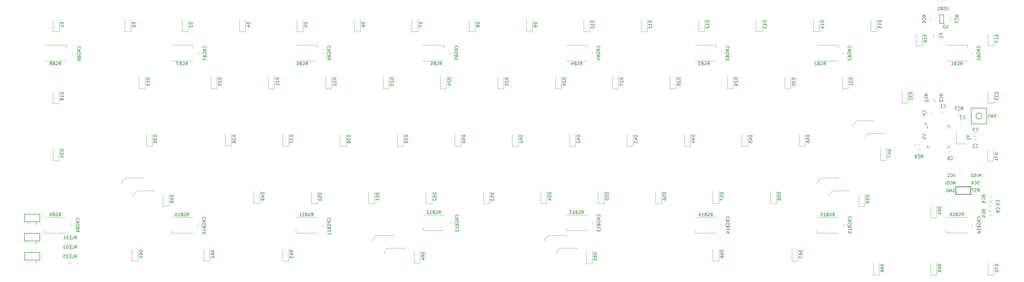
<source format=gbr>
%TF.GenerationSoftware,KiCad,Pcbnew,9.0.2*%
%TF.CreationDate,2025-08-01T12:08:27+09:00*%
%TF.ProjectId,CL70_PCB,434c3730-5f50-4434-922e-6b696361645f,rev?*%
%TF.SameCoordinates,Original*%
%TF.FileFunction,Legend,Bot*%
%TF.FilePolarity,Positive*%
%FSLAX46Y46*%
G04 Gerber Fmt 4.6, Leading zero omitted, Abs format (unit mm)*
G04 Created by KiCad (PCBNEW 9.0.2) date 2025-08-01 12:08:27*
%MOMM*%
%LPD*%
G01*
G04 APERTURE LIST*
%ADD10C,0.100000*%
%ADD11C,0.150000*%
%ADD12C,0.120000*%
%ADD13C,0.250000*%
G04 APERTURE END LIST*
D10*
X46696115Y-189191466D02*
X45934211Y-189191466D01*
X46696115Y-182841466D02*
X45934211Y-182841466D01*
X49296115Y-182841466D02*
X48534211Y-182841466D01*
X48915163Y-183222419D02*
X48915163Y-182460514D01*
X49296115Y-176491466D02*
X48534211Y-176491466D01*
X48915163Y-176872419D02*
X48915163Y-176110514D01*
X49296115Y-189191466D02*
X48534211Y-189191466D01*
X48915163Y-189572419D02*
X48915163Y-188810514D01*
X46696115Y-176491466D02*
X45934211Y-176491466D01*
D11*
X352516666Y-155197080D02*
X352564285Y-155244700D01*
X352564285Y-155244700D02*
X352707142Y-155292319D01*
X352707142Y-155292319D02*
X352802380Y-155292319D01*
X352802380Y-155292319D02*
X352945237Y-155244700D01*
X352945237Y-155244700D02*
X353040475Y-155149461D01*
X353040475Y-155149461D02*
X353088094Y-155054223D01*
X353088094Y-155054223D02*
X353135713Y-154863747D01*
X353135713Y-154863747D02*
X353135713Y-154720890D01*
X353135713Y-154720890D02*
X353088094Y-154530414D01*
X353088094Y-154530414D02*
X353040475Y-154435176D01*
X353040475Y-154435176D02*
X352945237Y-154339938D01*
X352945237Y-154339938D02*
X352802380Y-154292319D01*
X352802380Y-154292319D02*
X352707142Y-154292319D01*
X352707142Y-154292319D02*
X352564285Y-154339938D01*
X352564285Y-154339938D02*
X352516666Y-154387557D01*
X351659523Y-154292319D02*
X351849999Y-154292319D01*
X351849999Y-154292319D02*
X351945237Y-154339938D01*
X351945237Y-154339938D02*
X351992856Y-154387557D01*
X351992856Y-154387557D02*
X352088094Y-154530414D01*
X352088094Y-154530414D02*
X352135713Y-154720890D01*
X352135713Y-154720890D02*
X352135713Y-155101842D01*
X352135713Y-155101842D02*
X352088094Y-155197080D01*
X352088094Y-155197080D02*
X352040475Y-155244700D01*
X352040475Y-155244700D02*
X351945237Y-155292319D01*
X351945237Y-155292319D02*
X351754761Y-155292319D01*
X351754761Y-155292319D02*
X351659523Y-155244700D01*
X351659523Y-155244700D02*
X351611904Y-155197080D01*
X351611904Y-155197080D02*
X351564285Y-155101842D01*
X351564285Y-155101842D02*
X351564285Y-154863747D01*
X351564285Y-154863747D02*
X351611904Y-154768509D01*
X351611904Y-154768509D02*
X351659523Y-154720890D01*
X351659523Y-154720890D02*
X351754761Y-154673271D01*
X351754761Y-154673271D02*
X351945237Y-154673271D01*
X351945237Y-154673271D02*
X352040475Y-154720890D01*
X352040475Y-154720890D02*
X352088094Y-154768509D01*
X352088094Y-154768509D02*
X352135713Y-154863747D01*
X98579166Y-123798569D02*
X98912499Y-123322378D01*
X99150594Y-123798569D02*
X99150594Y-122798569D01*
X99150594Y-122798569D02*
X98769642Y-122798569D01*
X98769642Y-122798569D02*
X98674404Y-122846188D01*
X98674404Y-122846188D02*
X98626785Y-122893807D01*
X98626785Y-122893807D02*
X98579166Y-122989045D01*
X98579166Y-122989045D02*
X98579166Y-123131902D01*
X98579166Y-123131902D02*
X98626785Y-123227140D01*
X98626785Y-123227140D02*
X98674404Y-123274759D01*
X98674404Y-123274759D02*
X98769642Y-123322378D01*
X98769642Y-123322378D02*
X99150594Y-123322378D01*
X97626785Y-122846188D02*
X97722023Y-122798569D01*
X97722023Y-122798569D02*
X97864880Y-122798569D01*
X97864880Y-122798569D02*
X98007737Y-122846188D01*
X98007737Y-122846188D02*
X98102975Y-122941426D01*
X98102975Y-122941426D02*
X98150594Y-123036664D01*
X98150594Y-123036664D02*
X98198213Y-123227140D01*
X98198213Y-123227140D02*
X98198213Y-123369997D01*
X98198213Y-123369997D02*
X98150594Y-123560473D01*
X98150594Y-123560473D02*
X98102975Y-123655711D01*
X98102975Y-123655711D02*
X98007737Y-123750950D01*
X98007737Y-123750950D02*
X97864880Y-123798569D01*
X97864880Y-123798569D02*
X97769642Y-123798569D01*
X97769642Y-123798569D02*
X97626785Y-123750950D01*
X97626785Y-123750950D02*
X97579166Y-123703330D01*
X97579166Y-123703330D02*
X97579166Y-123369997D01*
X97579166Y-123369997D02*
X97769642Y-123369997D01*
X96817261Y-123274759D02*
X96674404Y-123322378D01*
X96674404Y-123322378D02*
X96626785Y-123369997D01*
X96626785Y-123369997D02*
X96579166Y-123465235D01*
X96579166Y-123465235D02*
X96579166Y-123608092D01*
X96579166Y-123608092D02*
X96626785Y-123703330D01*
X96626785Y-123703330D02*
X96674404Y-123750950D01*
X96674404Y-123750950D02*
X96769642Y-123798569D01*
X96769642Y-123798569D02*
X97150594Y-123798569D01*
X97150594Y-123798569D02*
X97150594Y-122798569D01*
X97150594Y-122798569D02*
X96817261Y-122798569D01*
X96817261Y-122798569D02*
X96722023Y-122846188D01*
X96722023Y-122846188D02*
X96674404Y-122893807D01*
X96674404Y-122893807D02*
X96626785Y-122989045D01*
X96626785Y-122989045D02*
X96626785Y-123084283D01*
X96626785Y-123084283D02*
X96674404Y-123179521D01*
X96674404Y-123179521D02*
X96722023Y-123227140D01*
X96722023Y-123227140D02*
X96817261Y-123274759D01*
X96817261Y-123274759D02*
X97150594Y-123274759D01*
X96245832Y-122798569D02*
X95579166Y-122798569D01*
X95579166Y-122798569D02*
X96007737Y-123798569D01*
X196129819Y-109655655D02*
X195129819Y-109655655D01*
X195129819Y-109655655D02*
X195129819Y-109893750D01*
X195129819Y-109893750D02*
X195177438Y-110036607D01*
X195177438Y-110036607D02*
X195272676Y-110131845D01*
X195272676Y-110131845D02*
X195367914Y-110179464D01*
X195367914Y-110179464D02*
X195558390Y-110227083D01*
X195558390Y-110227083D02*
X195701247Y-110227083D01*
X195701247Y-110227083D02*
X195891723Y-110179464D01*
X195891723Y-110179464D02*
X195986961Y-110131845D01*
X195986961Y-110131845D02*
X196082200Y-110036607D01*
X196082200Y-110036607D02*
X196129819Y-109893750D01*
X196129819Y-109893750D02*
X196129819Y-109655655D01*
X195558390Y-110798512D02*
X195510771Y-110703274D01*
X195510771Y-110703274D02*
X195463152Y-110655655D01*
X195463152Y-110655655D02*
X195367914Y-110608036D01*
X195367914Y-110608036D02*
X195320295Y-110608036D01*
X195320295Y-110608036D02*
X195225057Y-110655655D01*
X195225057Y-110655655D02*
X195177438Y-110703274D01*
X195177438Y-110703274D02*
X195129819Y-110798512D01*
X195129819Y-110798512D02*
X195129819Y-110988988D01*
X195129819Y-110988988D02*
X195177438Y-111084226D01*
X195177438Y-111084226D02*
X195225057Y-111131845D01*
X195225057Y-111131845D02*
X195320295Y-111179464D01*
X195320295Y-111179464D02*
X195367914Y-111179464D01*
X195367914Y-111179464D02*
X195463152Y-111131845D01*
X195463152Y-111131845D02*
X195510771Y-111084226D01*
X195510771Y-111084226D02*
X195558390Y-110988988D01*
X195558390Y-110988988D02*
X195558390Y-110798512D01*
X195558390Y-110798512D02*
X195606009Y-110703274D01*
X195606009Y-110703274D02*
X195653628Y-110655655D01*
X195653628Y-110655655D02*
X195748866Y-110608036D01*
X195748866Y-110608036D02*
X195939342Y-110608036D01*
X195939342Y-110608036D02*
X196034580Y-110655655D01*
X196034580Y-110655655D02*
X196082200Y-110703274D01*
X196082200Y-110703274D02*
X196129819Y-110798512D01*
X196129819Y-110798512D02*
X196129819Y-110988988D01*
X196129819Y-110988988D02*
X196082200Y-111084226D01*
X196082200Y-111084226D02*
X196034580Y-111131845D01*
X196034580Y-111131845D02*
X195939342Y-111179464D01*
X195939342Y-111179464D02*
X195748866Y-111179464D01*
X195748866Y-111179464D02*
X195653628Y-111131845D01*
X195653628Y-111131845D02*
X195606009Y-111084226D01*
X195606009Y-111084226D02*
X195558390Y-110988988D01*
X356230357Y-173892319D02*
X356563690Y-173416128D01*
X356801785Y-173892319D02*
X356801785Y-172892319D01*
X356801785Y-172892319D02*
X356420833Y-172892319D01*
X356420833Y-172892319D02*
X356325595Y-172939938D01*
X356325595Y-172939938D02*
X356277976Y-172987557D01*
X356277976Y-172987557D02*
X356230357Y-173082795D01*
X356230357Y-173082795D02*
X356230357Y-173225652D01*
X356230357Y-173225652D02*
X356277976Y-173320890D01*
X356277976Y-173320890D02*
X356325595Y-173368509D01*
X356325595Y-173368509D02*
X356420833Y-173416128D01*
X356420833Y-173416128D02*
X356801785Y-173416128D01*
X355277976Y-172939938D02*
X355373214Y-172892319D01*
X355373214Y-172892319D02*
X355516071Y-172892319D01*
X355516071Y-172892319D02*
X355658928Y-172939938D01*
X355658928Y-172939938D02*
X355754166Y-173035176D01*
X355754166Y-173035176D02*
X355801785Y-173130414D01*
X355801785Y-173130414D02*
X355849404Y-173320890D01*
X355849404Y-173320890D02*
X355849404Y-173463747D01*
X355849404Y-173463747D02*
X355801785Y-173654223D01*
X355801785Y-173654223D02*
X355754166Y-173749461D01*
X355754166Y-173749461D02*
X355658928Y-173844700D01*
X355658928Y-173844700D02*
X355516071Y-173892319D01*
X355516071Y-173892319D02*
X355420833Y-173892319D01*
X355420833Y-173892319D02*
X355277976Y-173844700D01*
X355277976Y-173844700D02*
X355230357Y-173797080D01*
X355230357Y-173797080D02*
X355230357Y-173463747D01*
X355230357Y-173463747D02*
X355420833Y-173463747D01*
X354468452Y-173368509D02*
X354325595Y-173416128D01*
X354325595Y-173416128D02*
X354277976Y-173463747D01*
X354277976Y-173463747D02*
X354230357Y-173558985D01*
X354230357Y-173558985D02*
X354230357Y-173701842D01*
X354230357Y-173701842D02*
X354277976Y-173797080D01*
X354277976Y-173797080D02*
X354325595Y-173844700D01*
X354325595Y-173844700D02*
X354420833Y-173892319D01*
X354420833Y-173892319D02*
X354801785Y-173892319D01*
X354801785Y-173892319D02*
X354801785Y-172892319D01*
X354801785Y-172892319D02*
X354468452Y-172892319D01*
X354468452Y-172892319D02*
X354373214Y-172939938D01*
X354373214Y-172939938D02*
X354325595Y-172987557D01*
X354325595Y-172987557D02*
X354277976Y-173082795D01*
X354277976Y-173082795D02*
X354277976Y-173178033D01*
X354277976Y-173178033D02*
X354325595Y-173273271D01*
X354325595Y-173273271D02*
X354373214Y-173320890D01*
X354373214Y-173320890D02*
X354468452Y-173368509D01*
X354468452Y-173368509D02*
X354801785Y-173368509D01*
X353277976Y-173892319D02*
X353849404Y-173892319D01*
X353563690Y-173892319D02*
X353563690Y-172892319D01*
X353563690Y-172892319D02*
X353658928Y-173035176D01*
X353658928Y-173035176D02*
X353754166Y-173130414D01*
X353754166Y-173130414D02*
X353849404Y-173178033D01*
X352420833Y-172892319D02*
X352611309Y-172892319D01*
X352611309Y-172892319D02*
X352706547Y-172939938D01*
X352706547Y-172939938D02*
X352754166Y-172987557D01*
X352754166Y-172987557D02*
X352849404Y-173130414D01*
X352849404Y-173130414D02*
X352897023Y-173320890D01*
X352897023Y-173320890D02*
X352897023Y-173701842D01*
X352897023Y-173701842D02*
X352849404Y-173797080D01*
X352849404Y-173797080D02*
X352801785Y-173844700D01*
X352801785Y-173844700D02*
X352706547Y-173892319D01*
X352706547Y-173892319D02*
X352516071Y-173892319D01*
X352516071Y-173892319D02*
X352420833Y-173844700D01*
X352420833Y-173844700D02*
X352373214Y-173797080D01*
X352373214Y-173797080D02*
X352325595Y-173701842D01*
X352325595Y-173701842D02*
X352325595Y-173463747D01*
X352325595Y-173463747D02*
X352373214Y-173368509D01*
X352373214Y-173368509D02*
X352420833Y-173320890D01*
X352420833Y-173320890D02*
X352516071Y-173273271D01*
X352516071Y-173273271D02*
X352706547Y-173273271D01*
X352706547Y-173273271D02*
X352801785Y-173320890D01*
X352801785Y-173320890D02*
X352849404Y-173368509D01*
X352849404Y-173368509D02*
X352897023Y-173463747D01*
X272886607Y-173973569D02*
X273219940Y-173497378D01*
X273458035Y-173973569D02*
X273458035Y-172973569D01*
X273458035Y-172973569D02*
X273077083Y-172973569D01*
X273077083Y-172973569D02*
X272981845Y-173021188D01*
X272981845Y-173021188D02*
X272934226Y-173068807D01*
X272934226Y-173068807D02*
X272886607Y-173164045D01*
X272886607Y-173164045D02*
X272886607Y-173306902D01*
X272886607Y-173306902D02*
X272934226Y-173402140D01*
X272934226Y-173402140D02*
X272981845Y-173449759D01*
X272981845Y-173449759D02*
X273077083Y-173497378D01*
X273077083Y-173497378D02*
X273458035Y-173497378D01*
X271934226Y-173021188D02*
X272029464Y-172973569D01*
X272029464Y-172973569D02*
X272172321Y-172973569D01*
X272172321Y-172973569D02*
X272315178Y-173021188D01*
X272315178Y-173021188D02*
X272410416Y-173116426D01*
X272410416Y-173116426D02*
X272458035Y-173211664D01*
X272458035Y-173211664D02*
X272505654Y-173402140D01*
X272505654Y-173402140D02*
X272505654Y-173544997D01*
X272505654Y-173544997D02*
X272458035Y-173735473D01*
X272458035Y-173735473D02*
X272410416Y-173830711D01*
X272410416Y-173830711D02*
X272315178Y-173925950D01*
X272315178Y-173925950D02*
X272172321Y-173973569D01*
X272172321Y-173973569D02*
X272077083Y-173973569D01*
X272077083Y-173973569D02*
X271934226Y-173925950D01*
X271934226Y-173925950D02*
X271886607Y-173878330D01*
X271886607Y-173878330D02*
X271886607Y-173544997D01*
X271886607Y-173544997D02*
X272077083Y-173544997D01*
X271124702Y-173449759D02*
X270981845Y-173497378D01*
X270981845Y-173497378D02*
X270934226Y-173544997D01*
X270934226Y-173544997D02*
X270886607Y-173640235D01*
X270886607Y-173640235D02*
X270886607Y-173783092D01*
X270886607Y-173783092D02*
X270934226Y-173878330D01*
X270934226Y-173878330D02*
X270981845Y-173925950D01*
X270981845Y-173925950D02*
X271077083Y-173973569D01*
X271077083Y-173973569D02*
X271458035Y-173973569D01*
X271458035Y-173973569D02*
X271458035Y-172973569D01*
X271458035Y-172973569D02*
X271124702Y-172973569D01*
X271124702Y-172973569D02*
X271029464Y-173021188D01*
X271029464Y-173021188D02*
X270981845Y-173068807D01*
X270981845Y-173068807D02*
X270934226Y-173164045D01*
X270934226Y-173164045D02*
X270934226Y-173259283D01*
X270934226Y-173259283D02*
X270981845Y-173354521D01*
X270981845Y-173354521D02*
X271029464Y-173402140D01*
X271029464Y-173402140D02*
X271124702Y-173449759D01*
X271124702Y-173449759D02*
X271458035Y-173449759D01*
X269934226Y-173973569D02*
X270505654Y-173973569D01*
X270219940Y-173973569D02*
X270219940Y-172973569D01*
X270219940Y-172973569D02*
X270315178Y-173116426D01*
X270315178Y-173116426D02*
X270410416Y-173211664D01*
X270410416Y-173211664D02*
X270505654Y-173259283D01*
X269077083Y-173306902D02*
X269077083Y-173973569D01*
X269315178Y-172925950D02*
X269553273Y-173640235D01*
X269553273Y-173640235D02*
X268934226Y-173640235D01*
X278965830Y-174807142D02*
X279013450Y-174759523D01*
X279013450Y-174759523D02*
X279061069Y-174616666D01*
X279061069Y-174616666D02*
X279061069Y-174521428D01*
X279061069Y-174521428D02*
X279013450Y-174378571D01*
X279013450Y-174378571D02*
X278918211Y-174283333D01*
X278918211Y-174283333D02*
X278822973Y-174235714D01*
X278822973Y-174235714D02*
X278632497Y-174188095D01*
X278632497Y-174188095D02*
X278489640Y-174188095D01*
X278489640Y-174188095D02*
X278299164Y-174235714D01*
X278299164Y-174235714D02*
X278203926Y-174283333D01*
X278203926Y-174283333D02*
X278108688Y-174378571D01*
X278108688Y-174378571D02*
X278061069Y-174521428D01*
X278061069Y-174521428D02*
X278061069Y-174616666D01*
X278061069Y-174616666D02*
X278108688Y-174759523D01*
X278108688Y-174759523D02*
X278156307Y-174807142D01*
X279061069Y-175807142D02*
X278584878Y-175473809D01*
X279061069Y-175235714D02*
X278061069Y-175235714D01*
X278061069Y-175235714D02*
X278061069Y-175616666D01*
X278061069Y-175616666D02*
X278108688Y-175711904D01*
X278108688Y-175711904D02*
X278156307Y-175759523D01*
X278156307Y-175759523D02*
X278251545Y-175807142D01*
X278251545Y-175807142D02*
X278394402Y-175807142D01*
X278394402Y-175807142D02*
X278489640Y-175759523D01*
X278489640Y-175759523D02*
X278537259Y-175711904D01*
X278537259Y-175711904D02*
X278584878Y-175616666D01*
X278584878Y-175616666D02*
X278584878Y-175235714D01*
X278108688Y-176759523D02*
X278061069Y-176664285D01*
X278061069Y-176664285D02*
X278061069Y-176521428D01*
X278061069Y-176521428D02*
X278108688Y-176378571D01*
X278108688Y-176378571D02*
X278203926Y-176283333D01*
X278203926Y-176283333D02*
X278299164Y-176235714D01*
X278299164Y-176235714D02*
X278489640Y-176188095D01*
X278489640Y-176188095D02*
X278632497Y-176188095D01*
X278632497Y-176188095D02*
X278822973Y-176235714D01*
X278822973Y-176235714D02*
X278918211Y-176283333D01*
X278918211Y-176283333D02*
X279013450Y-176378571D01*
X279013450Y-176378571D02*
X279061069Y-176521428D01*
X279061069Y-176521428D02*
X279061069Y-176616666D01*
X279061069Y-176616666D02*
X279013450Y-176759523D01*
X279013450Y-176759523D02*
X278965830Y-176807142D01*
X278965830Y-176807142D02*
X278632497Y-176807142D01*
X278632497Y-176807142D02*
X278632497Y-176616666D01*
X278537259Y-177569047D02*
X278584878Y-177711904D01*
X278584878Y-177711904D02*
X278632497Y-177759523D01*
X278632497Y-177759523D02*
X278727735Y-177807142D01*
X278727735Y-177807142D02*
X278870592Y-177807142D01*
X278870592Y-177807142D02*
X278965830Y-177759523D01*
X278965830Y-177759523D02*
X279013450Y-177711904D01*
X279013450Y-177711904D02*
X279061069Y-177616666D01*
X279061069Y-177616666D02*
X279061069Y-177235714D01*
X279061069Y-177235714D02*
X278061069Y-177235714D01*
X278061069Y-177235714D02*
X278061069Y-177569047D01*
X278061069Y-177569047D02*
X278108688Y-177664285D01*
X278108688Y-177664285D02*
X278156307Y-177711904D01*
X278156307Y-177711904D02*
X278251545Y-177759523D01*
X278251545Y-177759523D02*
X278346783Y-177759523D01*
X278346783Y-177759523D02*
X278442021Y-177711904D01*
X278442021Y-177711904D02*
X278489640Y-177664285D01*
X278489640Y-177664285D02*
X278537259Y-177569047D01*
X278537259Y-177569047D02*
X278537259Y-177235714D01*
X279061069Y-178759523D02*
X279061069Y-178188095D01*
X279061069Y-178473809D02*
X278061069Y-178473809D01*
X278061069Y-178473809D02*
X278203926Y-178378571D01*
X278203926Y-178378571D02*
X278299164Y-178283333D01*
X278299164Y-178283333D02*
X278346783Y-178188095D01*
X278394402Y-179616666D02*
X279061069Y-179616666D01*
X278013450Y-179378571D02*
X278727735Y-179140476D01*
X278727735Y-179140476D02*
X278727735Y-179759523D01*
X296142319Y-166204464D02*
X295142319Y-166204464D01*
X295142319Y-166204464D02*
X295142319Y-166442559D01*
X295142319Y-166442559D02*
X295189938Y-166585416D01*
X295189938Y-166585416D02*
X295285176Y-166680654D01*
X295285176Y-166680654D02*
X295380414Y-166728273D01*
X295380414Y-166728273D02*
X295570890Y-166775892D01*
X295570890Y-166775892D02*
X295713747Y-166775892D01*
X295713747Y-166775892D02*
X295904223Y-166728273D01*
X295904223Y-166728273D02*
X295999461Y-166680654D01*
X295999461Y-166680654D02*
X296094700Y-166585416D01*
X296094700Y-166585416D02*
X296142319Y-166442559D01*
X296142319Y-166442559D02*
X296142319Y-166204464D01*
X295142319Y-167680654D02*
X295142319Y-167204464D01*
X295142319Y-167204464D02*
X295618509Y-167156845D01*
X295618509Y-167156845D02*
X295570890Y-167204464D01*
X295570890Y-167204464D02*
X295523271Y-167299702D01*
X295523271Y-167299702D02*
X295523271Y-167537797D01*
X295523271Y-167537797D02*
X295570890Y-167633035D01*
X295570890Y-167633035D02*
X295618509Y-167680654D01*
X295618509Y-167680654D02*
X295713747Y-167728273D01*
X295713747Y-167728273D02*
X295951842Y-167728273D01*
X295951842Y-167728273D02*
X296047080Y-167680654D01*
X296047080Y-167680654D02*
X296094700Y-167633035D01*
X296094700Y-167633035D02*
X296142319Y-167537797D01*
X296142319Y-167537797D02*
X296142319Y-167299702D01*
X296142319Y-167299702D02*
X296094700Y-167204464D01*
X296094700Y-167204464D02*
X296047080Y-167156845D01*
X295570890Y-168299702D02*
X295523271Y-168204464D01*
X295523271Y-168204464D02*
X295475652Y-168156845D01*
X295475652Y-168156845D02*
X295380414Y-168109226D01*
X295380414Y-168109226D02*
X295332795Y-168109226D01*
X295332795Y-168109226D02*
X295237557Y-168156845D01*
X295237557Y-168156845D02*
X295189938Y-168204464D01*
X295189938Y-168204464D02*
X295142319Y-168299702D01*
X295142319Y-168299702D02*
X295142319Y-168490178D01*
X295142319Y-168490178D02*
X295189938Y-168585416D01*
X295189938Y-168585416D02*
X295237557Y-168633035D01*
X295237557Y-168633035D02*
X295332795Y-168680654D01*
X295332795Y-168680654D02*
X295380414Y-168680654D01*
X295380414Y-168680654D02*
X295475652Y-168633035D01*
X295475652Y-168633035D02*
X295523271Y-168585416D01*
X295523271Y-168585416D02*
X295570890Y-168490178D01*
X295570890Y-168490178D02*
X295570890Y-168299702D01*
X295570890Y-168299702D02*
X295618509Y-168204464D01*
X295618509Y-168204464D02*
X295666128Y-168156845D01*
X295666128Y-168156845D02*
X295761366Y-168109226D01*
X295761366Y-168109226D02*
X295951842Y-168109226D01*
X295951842Y-168109226D02*
X296047080Y-168156845D01*
X296047080Y-168156845D02*
X296094700Y-168204464D01*
X296094700Y-168204464D02*
X296142319Y-168299702D01*
X296142319Y-168299702D02*
X296142319Y-168490178D01*
X296142319Y-168490178D02*
X296094700Y-168585416D01*
X296094700Y-168585416D02*
X296047080Y-168633035D01*
X296047080Y-168633035D02*
X295951842Y-168680654D01*
X295951842Y-168680654D02*
X295761366Y-168680654D01*
X295761366Y-168680654D02*
X295666128Y-168633035D01*
X295666128Y-168633035D02*
X295618509Y-168585416D01*
X295618509Y-168585416D02*
X295570890Y-168490178D01*
X124692319Y-166204464D02*
X123692319Y-166204464D01*
X123692319Y-166204464D02*
X123692319Y-166442559D01*
X123692319Y-166442559D02*
X123739938Y-166585416D01*
X123739938Y-166585416D02*
X123835176Y-166680654D01*
X123835176Y-166680654D02*
X123930414Y-166728273D01*
X123930414Y-166728273D02*
X124120890Y-166775892D01*
X124120890Y-166775892D02*
X124263747Y-166775892D01*
X124263747Y-166775892D02*
X124454223Y-166728273D01*
X124454223Y-166728273D02*
X124549461Y-166680654D01*
X124549461Y-166680654D02*
X124644700Y-166585416D01*
X124644700Y-166585416D02*
X124692319Y-166442559D01*
X124692319Y-166442559D02*
X124692319Y-166204464D01*
X124025652Y-167633035D02*
X124692319Y-167633035D01*
X123644700Y-167394940D02*
X124358985Y-167156845D01*
X124358985Y-167156845D02*
X124358985Y-167775892D01*
X124692319Y-168204464D02*
X124692319Y-168394940D01*
X124692319Y-168394940D02*
X124644700Y-168490178D01*
X124644700Y-168490178D02*
X124597080Y-168537797D01*
X124597080Y-168537797D02*
X124454223Y-168633035D01*
X124454223Y-168633035D02*
X124263747Y-168680654D01*
X124263747Y-168680654D02*
X123882795Y-168680654D01*
X123882795Y-168680654D02*
X123787557Y-168633035D01*
X123787557Y-168633035D02*
X123739938Y-168585416D01*
X123739938Y-168585416D02*
X123692319Y-168490178D01*
X123692319Y-168490178D02*
X123692319Y-168299702D01*
X123692319Y-168299702D02*
X123739938Y-168204464D01*
X123739938Y-168204464D02*
X123787557Y-168156845D01*
X123787557Y-168156845D02*
X123882795Y-168109226D01*
X123882795Y-168109226D02*
X124120890Y-168109226D01*
X124120890Y-168109226D02*
X124216128Y-168156845D01*
X124216128Y-168156845D02*
X124263747Y-168204464D01*
X124263747Y-168204464D02*
X124311366Y-168299702D01*
X124311366Y-168299702D02*
X124311366Y-168490178D01*
X124311366Y-168490178D02*
X124263747Y-168585416D01*
X124263747Y-168585416D02*
X124216128Y-168633035D01*
X124216128Y-168633035D02*
X124120890Y-168680654D01*
X349323569Y-170966964D02*
X348323569Y-170966964D01*
X348323569Y-170966964D02*
X348323569Y-171205059D01*
X348323569Y-171205059D02*
X348371188Y-171347916D01*
X348371188Y-171347916D02*
X348466426Y-171443154D01*
X348466426Y-171443154D02*
X348561664Y-171490773D01*
X348561664Y-171490773D02*
X348752140Y-171538392D01*
X348752140Y-171538392D02*
X348894997Y-171538392D01*
X348894997Y-171538392D02*
X349085473Y-171490773D01*
X349085473Y-171490773D02*
X349180711Y-171443154D01*
X349180711Y-171443154D02*
X349275950Y-171347916D01*
X349275950Y-171347916D02*
X349323569Y-171205059D01*
X349323569Y-171205059D02*
X349323569Y-170966964D01*
X348323569Y-172395535D02*
X348323569Y-172205059D01*
X348323569Y-172205059D02*
X348371188Y-172109821D01*
X348371188Y-172109821D02*
X348418807Y-172062202D01*
X348418807Y-172062202D02*
X348561664Y-171966964D01*
X348561664Y-171966964D02*
X348752140Y-171919345D01*
X348752140Y-171919345D02*
X349133092Y-171919345D01*
X349133092Y-171919345D02*
X349228330Y-171966964D01*
X349228330Y-171966964D02*
X349275950Y-172014583D01*
X349275950Y-172014583D02*
X349323569Y-172109821D01*
X349323569Y-172109821D02*
X349323569Y-172300297D01*
X349323569Y-172300297D02*
X349275950Y-172395535D01*
X349275950Y-172395535D02*
X349228330Y-172443154D01*
X349228330Y-172443154D02*
X349133092Y-172490773D01*
X349133092Y-172490773D02*
X348894997Y-172490773D01*
X348894997Y-172490773D02*
X348799759Y-172443154D01*
X348799759Y-172443154D02*
X348752140Y-172395535D01*
X348752140Y-172395535D02*
X348704521Y-172300297D01*
X348704521Y-172300297D02*
X348704521Y-172109821D01*
X348704521Y-172109821D02*
X348752140Y-172014583D01*
X348752140Y-172014583D02*
X348799759Y-171966964D01*
X348799759Y-171966964D02*
X348894997Y-171919345D01*
X348323569Y-173109821D02*
X348323569Y-173205059D01*
X348323569Y-173205059D02*
X348371188Y-173300297D01*
X348371188Y-173300297D02*
X348418807Y-173347916D01*
X348418807Y-173347916D02*
X348514045Y-173395535D01*
X348514045Y-173395535D02*
X348704521Y-173443154D01*
X348704521Y-173443154D02*
X348942616Y-173443154D01*
X348942616Y-173443154D02*
X349133092Y-173395535D01*
X349133092Y-173395535D02*
X349228330Y-173347916D01*
X349228330Y-173347916D02*
X349275950Y-173300297D01*
X349275950Y-173300297D02*
X349323569Y-173205059D01*
X349323569Y-173205059D02*
X349323569Y-173109821D01*
X349323569Y-173109821D02*
X349275950Y-173014583D01*
X349275950Y-173014583D02*
X349228330Y-172966964D01*
X349228330Y-172966964D02*
X349133092Y-172919345D01*
X349133092Y-172919345D02*
X348942616Y-172871726D01*
X348942616Y-172871726D02*
X348704521Y-172871726D01*
X348704521Y-172871726D02*
X348514045Y-172919345D01*
X348514045Y-172919345D02*
X348418807Y-172966964D01*
X348418807Y-172966964D02*
X348371188Y-173014583D01*
X348371188Y-173014583D02*
X348323569Y-173109821D01*
X350122916Y-137859580D02*
X350170535Y-137907200D01*
X350170535Y-137907200D02*
X350313392Y-137954819D01*
X350313392Y-137954819D02*
X350408630Y-137954819D01*
X350408630Y-137954819D02*
X350551487Y-137907200D01*
X350551487Y-137907200D02*
X350646725Y-137811961D01*
X350646725Y-137811961D02*
X350694344Y-137716723D01*
X350694344Y-137716723D02*
X350741963Y-137526247D01*
X350741963Y-137526247D02*
X350741963Y-137383390D01*
X350741963Y-137383390D02*
X350694344Y-137192914D01*
X350694344Y-137192914D02*
X350646725Y-137097676D01*
X350646725Y-137097676D02*
X350551487Y-137002438D01*
X350551487Y-137002438D02*
X350408630Y-136954819D01*
X350408630Y-136954819D02*
X350313392Y-136954819D01*
X350313392Y-136954819D02*
X350170535Y-137002438D01*
X350170535Y-137002438D02*
X350122916Y-137050057D01*
X349170535Y-137954819D02*
X349741963Y-137954819D01*
X349456249Y-137954819D02*
X349456249Y-136954819D01*
X349456249Y-136954819D02*
X349551487Y-137097676D01*
X349551487Y-137097676D02*
X349646725Y-137192914D01*
X349646725Y-137192914D02*
X349741963Y-137240533D01*
X238992319Y-166204464D02*
X237992319Y-166204464D01*
X237992319Y-166204464D02*
X237992319Y-166442559D01*
X237992319Y-166442559D02*
X238039938Y-166585416D01*
X238039938Y-166585416D02*
X238135176Y-166680654D01*
X238135176Y-166680654D02*
X238230414Y-166728273D01*
X238230414Y-166728273D02*
X238420890Y-166775892D01*
X238420890Y-166775892D02*
X238563747Y-166775892D01*
X238563747Y-166775892D02*
X238754223Y-166728273D01*
X238754223Y-166728273D02*
X238849461Y-166680654D01*
X238849461Y-166680654D02*
X238944700Y-166585416D01*
X238944700Y-166585416D02*
X238992319Y-166442559D01*
X238992319Y-166442559D02*
X238992319Y-166204464D01*
X237992319Y-167680654D02*
X237992319Y-167204464D01*
X237992319Y-167204464D02*
X238468509Y-167156845D01*
X238468509Y-167156845D02*
X238420890Y-167204464D01*
X238420890Y-167204464D02*
X238373271Y-167299702D01*
X238373271Y-167299702D02*
X238373271Y-167537797D01*
X238373271Y-167537797D02*
X238420890Y-167633035D01*
X238420890Y-167633035D02*
X238468509Y-167680654D01*
X238468509Y-167680654D02*
X238563747Y-167728273D01*
X238563747Y-167728273D02*
X238801842Y-167728273D01*
X238801842Y-167728273D02*
X238897080Y-167680654D01*
X238897080Y-167680654D02*
X238944700Y-167633035D01*
X238944700Y-167633035D02*
X238992319Y-167537797D01*
X238992319Y-167537797D02*
X238992319Y-167299702D01*
X238992319Y-167299702D02*
X238944700Y-167204464D01*
X238944700Y-167204464D02*
X238897080Y-167156845D01*
X237992319Y-168633035D02*
X237992319Y-168156845D01*
X237992319Y-168156845D02*
X238468509Y-168109226D01*
X238468509Y-168109226D02*
X238420890Y-168156845D01*
X238420890Y-168156845D02*
X238373271Y-168252083D01*
X238373271Y-168252083D02*
X238373271Y-168490178D01*
X238373271Y-168490178D02*
X238420890Y-168585416D01*
X238420890Y-168585416D02*
X238468509Y-168633035D01*
X238468509Y-168633035D02*
X238563747Y-168680654D01*
X238563747Y-168680654D02*
X238801842Y-168680654D01*
X238801842Y-168680654D02*
X238897080Y-168633035D01*
X238897080Y-168633035D02*
X238944700Y-168585416D01*
X238944700Y-168585416D02*
X238992319Y-168490178D01*
X238992319Y-168490178D02*
X238992319Y-168252083D01*
X238992319Y-168252083D02*
X238944700Y-168156845D01*
X238944700Y-168156845D02*
X238897080Y-168109226D01*
X368204819Y-153035714D02*
X367204819Y-153035714D01*
X367204819Y-153035714D02*
X367204819Y-153273809D01*
X367204819Y-153273809D02*
X367252438Y-153416666D01*
X367252438Y-153416666D02*
X367347676Y-153511904D01*
X367347676Y-153511904D02*
X367442914Y-153559523D01*
X367442914Y-153559523D02*
X367633390Y-153607142D01*
X367633390Y-153607142D02*
X367776247Y-153607142D01*
X367776247Y-153607142D02*
X367966723Y-153559523D01*
X367966723Y-153559523D02*
X368061961Y-153511904D01*
X368061961Y-153511904D02*
X368157200Y-153416666D01*
X368157200Y-153416666D02*
X368204819Y-153273809D01*
X368204819Y-153273809D02*
X368204819Y-153035714D01*
X367204819Y-153940476D02*
X367204819Y-154607142D01*
X367204819Y-154607142D02*
X368204819Y-154178571D01*
X368204819Y-155511904D02*
X368204819Y-154940476D01*
X368204819Y-155226190D02*
X367204819Y-155226190D01*
X367204819Y-155226190D02*
X367347676Y-155130952D01*
X367347676Y-155130952D02*
X367442914Y-155035714D01*
X367442914Y-155035714D02*
X367490533Y-154940476D01*
X138485416Y-123798569D02*
X138818749Y-123322378D01*
X139056844Y-123798569D02*
X139056844Y-122798569D01*
X139056844Y-122798569D02*
X138675892Y-122798569D01*
X138675892Y-122798569D02*
X138580654Y-122846188D01*
X138580654Y-122846188D02*
X138533035Y-122893807D01*
X138533035Y-122893807D02*
X138485416Y-122989045D01*
X138485416Y-122989045D02*
X138485416Y-123131902D01*
X138485416Y-123131902D02*
X138533035Y-123227140D01*
X138533035Y-123227140D02*
X138580654Y-123274759D01*
X138580654Y-123274759D02*
X138675892Y-123322378D01*
X138675892Y-123322378D02*
X139056844Y-123322378D01*
X137533035Y-122846188D02*
X137628273Y-122798569D01*
X137628273Y-122798569D02*
X137771130Y-122798569D01*
X137771130Y-122798569D02*
X137913987Y-122846188D01*
X137913987Y-122846188D02*
X138009225Y-122941426D01*
X138009225Y-122941426D02*
X138056844Y-123036664D01*
X138056844Y-123036664D02*
X138104463Y-123227140D01*
X138104463Y-123227140D02*
X138104463Y-123369997D01*
X138104463Y-123369997D02*
X138056844Y-123560473D01*
X138056844Y-123560473D02*
X138009225Y-123655711D01*
X138009225Y-123655711D02*
X137913987Y-123750950D01*
X137913987Y-123750950D02*
X137771130Y-123798569D01*
X137771130Y-123798569D02*
X137675892Y-123798569D01*
X137675892Y-123798569D02*
X137533035Y-123750950D01*
X137533035Y-123750950D02*
X137485416Y-123703330D01*
X137485416Y-123703330D02*
X137485416Y-123369997D01*
X137485416Y-123369997D02*
X137675892Y-123369997D01*
X136723511Y-123274759D02*
X136580654Y-123322378D01*
X136580654Y-123322378D02*
X136533035Y-123369997D01*
X136533035Y-123369997D02*
X136485416Y-123465235D01*
X136485416Y-123465235D02*
X136485416Y-123608092D01*
X136485416Y-123608092D02*
X136533035Y-123703330D01*
X136533035Y-123703330D02*
X136580654Y-123750950D01*
X136580654Y-123750950D02*
X136675892Y-123798569D01*
X136675892Y-123798569D02*
X137056844Y-123798569D01*
X137056844Y-123798569D02*
X137056844Y-122798569D01*
X137056844Y-122798569D02*
X136723511Y-122798569D01*
X136723511Y-122798569D02*
X136628273Y-122846188D01*
X136628273Y-122846188D02*
X136580654Y-122893807D01*
X136580654Y-122893807D02*
X136533035Y-122989045D01*
X136533035Y-122989045D02*
X136533035Y-123084283D01*
X136533035Y-123084283D02*
X136580654Y-123179521D01*
X136580654Y-123179521D02*
X136628273Y-123227140D01*
X136628273Y-123227140D02*
X136723511Y-123274759D01*
X136723511Y-123274759D02*
X137056844Y-123274759D01*
X135628273Y-122798569D02*
X135818749Y-122798569D01*
X135818749Y-122798569D02*
X135913987Y-122846188D01*
X135913987Y-122846188D02*
X135961606Y-122893807D01*
X135961606Y-122893807D02*
X136056844Y-123036664D01*
X136056844Y-123036664D02*
X136104463Y-123227140D01*
X136104463Y-123227140D02*
X136104463Y-123608092D01*
X136104463Y-123608092D02*
X136056844Y-123703330D01*
X136056844Y-123703330D02*
X136009225Y-123750950D01*
X136009225Y-123750950D02*
X135913987Y-123798569D01*
X135913987Y-123798569D02*
X135723511Y-123798569D01*
X135723511Y-123798569D02*
X135628273Y-123750950D01*
X135628273Y-123750950D02*
X135580654Y-123703330D01*
X135580654Y-123703330D02*
X135533035Y-123608092D01*
X135533035Y-123608092D02*
X135533035Y-123369997D01*
X135533035Y-123369997D02*
X135580654Y-123274759D01*
X135580654Y-123274759D02*
X135628273Y-123227140D01*
X135628273Y-123227140D02*
X135723511Y-123179521D01*
X135723511Y-123179521D02*
X135913987Y-123179521D01*
X135913987Y-123179521D02*
X136009225Y-123227140D01*
X136009225Y-123227140D02*
X136056844Y-123274759D01*
X136056844Y-123274759D02*
X136104463Y-123369997D01*
X277092319Y-166204464D02*
X276092319Y-166204464D01*
X276092319Y-166204464D02*
X276092319Y-166442559D01*
X276092319Y-166442559D02*
X276139938Y-166585416D01*
X276139938Y-166585416D02*
X276235176Y-166680654D01*
X276235176Y-166680654D02*
X276330414Y-166728273D01*
X276330414Y-166728273D02*
X276520890Y-166775892D01*
X276520890Y-166775892D02*
X276663747Y-166775892D01*
X276663747Y-166775892D02*
X276854223Y-166728273D01*
X276854223Y-166728273D02*
X276949461Y-166680654D01*
X276949461Y-166680654D02*
X277044700Y-166585416D01*
X277044700Y-166585416D02*
X277092319Y-166442559D01*
X277092319Y-166442559D02*
X277092319Y-166204464D01*
X276092319Y-167680654D02*
X276092319Y-167204464D01*
X276092319Y-167204464D02*
X276568509Y-167156845D01*
X276568509Y-167156845D02*
X276520890Y-167204464D01*
X276520890Y-167204464D02*
X276473271Y-167299702D01*
X276473271Y-167299702D02*
X276473271Y-167537797D01*
X276473271Y-167537797D02*
X276520890Y-167633035D01*
X276520890Y-167633035D02*
X276568509Y-167680654D01*
X276568509Y-167680654D02*
X276663747Y-167728273D01*
X276663747Y-167728273D02*
X276901842Y-167728273D01*
X276901842Y-167728273D02*
X276997080Y-167680654D01*
X276997080Y-167680654D02*
X277044700Y-167633035D01*
X277044700Y-167633035D02*
X277092319Y-167537797D01*
X277092319Y-167537797D02*
X277092319Y-167299702D01*
X277092319Y-167299702D02*
X277044700Y-167204464D01*
X277044700Y-167204464D02*
X276997080Y-167156845D01*
X276092319Y-168061607D02*
X276092319Y-168728273D01*
X276092319Y-168728273D02*
X277092319Y-168299702D01*
X310429819Y-109116964D02*
X309429819Y-109116964D01*
X309429819Y-109116964D02*
X309429819Y-109355059D01*
X309429819Y-109355059D02*
X309477438Y-109497916D01*
X309477438Y-109497916D02*
X309572676Y-109593154D01*
X309572676Y-109593154D02*
X309667914Y-109640773D01*
X309667914Y-109640773D02*
X309858390Y-109688392D01*
X309858390Y-109688392D02*
X310001247Y-109688392D01*
X310001247Y-109688392D02*
X310191723Y-109640773D01*
X310191723Y-109640773D02*
X310286961Y-109593154D01*
X310286961Y-109593154D02*
X310382200Y-109497916D01*
X310382200Y-109497916D02*
X310429819Y-109355059D01*
X310429819Y-109355059D02*
X310429819Y-109116964D01*
X310429819Y-110640773D02*
X310429819Y-110069345D01*
X310429819Y-110355059D02*
X309429819Y-110355059D01*
X309429819Y-110355059D02*
X309572676Y-110259821D01*
X309572676Y-110259821D02*
X309667914Y-110164583D01*
X309667914Y-110164583D02*
X309715533Y-110069345D01*
X309763152Y-111497916D02*
X310429819Y-111497916D01*
X309382200Y-111259821D02*
X310096485Y-111021726D01*
X310096485Y-111021726D02*
X310096485Y-111640773D01*
X177079819Y-109655655D02*
X176079819Y-109655655D01*
X176079819Y-109655655D02*
X176079819Y-109893750D01*
X176079819Y-109893750D02*
X176127438Y-110036607D01*
X176127438Y-110036607D02*
X176222676Y-110131845D01*
X176222676Y-110131845D02*
X176317914Y-110179464D01*
X176317914Y-110179464D02*
X176508390Y-110227083D01*
X176508390Y-110227083D02*
X176651247Y-110227083D01*
X176651247Y-110227083D02*
X176841723Y-110179464D01*
X176841723Y-110179464D02*
X176936961Y-110131845D01*
X176936961Y-110131845D02*
X177032200Y-110036607D01*
X177032200Y-110036607D02*
X177079819Y-109893750D01*
X177079819Y-109893750D02*
X177079819Y-109655655D01*
X176079819Y-110560417D02*
X176079819Y-111227083D01*
X176079819Y-111227083D02*
X177079819Y-110798512D01*
X368609580Y-169333333D02*
X368657200Y-169285714D01*
X368657200Y-169285714D02*
X368704819Y-169142857D01*
X368704819Y-169142857D02*
X368704819Y-169047619D01*
X368704819Y-169047619D02*
X368657200Y-168904762D01*
X368657200Y-168904762D02*
X368561961Y-168809524D01*
X368561961Y-168809524D02*
X368466723Y-168761905D01*
X368466723Y-168761905D02*
X368276247Y-168714286D01*
X368276247Y-168714286D02*
X368133390Y-168714286D01*
X368133390Y-168714286D02*
X367942914Y-168761905D01*
X367942914Y-168761905D02*
X367847676Y-168809524D01*
X367847676Y-168809524D02*
X367752438Y-168904762D01*
X367752438Y-168904762D02*
X367704819Y-169047619D01*
X367704819Y-169047619D02*
X367704819Y-169142857D01*
X367704819Y-169142857D02*
X367752438Y-169285714D01*
X367752438Y-169285714D02*
X367800057Y-169333333D01*
X368704819Y-169809524D02*
X368704819Y-170000000D01*
X368704819Y-170000000D02*
X368657200Y-170095238D01*
X368657200Y-170095238D02*
X368609580Y-170142857D01*
X368609580Y-170142857D02*
X368466723Y-170238095D01*
X368466723Y-170238095D02*
X368276247Y-170285714D01*
X368276247Y-170285714D02*
X367895295Y-170285714D01*
X367895295Y-170285714D02*
X367800057Y-170238095D01*
X367800057Y-170238095D02*
X367752438Y-170190476D01*
X367752438Y-170190476D02*
X367704819Y-170095238D01*
X367704819Y-170095238D02*
X367704819Y-169904762D01*
X367704819Y-169904762D02*
X367752438Y-169809524D01*
X367752438Y-169809524D02*
X367800057Y-169761905D01*
X367800057Y-169761905D02*
X367895295Y-169714286D01*
X367895295Y-169714286D02*
X368133390Y-169714286D01*
X368133390Y-169714286D02*
X368228628Y-169761905D01*
X368228628Y-169761905D02*
X368276247Y-169809524D01*
X368276247Y-169809524D02*
X368323866Y-169904762D01*
X368323866Y-169904762D02*
X368323866Y-170095238D01*
X368323866Y-170095238D02*
X368276247Y-170190476D01*
X368276247Y-170190476D02*
X368228628Y-170238095D01*
X368228628Y-170238095D02*
X368133390Y-170285714D01*
X56516666Y-123804819D02*
X56849999Y-123328628D01*
X57088094Y-123804819D02*
X57088094Y-122804819D01*
X57088094Y-122804819D02*
X56707142Y-122804819D01*
X56707142Y-122804819D02*
X56611904Y-122852438D01*
X56611904Y-122852438D02*
X56564285Y-122900057D01*
X56564285Y-122900057D02*
X56516666Y-122995295D01*
X56516666Y-122995295D02*
X56516666Y-123138152D01*
X56516666Y-123138152D02*
X56564285Y-123233390D01*
X56564285Y-123233390D02*
X56611904Y-123281009D01*
X56611904Y-123281009D02*
X56707142Y-123328628D01*
X56707142Y-123328628D02*
X57088094Y-123328628D01*
X55564285Y-122852438D02*
X55659523Y-122804819D01*
X55659523Y-122804819D02*
X55802380Y-122804819D01*
X55802380Y-122804819D02*
X55945237Y-122852438D01*
X55945237Y-122852438D02*
X56040475Y-122947676D01*
X56040475Y-122947676D02*
X56088094Y-123042914D01*
X56088094Y-123042914D02*
X56135713Y-123233390D01*
X56135713Y-123233390D02*
X56135713Y-123376247D01*
X56135713Y-123376247D02*
X56088094Y-123566723D01*
X56088094Y-123566723D02*
X56040475Y-123661961D01*
X56040475Y-123661961D02*
X55945237Y-123757200D01*
X55945237Y-123757200D02*
X55802380Y-123804819D01*
X55802380Y-123804819D02*
X55707142Y-123804819D01*
X55707142Y-123804819D02*
X55564285Y-123757200D01*
X55564285Y-123757200D02*
X55516666Y-123709580D01*
X55516666Y-123709580D02*
X55516666Y-123376247D01*
X55516666Y-123376247D02*
X55707142Y-123376247D01*
X54754761Y-123281009D02*
X54611904Y-123328628D01*
X54611904Y-123328628D02*
X54564285Y-123376247D01*
X54564285Y-123376247D02*
X54516666Y-123471485D01*
X54516666Y-123471485D02*
X54516666Y-123614342D01*
X54516666Y-123614342D02*
X54564285Y-123709580D01*
X54564285Y-123709580D02*
X54611904Y-123757200D01*
X54611904Y-123757200D02*
X54707142Y-123804819D01*
X54707142Y-123804819D02*
X55088094Y-123804819D01*
X55088094Y-123804819D02*
X55088094Y-122804819D01*
X55088094Y-122804819D02*
X54754761Y-122804819D01*
X54754761Y-122804819D02*
X54659523Y-122852438D01*
X54659523Y-122852438D02*
X54611904Y-122900057D01*
X54611904Y-122900057D02*
X54564285Y-122995295D01*
X54564285Y-122995295D02*
X54564285Y-123090533D01*
X54564285Y-123090533D02*
X54611904Y-123185771D01*
X54611904Y-123185771D02*
X54659523Y-123233390D01*
X54659523Y-123233390D02*
X54754761Y-123281009D01*
X54754761Y-123281009D02*
X55088094Y-123281009D01*
X53945237Y-123233390D02*
X54040475Y-123185771D01*
X54040475Y-123185771D02*
X54088094Y-123138152D01*
X54088094Y-123138152D02*
X54135713Y-123042914D01*
X54135713Y-123042914D02*
X54135713Y-122995295D01*
X54135713Y-122995295D02*
X54088094Y-122900057D01*
X54088094Y-122900057D02*
X54040475Y-122852438D01*
X54040475Y-122852438D02*
X53945237Y-122804819D01*
X53945237Y-122804819D02*
X53754761Y-122804819D01*
X53754761Y-122804819D02*
X53659523Y-122852438D01*
X53659523Y-122852438D02*
X53611904Y-122900057D01*
X53611904Y-122900057D02*
X53564285Y-122995295D01*
X53564285Y-122995295D02*
X53564285Y-123042914D01*
X53564285Y-123042914D02*
X53611904Y-123138152D01*
X53611904Y-123138152D02*
X53659523Y-123185771D01*
X53659523Y-123185771D02*
X53754761Y-123233390D01*
X53754761Y-123233390D02*
X53945237Y-123233390D01*
X53945237Y-123233390D02*
X54040475Y-123281009D01*
X54040475Y-123281009D02*
X54088094Y-123328628D01*
X54088094Y-123328628D02*
X54135713Y-123423866D01*
X54135713Y-123423866D02*
X54135713Y-123614342D01*
X54135713Y-123614342D02*
X54088094Y-123709580D01*
X54088094Y-123709580D02*
X54040475Y-123757200D01*
X54040475Y-123757200D02*
X53945237Y-123804819D01*
X53945237Y-123804819D02*
X53754761Y-123804819D01*
X53754761Y-123804819D02*
X53659523Y-123757200D01*
X53659523Y-123757200D02*
X53611904Y-123709580D01*
X53611904Y-123709580D02*
X53564285Y-123614342D01*
X53564285Y-123614342D02*
X53564285Y-123423866D01*
X53564285Y-123423866D02*
X53611904Y-123328628D01*
X53611904Y-123328628D02*
X53659523Y-123281009D01*
X53659523Y-123281009D02*
X53754761Y-123233390D01*
X332654819Y-151916964D02*
X331654819Y-151916964D01*
X331654819Y-151916964D02*
X331654819Y-152155059D01*
X331654819Y-152155059D02*
X331702438Y-152297916D01*
X331702438Y-152297916D02*
X331797676Y-152393154D01*
X331797676Y-152393154D02*
X331892914Y-152440773D01*
X331892914Y-152440773D02*
X332083390Y-152488392D01*
X332083390Y-152488392D02*
X332226247Y-152488392D01*
X332226247Y-152488392D02*
X332416723Y-152440773D01*
X332416723Y-152440773D02*
X332511961Y-152393154D01*
X332511961Y-152393154D02*
X332607200Y-152297916D01*
X332607200Y-152297916D02*
X332654819Y-152155059D01*
X332654819Y-152155059D02*
X332654819Y-151916964D01*
X331988152Y-153345535D02*
X332654819Y-153345535D01*
X331607200Y-153107440D02*
X332321485Y-152869345D01*
X332321485Y-152869345D02*
X332321485Y-153488392D01*
X331654819Y-153774107D02*
X331654819Y-154440773D01*
X331654819Y-154440773D02*
X332654819Y-154012202D01*
X119929819Y-109655655D02*
X118929819Y-109655655D01*
X118929819Y-109655655D02*
X118929819Y-109893750D01*
X118929819Y-109893750D02*
X118977438Y-110036607D01*
X118977438Y-110036607D02*
X119072676Y-110131845D01*
X119072676Y-110131845D02*
X119167914Y-110179464D01*
X119167914Y-110179464D02*
X119358390Y-110227083D01*
X119358390Y-110227083D02*
X119501247Y-110227083D01*
X119501247Y-110227083D02*
X119691723Y-110179464D01*
X119691723Y-110179464D02*
X119786961Y-110131845D01*
X119786961Y-110131845D02*
X119882200Y-110036607D01*
X119882200Y-110036607D02*
X119929819Y-109893750D01*
X119929819Y-109893750D02*
X119929819Y-109655655D01*
X119263152Y-111084226D02*
X119929819Y-111084226D01*
X118882200Y-110846131D02*
X119596485Y-110608036D01*
X119596485Y-110608036D02*
X119596485Y-111227083D01*
X319447080Y-174807142D02*
X319494700Y-174759523D01*
X319494700Y-174759523D02*
X319542319Y-174616666D01*
X319542319Y-174616666D02*
X319542319Y-174521428D01*
X319542319Y-174521428D02*
X319494700Y-174378571D01*
X319494700Y-174378571D02*
X319399461Y-174283333D01*
X319399461Y-174283333D02*
X319304223Y-174235714D01*
X319304223Y-174235714D02*
X319113747Y-174188095D01*
X319113747Y-174188095D02*
X318970890Y-174188095D01*
X318970890Y-174188095D02*
X318780414Y-174235714D01*
X318780414Y-174235714D02*
X318685176Y-174283333D01*
X318685176Y-174283333D02*
X318589938Y-174378571D01*
X318589938Y-174378571D02*
X318542319Y-174521428D01*
X318542319Y-174521428D02*
X318542319Y-174616666D01*
X318542319Y-174616666D02*
X318589938Y-174759523D01*
X318589938Y-174759523D02*
X318637557Y-174807142D01*
X319542319Y-175807142D02*
X319066128Y-175473809D01*
X319542319Y-175235714D02*
X318542319Y-175235714D01*
X318542319Y-175235714D02*
X318542319Y-175616666D01*
X318542319Y-175616666D02*
X318589938Y-175711904D01*
X318589938Y-175711904D02*
X318637557Y-175759523D01*
X318637557Y-175759523D02*
X318732795Y-175807142D01*
X318732795Y-175807142D02*
X318875652Y-175807142D01*
X318875652Y-175807142D02*
X318970890Y-175759523D01*
X318970890Y-175759523D02*
X319018509Y-175711904D01*
X319018509Y-175711904D02*
X319066128Y-175616666D01*
X319066128Y-175616666D02*
X319066128Y-175235714D01*
X318589938Y-176759523D02*
X318542319Y-176664285D01*
X318542319Y-176664285D02*
X318542319Y-176521428D01*
X318542319Y-176521428D02*
X318589938Y-176378571D01*
X318589938Y-176378571D02*
X318685176Y-176283333D01*
X318685176Y-176283333D02*
X318780414Y-176235714D01*
X318780414Y-176235714D02*
X318970890Y-176188095D01*
X318970890Y-176188095D02*
X319113747Y-176188095D01*
X319113747Y-176188095D02*
X319304223Y-176235714D01*
X319304223Y-176235714D02*
X319399461Y-176283333D01*
X319399461Y-176283333D02*
X319494700Y-176378571D01*
X319494700Y-176378571D02*
X319542319Y-176521428D01*
X319542319Y-176521428D02*
X319542319Y-176616666D01*
X319542319Y-176616666D02*
X319494700Y-176759523D01*
X319494700Y-176759523D02*
X319447080Y-176807142D01*
X319447080Y-176807142D02*
X319113747Y-176807142D01*
X319113747Y-176807142D02*
X319113747Y-176616666D01*
X319018509Y-177569047D02*
X319066128Y-177711904D01*
X319066128Y-177711904D02*
X319113747Y-177759523D01*
X319113747Y-177759523D02*
X319208985Y-177807142D01*
X319208985Y-177807142D02*
X319351842Y-177807142D01*
X319351842Y-177807142D02*
X319447080Y-177759523D01*
X319447080Y-177759523D02*
X319494700Y-177711904D01*
X319494700Y-177711904D02*
X319542319Y-177616666D01*
X319542319Y-177616666D02*
X319542319Y-177235714D01*
X319542319Y-177235714D02*
X318542319Y-177235714D01*
X318542319Y-177235714D02*
X318542319Y-177569047D01*
X318542319Y-177569047D02*
X318589938Y-177664285D01*
X318589938Y-177664285D02*
X318637557Y-177711904D01*
X318637557Y-177711904D02*
X318732795Y-177759523D01*
X318732795Y-177759523D02*
X318828033Y-177759523D01*
X318828033Y-177759523D02*
X318923271Y-177711904D01*
X318923271Y-177711904D02*
X318970890Y-177664285D01*
X318970890Y-177664285D02*
X319018509Y-177569047D01*
X319018509Y-177569047D02*
X319018509Y-177235714D01*
X319542319Y-178759523D02*
X319542319Y-178188095D01*
X319542319Y-178473809D02*
X318542319Y-178473809D01*
X318542319Y-178473809D02*
X318685176Y-178378571D01*
X318685176Y-178378571D02*
X318780414Y-178283333D01*
X318780414Y-178283333D02*
X318828033Y-178188095D01*
X318542319Y-179664285D02*
X318542319Y-179188095D01*
X318542319Y-179188095D02*
X319018509Y-179140476D01*
X319018509Y-179140476D02*
X318970890Y-179188095D01*
X318970890Y-179188095D02*
X318923271Y-179283333D01*
X318923271Y-179283333D02*
X318923271Y-179521428D01*
X318923271Y-179521428D02*
X318970890Y-179616666D01*
X318970890Y-179616666D02*
X319018509Y-179664285D01*
X319018509Y-179664285D02*
X319113747Y-179711904D01*
X319113747Y-179711904D02*
X319351842Y-179711904D01*
X319351842Y-179711904D02*
X319447080Y-179664285D01*
X319447080Y-179664285D02*
X319494700Y-179616666D01*
X319494700Y-179616666D02*
X319542319Y-179521428D01*
X319542319Y-179521428D02*
X319542319Y-179283333D01*
X319542319Y-179283333D02*
X319494700Y-179188095D01*
X319494700Y-179188095D02*
X319447080Y-179140476D01*
X344954819Y-134083333D02*
X344478628Y-133750000D01*
X344954819Y-133511905D02*
X343954819Y-133511905D01*
X343954819Y-133511905D02*
X343954819Y-133892857D01*
X343954819Y-133892857D02*
X344002438Y-133988095D01*
X344002438Y-133988095D02*
X344050057Y-134035714D01*
X344050057Y-134035714D02*
X344145295Y-134083333D01*
X344145295Y-134083333D02*
X344288152Y-134083333D01*
X344288152Y-134083333D02*
X344383390Y-134035714D01*
X344383390Y-134035714D02*
X344431009Y-133988095D01*
X344431009Y-133988095D02*
X344478628Y-133892857D01*
X344478628Y-133892857D02*
X344478628Y-133511905D01*
X344859580Y-135083333D02*
X344907200Y-135035714D01*
X344907200Y-135035714D02*
X344954819Y-134892857D01*
X344954819Y-134892857D02*
X344954819Y-134797619D01*
X344954819Y-134797619D02*
X344907200Y-134654762D01*
X344907200Y-134654762D02*
X344811961Y-134559524D01*
X344811961Y-134559524D02*
X344716723Y-134511905D01*
X344716723Y-134511905D02*
X344526247Y-134464286D01*
X344526247Y-134464286D02*
X344383390Y-134464286D01*
X344383390Y-134464286D02*
X344192914Y-134511905D01*
X344192914Y-134511905D02*
X344097676Y-134559524D01*
X344097676Y-134559524D02*
X344002438Y-134654762D01*
X344002438Y-134654762D02*
X343954819Y-134797619D01*
X343954819Y-134797619D02*
X343954819Y-134892857D01*
X343954819Y-134892857D02*
X344002438Y-135035714D01*
X344002438Y-135035714D02*
X344050057Y-135083333D01*
X344954819Y-136035714D02*
X344954819Y-135464286D01*
X344954819Y-135750000D02*
X343954819Y-135750000D01*
X343954819Y-135750000D02*
X344097676Y-135654762D01*
X344097676Y-135654762D02*
X344192914Y-135559524D01*
X344192914Y-135559524D02*
X344240533Y-135464286D01*
X319359580Y-118245833D02*
X319407200Y-118198214D01*
X319407200Y-118198214D02*
X319454819Y-118055357D01*
X319454819Y-118055357D02*
X319454819Y-117960119D01*
X319454819Y-117960119D02*
X319407200Y-117817262D01*
X319407200Y-117817262D02*
X319311961Y-117722024D01*
X319311961Y-117722024D02*
X319216723Y-117674405D01*
X319216723Y-117674405D02*
X319026247Y-117626786D01*
X319026247Y-117626786D02*
X318883390Y-117626786D01*
X318883390Y-117626786D02*
X318692914Y-117674405D01*
X318692914Y-117674405D02*
X318597676Y-117722024D01*
X318597676Y-117722024D02*
X318502438Y-117817262D01*
X318502438Y-117817262D02*
X318454819Y-117960119D01*
X318454819Y-117960119D02*
X318454819Y-118055357D01*
X318454819Y-118055357D02*
X318502438Y-118198214D01*
X318502438Y-118198214D02*
X318550057Y-118245833D01*
X319454819Y-119245833D02*
X318978628Y-118912500D01*
X319454819Y-118674405D02*
X318454819Y-118674405D01*
X318454819Y-118674405D02*
X318454819Y-119055357D01*
X318454819Y-119055357D02*
X318502438Y-119150595D01*
X318502438Y-119150595D02*
X318550057Y-119198214D01*
X318550057Y-119198214D02*
X318645295Y-119245833D01*
X318645295Y-119245833D02*
X318788152Y-119245833D01*
X318788152Y-119245833D02*
X318883390Y-119198214D01*
X318883390Y-119198214D02*
X318931009Y-119150595D01*
X318931009Y-119150595D02*
X318978628Y-119055357D01*
X318978628Y-119055357D02*
X318978628Y-118674405D01*
X318502438Y-120198214D02*
X318454819Y-120102976D01*
X318454819Y-120102976D02*
X318454819Y-119960119D01*
X318454819Y-119960119D02*
X318502438Y-119817262D01*
X318502438Y-119817262D02*
X318597676Y-119722024D01*
X318597676Y-119722024D02*
X318692914Y-119674405D01*
X318692914Y-119674405D02*
X318883390Y-119626786D01*
X318883390Y-119626786D02*
X319026247Y-119626786D01*
X319026247Y-119626786D02*
X319216723Y-119674405D01*
X319216723Y-119674405D02*
X319311961Y-119722024D01*
X319311961Y-119722024D02*
X319407200Y-119817262D01*
X319407200Y-119817262D02*
X319454819Y-119960119D01*
X319454819Y-119960119D02*
X319454819Y-120055357D01*
X319454819Y-120055357D02*
X319407200Y-120198214D01*
X319407200Y-120198214D02*
X319359580Y-120245833D01*
X319359580Y-120245833D02*
X319026247Y-120245833D01*
X319026247Y-120245833D02*
X319026247Y-120055357D01*
X318931009Y-121007738D02*
X318978628Y-121150595D01*
X318978628Y-121150595D02*
X319026247Y-121198214D01*
X319026247Y-121198214D02*
X319121485Y-121245833D01*
X319121485Y-121245833D02*
X319264342Y-121245833D01*
X319264342Y-121245833D02*
X319359580Y-121198214D01*
X319359580Y-121198214D02*
X319407200Y-121150595D01*
X319407200Y-121150595D02*
X319454819Y-121055357D01*
X319454819Y-121055357D02*
X319454819Y-120674405D01*
X319454819Y-120674405D02*
X318454819Y-120674405D01*
X318454819Y-120674405D02*
X318454819Y-121007738D01*
X318454819Y-121007738D02*
X318502438Y-121102976D01*
X318502438Y-121102976D02*
X318550057Y-121150595D01*
X318550057Y-121150595D02*
X318645295Y-121198214D01*
X318645295Y-121198214D02*
X318740533Y-121198214D01*
X318740533Y-121198214D02*
X318835771Y-121150595D01*
X318835771Y-121150595D02*
X318883390Y-121102976D01*
X318883390Y-121102976D02*
X318931009Y-121007738D01*
X318931009Y-121007738D02*
X318931009Y-120674405D01*
X318550057Y-121626786D02*
X318502438Y-121674405D01*
X318502438Y-121674405D02*
X318454819Y-121769643D01*
X318454819Y-121769643D02*
X318454819Y-122007738D01*
X318454819Y-122007738D02*
X318502438Y-122102976D01*
X318502438Y-122102976D02*
X318550057Y-122150595D01*
X318550057Y-122150595D02*
X318645295Y-122198214D01*
X318645295Y-122198214D02*
X318740533Y-122198214D01*
X318740533Y-122198214D02*
X318883390Y-122150595D01*
X318883390Y-122150595D02*
X319454819Y-121579167D01*
X319454819Y-121579167D02*
X319454819Y-122198214D01*
X243754819Y-128104464D02*
X242754819Y-128104464D01*
X242754819Y-128104464D02*
X242754819Y-128342559D01*
X242754819Y-128342559D02*
X242802438Y-128485416D01*
X242802438Y-128485416D02*
X242897676Y-128580654D01*
X242897676Y-128580654D02*
X242992914Y-128628273D01*
X242992914Y-128628273D02*
X243183390Y-128675892D01*
X243183390Y-128675892D02*
X243326247Y-128675892D01*
X243326247Y-128675892D02*
X243516723Y-128628273D01*
X243516723Y-128628273D02*
X243611961Y-128580654D01*
X243611961Y-128580654D02*
X243707200Y-128485416D01*
X243707200Y-128485416D02*
X243754819Y-128342559D01*
X243754819Y-128342559D02*
X243754819Y-128104464D01*
X242850057Y-129056845D02*
X242802438Y-129104464D01*
X242802438Y-129104464D02*
X242754819Y-129199702D01*
X242754819Y-129199702D02*
X242754819Y-129437797D01*
X242754819Y-129437797D02*
X242802438Y-129533035D01*
X242802438Y-129533035D02*
X242850057Y-129580654D01*
X242850057Y-129580654D02*
X242945295Y-129628273D01*
X242945295Y-129628273D02*
X243040533Y-129628273D01*
X243040533Y-129628273D02*
X243183390Y-129580654D01*
X243183390Y-129580654D02*
X243754819Y-129009226D01*
X243754819Y-129009226D02*
X243754819Y-129628273D01*
X242754819Y-129961607D02*
X242754819Y-130628273D01*
X242754819Y-130628273D02*
X243754819Y-130199702D01*
X224704819Y-128104464D02*
X223704819Y-128104464D01*
X223704819Y-128104464D02*
X223704819Y-128342559D01*
X223704819Y-128342559D02*
X223752438Y-128485416D01*
X223752438Y-128485416D02*
X223847676Y-128580654D01*
X223847676Y-128580654D02*
X223942914Y-128628273D01*
X223942914Y-128628273D02*
X224133390Y-128675892D01*
X224133390Y-128675892D02*
X224276247Y-128675892D01*
X224276247Y-128675892D02*
X224466723Y-128628273D01*
X224466723Y-128628273D02*
X224561961Y-128580654D01*
X224561961Y-128580654D02*
X224657200Y-128485416D01*
X224657200Y-128485416D02*
X224704819Y-128342559D01*
X224704819Y-128342559D02*
X224704819Y-128104464D01*
X223800057Y-129056845D02*
X223752438Y-129104464D01*
X223752438Y-129104464D02*
X223704819Y-129199702D01*
X223704819Y-129199702D02*
X223704819Y-129437797D01*
X223704819Y-129437797D02*
X223752438Y-129533035D01*
X223752438Y-129533035D02*
X223800057Y-129580654D01*
X223800057Y-129580654D02*
X223895295Y-129628273D01*
X223895295Y-129628273D02*
X223990533Y-129628273D01*
X223990533Y-129628273D02*
X224133390Y-129580654D01*
X224133390Y-129580654D02*
X224704819Y-129009226D01*
X224704819Y-129009226D02*
X224704819Y-129628273D01*
X223704819Y-130485416D02*
X223704819Y-130294940D01*
X223704819Y-130294940D02*
X223752438Y-130199702D01*
X223752438Y-130199702D02*
X223800057Y-130152083D01*
X223800057Y-130152083D02*
X223942914Y-130056845D01*
X223942914Y-130056845D02*
X224133390Y-130009226D01*
X224133390Y-130009226D02*
X224514342Y-130009226D01*
X224514342Y-130009226D02*
X224609580Y-130056845D01*
X224609580Y-130056845D02*
X224657200Y-130104464D01*
X224657200Y-130104464D02*
X224704819Y-130199702D01*
X224704819Y-130199702D02*
X224704819Y-130390178D01*
X224704819Y-130390178D02*
X224657200Y-130485416D01*
X224657200Y-130485416D02*
X224609580Y-130533035D01*
X224609580Y-130533035D02*
X224514342Y-130580654D01*
X224514342Y-130580654D02*
X224276247Y-130580654D01*
X224276247Y-130580654D02*
X224181009Y-130533035D01*
X224181009Y-130533035D02*
X224133390Y-130485416D01*
X224133390Y-130485416D02*
X224085771Y-130390178D01*
X224085771Y-130390178D02*
X224085771Y-130199702D01*
X224085771Y-130199702D02*
X224133390Y-130104464D01*
X224133390Y-130104464D02*
X224181009Y-130056845D01*
X224181009Y-130056845D02*
X224276247Y-130009226D01*
X349954819Y-134083333D02*
X349478628Y-133750000D01*
X349954819Y-133511905D02*
X348954819Y-133511905D01*
X348954819Y-133511905D02*
X348954819Y-133892857D01*
X348954819Y-133892857D02*
X349002438Y-133988095D01*
X349002438Y-133988095D02*
X349050057Y-134035714D01*
X349050057Y-134035714D02*
X349145295Y-134083333D01*
X349145295Y-134083333D02*
X349288152Y-134083333D01*
X349288152Y-134083333D02*
X349383390Y-134035714D01*
X349383390Y-134035714D02*
X349431009Y-133988095D01*
X349431009Y-133988095D02*
X349478628Y-133892857D01*
X349478628Y-133892857D02*
X349478628Y-133511905D01*
X349859580Y-135083333D02*
X349907200Y-135035714D01*
X349907200Y-135035714D02*
X349954819Y-134892857D01*
X349954819Y-134892857D02*
X349954819Y-134797619D01*
X349954819Y-134797619D02*
X349907200Y-134654762D01*
X349907200Y-134654762D02*
X349811961Y-134559524D01*
X349811961Y-134559524D02*
X349716723Y-134511905D01*
X349716723Y-134511905D02*
X349526247Y-134464286D01*
X349526247Y-134464286D02*
X349383390Y-134464286D01*
X349383390Y-134464286D02*
X349192914Y-134511905D01*
X349192914Y-134511905D02*
X349097676Y-134559524D01*
X349097676Y-134559524D02*
X349002438Y-134654762D01*
X349002438Y-134654762D02*
X348954819Y-134797619D01*
X348954819Y-134797619D02*
X348954819Y-134892857D01*
X348954819Y-134892857D02*
X349002438Y-135035714D01*
X349002438Y-135035714D02*
X349050057Y-135083333D01*
X349050057Y-135464286D02*
X349002438Y-135511905D01*
X349002438Y-135511905D02*
X348954819Y-135607143D01*
X348954819Y-135607143D02*
X348954819Y-135845238D01*
X348954819Y-135845238D02*
X349002438Y-135940476D01*
X349002438Y-135940476D02*
X349050057Y-135988095D01*
X349050057Y-135988095D02*
X349145295Y-136035714D01*
X349145295Y-136035714D02*
X349240533Y-136035714D01*
X349240533Y-136035714D02*
X349383390Y-135988095D01*
X349383390Y-135988095D02*
X349954819Y-135416667D01*
X349954819Y-135416667D02*
X349954819Y-136035714D01*
X110404819Y-128104464D02*
X109404819Y-128104464D01*
X109404819Y-128104464D02*
X109404819Y-128342559D01*
X109404819Y-128342559D02*
X109452438Y-128485416D01*
X109452438Y-128485416D02*
X109547676Y-128580654D01*
X109547676Y-128580654D02*
X109642914Y-128628273D01*
X109642914Y-128628273D02*
X109833390Y-128675892D01*
X109833390Y-128675892D02*
X109976247Y-128675892D01*
X109976247Y-128675892D02*
X110166723Y-128628273D01*
X110166723Y-128628273D02*
X110261961Y-128580654D01*
X110261961Y-128580654D02*
X110357200Y-128485416D01*
X110357200Y-128485416D02*
X110404819Y-128342559D01*
X110404819Y-128342559D02*
X110404819Y-128104464D01*
X109500057Y-129056845D02*
X109452438Y-129104464D01*
X109452438Y-129104464D02*
X109404819Y-129199702D01*
X109404819Y-129199702D02*
X109404819Y-129437797D01*
X109404819Y-129437797D02*
X109452438Y-129533035D01*
X109452438Y-129533035D02*
X109500057Y-129580654D01*
X109500057Y-129580654D02*
X109595295Y-129628273D01*
X109595295Y-129628273D02*
X109690533Y-129628273D01*
X109690533Y-129628273D02*
X109833390Y-129580654D01*
X109833390Y-129580654D02*
X110404819Y-129009226D01*
X110404819Y-129009226D02*
X110404819Y-129628273D01*
X109404819Y-130247321D02*
X109404819Y-130342559D01*
X109404819Y-130342559D02*
X109452438Y-130437797D01*
X109452438Y-130437797D02*
X109500057Y-130485416D01*
X109500057Y-130485416D02*
X109595295Y-130533035D01*
X109595295Y-130533035D02*
X109785771Y-130580654D01*
X109785771Y-130580654D02*
X110023866Y-130580654D01*
X110023866Y-130580654D02*
X110214342Y-130533035D01*
X110214342Y-130533035D02*
X110309580Y-130485416D01*
X110309580Y-130485416D02*
X110357200Y-130437797D01*
X110357200Y-130437797D02*
X110404819Y-130342559D01*
X110404819Y-130342559D02*
X110404819Y-130247321D01*
X110404819Y-130247321D02*
X110357200Y-130152083D01*
X110357200Y-130152083D02*
X110309580Y-130104464D01*
X110309580Y-130104464D02*
X110214342Y-130056845D01*
X110214342Y-130056845D02*
X110023866Y-130009226D01*
X110023866Y-130009226D02*
X109785771Y-130009226D01*
X109785771Y-130009226D02*
X109595295Y-130056845D01*
X109595295Y-130056845D02*
X109500057Y-130104464D01*
X109500057Y-130104464D02*
X109452438Y-130152083D01*
X109452438Y-130152083D02*
X109404819Y-130247321D01*
X351599404Y-110579819D02*
X351599404Y-111389342D01*
X351599404Y-111389342D02*
X351551785Y-111484580D01*
X351551785Y-111484580D02*
X351504166Y-111532200D01*
X351504166Y-111532200D02*
X351408928Y-111579819D01*
X351408928Y-111579819D02*
X351218452Y-111579819D01*
X351218452Y-111579819D02*
X351123214Y-111532200D01*
X351123214Y-111532200D02*
X351075595Y-111484580D01*
X351075595Y-111484580D02*
X351027976Y-111389342D01*
X351027976Y-111389342D02*
X351027976Y-110579819D01*
X350599404Y-110675057D02*
X350551785Y-110627438D01*
X350551785Y-110627438D02*
X350456547Y-110579819D01*
X350456547Y-110579819D02*
X350218452Y-110579819D01*
X350218452Y-110579819D02*
X350123214Y-110627438D01*
X350123214Y-110627438D02*
X350075595Y-110675057D01*
X350075595Y-110675057D02*
X350027976Y-110770295D01*
X350027976Y-110770295D02*
X350027976Y-110865533D01*
X350027976Y-110865533D02*
X350075595Y-111008390D01*
X350075595Y-111008390D02*
X350647023Y-111579819D01*
X350647023Y-111579819D02*
X350027976Y-111579819D01*
X368609580Y-171833333D02*
X368657200Y-171785714D01*
X368657200Y-171785714D02*
X368704819Y-171642857D01*
X368704819Y-171642857D02*
X368704819Y-171547619D01*
X368704819Y-171547619D02*
X368657200Y-171404762D01*
X368657200Y-171404762D02*
X368561961Y-171309524D01*
X368561961Y-171309524D02*
X368466723Y-171261905D01*
X368466723Y-171261905D02*
X368276247Y-171214286D01*
X368276247Y-171214286D02*
X368133390Y-171214286D01*
X368133390Y-171214286D02*
X367942914Y-171261905D01*
X367942914Y-171261905D02*
X367847676Y-171309524D01*
X367847676Y-171309524D02*
X367752438Y-171404762D01*
X367752438Y-171404762D02*
X367704819Y-171547619D01*
X367704819Y-171547619D02*
X367704819Y-171642857D01*
X367704819Y-171642857D02*
X367752438Y-171785714D01*
X367752438Y-171785714D02*
X367800057Y-171833333D01*
X368133390Y-172404762D02*
X368085771Y-172309524D01*
X368085771Y-172309524D02*
X368038152Y-172261905D01*
X368038152Y-172261905D02*
X367942914Y-172214286D01*
X367942914Y-172214286D02*
X367895295Y-172214286D01*
X367895295Y-172214286D02*
X367800057Y-172261905D01*
X367800057Y-172261905D02*
X367752438Y-172309524D01*
X367752438Y-172309524D02*
X367704819Y-172404762D01*
X367704819Y-172404762D02*
X367704819Y-172595238D01*
X367704819Y-172595238D02*
X367752438Y-172690476D01*
X367752438Y-172690476D02*
X367800057Y-172738095D01*
X367800057Y-172738095D02*
X367895295Y-172785714D01*
X367895295Y-172785714D02*
X367942914Y-172785714D01*
X367942914Y-172785714D02*
X368038152Y-172738095D01*
X368038152Y-172738095D02*
X368085771Y-172690476D01*
X368085771Y-172690476D02*
X368133390Y-172595238D01*
X368133390Y-172595238D02*
X368133390Y-172404762D01*
X368133390Y-172404762D02*
X368181009Y-172309524D01*
X368181009Y-172309524D02*
X368228628Y-172261905D01*
X368228628Y-172261905D02*
X368323866Y-172214286D01*
X368323866Y-172214286D02*
X368514342Y-172214286D01*
X368514342Y-172214286D02*
X368609580Y-172261905D01*
X368609580Y-172261905D02*
X368657200Y-172309524D01*
X368657200Y-172309524D02*
X368704819Y-172404762D01*
X368704819Y-172404762D02*
X368704819Y-172595238D01*
X368704819Y-172595238D02*
X368657200Y-172690476D01*
X368657200Y-172690476D02*
X368609580Y-172738095D01*
X368609580Y-172738095D02*
X368514342Y-172785714D01*
X368514342Y-172785714D02*
X368323866Y-172785714D01*
X368323866Y-172785714D02*
X368228628Y-172738095D01*
X368228628Y-172738095D02*
X368181009Y-172690476D01*
X368181009Y-172690476D02*
X368133390Y-172595238D01*
X63197080Y-175283333D02*
X63244700Y-175235714D01*
X63244700Y-175235714D02*
X63292319Y-175092857D01*
X63292319Y-175092857D02*
X63292319Y-174997619D01*
X63292319Y-174997619D02*
X63244700Y-174854762D01*
X63244700Y-174854762D02*
X63149461Y-174759524D01*
X63149461Y-174759524D02*
X63054223Y-174711905D01*
X63054223Y-174711905D02*
X62863747Y-174664286D01*
X62863747Y-174664286D02*
X62720890Y-174664286D01*
X62720890Y-174664286D02*
X62530414Y-174711905D01*
X62530414Y-174711905D02*
X62435176Y-174759524D01*
X62435176Y-174759524D02*
X62339938Y-174854762D01*
X62339938Y-174854762D02*
X62292319Y-174997619D01*
X62292319Y-174997619D02*
X62292319Y-175092857D01*
X62292319Y-175092857D02*
X62339938Y-175235714D01*
X62339938Y-175235714D02*
X62387557Y-175283333D01*
X63292319Y-176283333D02*
X62816128Y-175950000D01*
X63292319Y-175711905D02*
X62292319Y-175711905D01*
X62292319Y-175711905D02*
X62292319Y-176092857D01*
X62292319Y-176092857D02*
X62339938Y-176188095D01*
X62339938Y-176188095D02*
X62387557Y-176235714D01*
X62387557Y-176235714D02*
X62482795Y-176283333D01*
X62482795Y-176283333D02*
X62625652Y-176283333D01*
X62625652Y-176283333D02*
X62720890Y-176235714D01*
X62720890Y-176235714D02*
X62768509Y-176188095D01*
X62768509Y-176188095D02*
X62816128Y-176092857D01*
X62816128Y-176092857D02*
X62816128Y-175711905D01*
X62339938Y-177235714D02*
X62292319Y-177140476D01*
X62292319Y-177140476D02*
X62292319Y-176997619D01*
X62292319Y-176997619D02*
X62339938Y-176854762D01*
X62339938Y-176854762D02*
X62435176Y-176759524D01*
X62435176Y-176759524D02*
X62530414Y-176711905D01*
X62530414Y-176711905D02*
X62720890Y-176664286D01*
X62720890Y-176664286D02*
X62863747Y-176664286D01*
X62863747Y-176664286D02*
X63054223Y-176711905D01*
X63054223Y-176711905D02*
X63149461Y-176759524D01*
X63149461Y-176759524D02*
X63244700Y-176854762D01*
X63244700Y-176854762D02*
X63292319Y-176997619D01*
X63292319Y-176997619D02*
X63292319Y-177092857D01*
X63292319Y-177092857D02*
X63244700Y-177235714D01*
X63244700Y-177235714D02*
X63197080Y-177283333D01*
X63197080Y-177283333D02*
X62863747Y-177283333D01*
X62863747Y-177283333D02*
X62863747Y-177092857D01*
X62768509Y-178045238D02*
X62816128Y-178188095D01*
X62816128Y-178188095D02*
X62863747Y-178235714D01*
X62863747Y-178235714D02*
X62958985Y-178283333D01*
X62958985Y-178283333D02*
X63101842Y-178283333D01*
X63101842Y-178283333D02*
X63197080Y-178235714D01*
X63197080Y-178235714D02*
X63244700Y-178188095D01*
X63244700Y-178188095D02*
X63292319Y-178092857D01*
X63292319Y-178092857D02*
X63292319Y-177711905D01*
X63292319Y-177711905D02*
X62292319Y-177711905D01*
X62292319Y-177711905D02*
X62292319Y-178045238D01*
X62292319Y-178045238D02*
X62339938Y-178140476D01*
X62339938Y-178140476D02*
X62387557Y-178188095D01*
X62387557Y-178188095D02*
X62482795Y-178235714D01*
X62482795Y-178235714D02*
X62578033Y-178235714D01*
X62578033Y-178235714D02*
X62673271Y-178188095D01*
X62673271Y-178188095D02*
X62720890Y-178140476D01*
X62720890Y-178140476D02*
X62768509Y-178045238D01*
X62768509Y-178045238D02*
X62768509Y-177711905D01*
X63292319Y-178759524D02*
X63292319Y-178950000D01*
X63292319Y-178950000D02*
X63244700Y-179045238D01*
X63244700Y-179045238D02*
X63197080Y-179092857D01*
X63197080Y-179092857D02*
X63054223Y-179188095D01*
X63054223Y-179188095D02*
X62863747Y-179235714D01*
X62863747Y-179235714D02*
X62482795Y-179235714D01*
X62482795Y-179235714D02*
X62387557Y-179188095D01*
X62387557Y-179188095D02*
X62339938Y-179140476D01*
X62339938Y-179140476D02*
X62292319Y-179045238D01*
X62292319Y-179045238D02*
X62292319Y-178854762D01*
X62292319Y-178854762D02*
X62339938Y-178759524D01*
X62339938Y-178759524D02*
X62387557Y-178711905D01*
X62387557Y-178711905D02*
X62482795Y-178664286D01*
X62482795Y-178664286D02*
X62720890Y-178664286D01*
X62720890Y-178664286D02*
X62816128Y-178711905D01*
X62816128Y-178711905D02*
X62863747Y-178759524D01*
X62863747Y-178759524D02*
X62911366Y-178854762D01*
X62911366Y-178854762D02*
X62911366Y-179045238D01*
X62911366Y-179045238D02*
X62863747Y-179140476D01*
X62863747Y-179140476D02*
X62816128Y-179188095D01*
X62816128Y-179188095D02*
X62720890Y-179235714D01*
X146609580Y-175257142D02*
X146657200Y-175209523D01*
X146657200Y-175209523D02*
X146704819Y-175066666D01*
X146704819Y-175066666D02*
X146704819Y-174971428D01*
X146704819Y-174971428D02*
X146657200Y-174828571D01*
X146657200Y-174828571D02*
X146561961Y-174733333D01*
X146561961Y-174733333D02*
X146466723Y-174685714D01*
X146466723Y-174685714D02*
X146276247Y-174638095D01*
X146276247Y-174638095D02*
X146133390Y-174638095D01*
X146133390Y-174638095D02*
X145942914Y-174685714D01*
X145942914Y-174685714D02*
X145847676Y-174733333D01*
X145847676Y-174733333D02*
X145752438Y-174828571D01*
X145752438Y-174828571D02*
X145704819Y-174971428D01*
X145704819Y-174971428D02*
X145704819Y-175066666D01*
X145704819Y-175066666D02*
X145752438Y-175209523D01*
X145752438Y-175209523D02*
X145800057Y-175257142D01*
X146704819Y-176257142D02*
X146228628Y-175923809D01*
X146704819Y-175685714D02*
X145704819Y-175685714D01*
X145704819Y-175685714D02*
X145704819Y-176066666D01*
X145704819Y-176066666D02*
X145752438Y-176161904D01*
X145752438Y-176161904D02*
X145800057Y-176209523D01*
X145800057Y-176209523D02*
X145895295Y-176257142D01*
X145895295Y-176257142D02*
X146038152Y-176257142D01*
X146038152Y-176257142D02*
X146133390Y-176209523D01*
X146133390Y-176209523D02*
X146181009Y-176161904D01*
X146181009Y-176161904D02*
X146228628Y-176066666D01*
X146228628Y-176066666D02*
X146228628Y-175685714D01*
X145752438Y-177209523D02*
X145704819Y-177114285D01*
X145704819Y-177114285D02*
X145704819Y-176971428D01*
X145704819Y-176971428D02*
X145752438Y-176828571D01*
X145752438Y-176828571D02*
X145847676Y-176733333D01*
X145847676Y-176733333D02*
X145942914Y-176685714D01*
X145942914Y-176685714D02*
X146133390Y-176638095D01*
X146133390Y-176638095D02*
X146276247Y-176638095D01*
X146276247Y-176638095D02*
X146466723Y-176685714D01*
X146466723Y-176685714D02*
X146561961Y-176733333D01*
X146561961Y-176733333D02*
X146657200Y-176828571D01*
X146657200Y-176828571D02*
X146704819Y-176971428D01*
X146704819Y-176971428D02*
X146704819Y-177066666D01*
X146704819Y-177066666D02*
X146657200Y-177209523D01*
X146657200Y-177209523D02*
X146609580Y-177257142D01*
X146609580Y-177257142D02*
X146276247Y-177257142D01*
X146276247Y-177257142D02*
X146276247Y-177066666D01*
X146181009Y-178019047D02*
X146228628Y-178161904D01*
X146228628Y-178161904D02*
X146276247Y-178209523D01*
X146276247Y-178209523D02*
X146371485Y-178257142D01*
X146371485Y-178257142D02*
X146514342Y-178257142D01*
X146514342Y-178257142D02*
X146609580Y-178209523D01*
X146609580Y-178209523D02*
X146657200Y-178161904D01*
X146657200Y-178161904D02*
X146704819Y-178066666D01*
X146704819Y-178066666D02*
X146704819Y-177685714D01*
X146704819Y-177685714D02*
X145704819Y-177685714D01*
X145704819Y-177685714D02*
X145704819Y-178019047D01*
X145704819Y-178019047D02*
X145752438Y-178114285D01*
X145752438Y-178114285D02*
X145800057Y-178161904D01*
X145800057Y-178161904D02*
X145895295Y-178209523D01*
X145895295Y-178209523D02*
X145990533Y-178209523D01*
X145990533Y-178209523D02*
X146085771Y-178161904D01*
X146085771Y-178161904D02*
X146133390Y-178114285D01*
X146133390Y-178114285D02*
X146181009Y-178019047D01*
X146181009Y-178019047D02*
X146181009Y-177685714D01*
X146704819Y-179209523D02*
X146704819Y-178638095D01*
X146704819Y-178923809D02*
X145704819Y-178923809D01*
X145704819Y-178923809D02*
X145847676Y-178828571D01*
X145847676Y-178828571D02*
X145942914Y-178733333D01*
X145942914Y-178733333D02*
X145990533Y-178638095D01*
X146704819Y-180161904D02*
X146704819Y-179590476D01*
X146704819Y-179876190D02*
X145704819Y-179876190D01*
X145704819Y-179876190D02*
X145847676Y-179780952D01*
X145847676Y-179780952D02*
X145942914Y-179685714D01*
X145942914Y-179685714D02*
X145990533Y-179590476D01*
X235023569Y-186173214D02*
X234023569Y-186173214D01*
X234023569Y-186173214D02*
X234023569Y-186411309D01*
X234023569Y-186411309D02*
X234071188Y-186554166D01*
X234071188Y-186554166D02*
X234166426Y-186649404D01*
X234166426Y-186649404D02*
X234261664Y-186697023D01*
X234261664Y-186697023D02*
X234452140Y-186744642D01*
X234452140Y-186744642D02*
X234594997Y-186744642D01*
X234594997Y-186744642D02*
X234785473Y-186697023D01*
X234785473Y-186697023D02*
X234880711Y-186649404D01*
X234880711Y-186649404D02*
X234975950Y-186554166D01*
X234975950Y-186554166D02*
X235023569Y-186411309D01*
X235023569Y-186411309D02*
X235023569Y-186173214D01*
X234023569Y-187601785D02*
X234023569Y-187411309D01*
X234023569Y-187411309D02*
X234071188Y-187316071D01*
X234071188Y-187316071D02*
X234118807Y-187268452D01*
X234118807Y-187268452D02*
X234261664Y-187173214D01*
X234261664Y-187173214D02*
X234452140Y-187125595D01*
X234452140Y-187125595D02*
X234833092Y-187125595D01*
X234833092Y-187125595D02*
X234928330Y-187173214D01*
X234928330Y-187173214D02*
X234975950Y-187220833D01*
X234975950Y-187220833D02*
X235023569Y-187316071D01*
X235023569Y-187316071D02*
X235023569Y-187506547D01*
X235023569Y-187506547D02*
X234975950Y-187601785D01*
X234975950Y-187601785D02*
X234928330Y-187649404D01*
X234928330Y-187649404D02*
X234833092Y-187697023D01*
X234833092Y-187697023D02*
X234594997Y-187697023D01*
X234594997Y-187697023D02*
X234499759Y-187649404D01*
X234499759Y-187649404D02*
X234452140Y-187601785D01*
X234452140Y-187601785D02*
X234404521Y-187506547D01*
X234404521Y-187506547D02*
X234404521Y-187316071D01*
X234404521Y-187316071D02*
X234452140Y-187220833D01*
X234452140Y-187220833D02*
X234499759Y-187173214D01*
X234499759Y-187173214D02*
X234594997Y-187125595D01*
X234023569Y-188601785D02*
X234023569Y-188125595D01*
X234023569Y-188125595D02*
X234499759Y-188077976D01*
X234499759Y-188077976D02*
X234452140Y-188125595D01*
X234452140Y-188125595D02*
X234404521Y-188220833D01*
X234404521Y-188220833D02*
X234404521Y-188458928D01*
X234404521Y-188458928D02*
X234452140Y-188554166D01*
X234452140Y-188554166D02*
X234499759Y-188601785D01*
X234499759Y-188601785D02*
X234594997Y-188649404D01*
X234594997Y-188649404D02*
X234833092Y-188649404D01*
X234833092Y-188649404D02*
X234928330Y-188601785D01*
X234928330Y-188601785D02*
X234975950Y-188554166D01*
X234975950Y-188554166D02*
X235023569Y-188458928D01*
X235023569Y-188458928D02*
X235023569Y-188220833D01*
X235023569Y-188220833D02*
X234975950Y-188125595D01*
X234975950Y-188125595D02*
X234928330Y-188077976D01*
X138979819Y-109655655D02*
X137979819Y-109655655D01*
X137979819Y-109655655D02*
X137979819Y-109893750D01*
X137979819Y-109893750D02*
X138027438Y-110036607D01*
X138027438Y-110036607D02*
X138122676Y-110131845D01*
X138122676Y-110131845D02*
X138217914Y-110179464D01*
X138217914Y-110179464D02*
X138408390Y-110227083D01*
X138408390Y-110227083D02*
X138551247Y-110227083D01*
X138551247Y-110227083D02*
X138741723Y-110179464D01*
X138741723Y-110179464D02*
X138836961Y-110131845D01*
X138836961Y-110131845D02*
X138932200Y-110036607D01*
X138932200Y-110036607D02*
X138979819Y-109893750D01*
X138979819Y-109893750D02*
X138979819Y-109655655D01*
X137979819Y-111131845D02*
X137979819Y-110655655D01*
X137979819Y-110655655D02*
X138456009Y-110608036D01*
X138456009Y-110608036D02*
X138408390Y-110655655D01*
X138408390Y-110655655D02*
X138360771Y-110750893D01*
X138360771Y-110750893D02*
X138360771Y-110988988D01*
X138360771Y-110988988D02*
X138408390Y-111084226D01*
X138408390Y-111084226D02*
X138456009Y-111131845D01*
X138456009Y-111131845D02*
X138551247Y-111179464D01*
X138551247Y-111179464D02*
X138789342Y-111179464D01*
X138789342Y-111179464D02*
X138884580Y-111131845D01*
X138884580Y-111131845D02*
X138932200Y-111084226D01*
X138932200Y-111084226D02*
X138979819Y-110988988D01*
X138979819Y-110988988D02*
X138979819Y-110750893D01*
X138979819Y-110750893D02*
X138932200Y-110655655D01*
X138932200Y-110655655D02*
X138884580Y-110608036D01*
X362309580Y-174807142D02*
X362357200Y-174759523D01*
X362357200Y-174759523D02*
X362404819Y-174616666D01*
X362404819Y-174616666D02*
X362404819Y-174521428D01*
X362404819Y-174521428D02*
X362357200Y-174378571D01*
X362357200Y-174378571D02*
X362261961Y-174283333D01*
X362261961Y-174283333D02*
X362166723Y-174235714D01*
X362166723Y-174235714D02*
X361976247Y-174188095D01*
X361976247Y-174188095D02*
X361833390Y-174188095D01*
X361833390Y-174188095D02*
X361642914Y-174235714D01*
X361642914Y-174235714D02*
X361547676Y-174283333D01*
X361547676Y-174283333D02*
X361452438Y-174378571D01*
X361452438Y-174378571D02*
X361404819Y-174521428D01*
X361404819Y-174521428D02*
X361404819Y-174616666D01*
X361404819Y-174616666D02*
X361452438Y-174759523D01*
X361452438Y-174759523D02*
X361500057Y-174807142D01*
X362404819Y-175807142D02*
X361928628Y-175473809D01*
X362404819Y-175235714D02*
X361404819Y-175235714D01*
X361404819Y-175235714D02*
X361404819Y-175616666D01*
X361404819Y-175616666D02*
X361452438Y-175711904D01*
X361452438Y-175711904D02*
X361500057Y-175759523D01*
X361500057Y-175759523D02*
X361595295Y-175807142D01*
X361595295Y-175807142D02*
X361738152Y-175807142D01*
X361738152Y-175807142D02*
X361833390Y-175759523D01*
X361833390Y-175759523D02*
X361881009Y-175711904D01*
X361881009Y-175711904D02*
X361928628Y-175616666D01*
X361928628Y-175616666D02*
X361928628Y-175235714D01*
X361452438Y-176759523D02*
X361404819Y-176664285D01*
X361404819Y-176664285D02*
X361404819Y-176521428D01*
X361404819Y-176521428D02*
X361452438Y-176378571D01*
X361452438Y-176378571D02*
X361547676Y-176283333D01*
X361547676Y-176283333D02*
X361642914Y-176235714D01*
X361642914Y-176235714D02*
X361833390Y-176188095D01*
X361833390Y-176188095D02*
X361976247Y-176188095D01*
X361976247Y-176188095D02*
X362166723Y-176235714D01*
X362166723Y-176235714D02*
X362261961Y-176283333D01*
X362261961Y-176283333D02*
X362357200Y-176378571D01*
X362357200Y-176378571D02*
X362404819Y-176521428D01*
X362404819Y-176521428D02*
X362404819Y-176616666D01*
X362404819Y-176616666D02*
X362357200Y-176759523D01*
X362357200Y-176759523D02*
X362309580Y-176807142D01*
X362309580Y-176807142D02*
X361976247Y-176807142D01*
X361976247Y-176807142D02*
X361976247Y-176616666D01*
X361881009Y-177569047D02*
X361928628Y-177711904D01*
X361928628Y-177711904D02*
X361976247Y-177759523D01*
X361976247Y-177759523D02*
X362071485Y-177807142D01*
X362071485Y-177807142D02*
X362214342Y-177807142D01*
X362214342Y-177807142D02*
X362309580Y-177759523D01*
X362309580Y-177759523D02*
X362357200Y-177711904D01*
X362357200Y-177711904D02*
X362404819Y-177616666D01*
X362404819Y-177616666D02*
X362404819Y-177235714D01*
X362404819Y-177235714D02*
X361404819Y-177235714D01*
X361404819Y-177235714D02*
X361404819Y-177569047D01*
X361404819Y-177569047D02*
X361452438Y-177664285D01*
X361452438Y-177664285D02*
X361500057Y-177711904D01*
X361500057Y-177711904D02*
X361595295Y-177759523D01*
X361595295Y-177759523D02*
X361690533Y-177759523D01*
X361690533Y-177759523D02*
X361785771Y-177711904D01*
X361785771Y-177711904D02*
X361833390Y-177664285D01*
X361833390Y-177664285D02*
X361881009Y-177569047D01*
X361881009Y-177569047D02*
X361881009Y-177235714D01*
X362404819Y-178759523D02*
X362404819Y-178188095D01*
X362404819Y-178473809D02*
X361404819Y-178473809D01*
X361404819Y-178473809D02*
X361547676Y-178378571D01*
X361547676Y-178378571D02*
X361642914Y-178283333D01*
X361642914Y-178283333D02*
X361690533Y-178188095D01*
X361404819Y-179616666D02*
X361404819Y-179426190D01*
X361404819Y-179426190D02*
X361452438Y-179330952D01*
X361452438Y-179330952D02*
X361500057Y-179283333D01*
X361500057Y-179283333D02*
X361642914Y-179188095D01*
X361642914Y-179188095D02*
X361833390Y-179140476D01*
X361833390Y-179140476D02*
X362214342Y-179140476D01*
X362214342Y-179140476D02*
X362309580Y-179188095D01*
X362309580Y-179188095D02*
X362357200Y-179235714D01*
X362357200Y-179235714D02*
X362404819Y-179330952D01*
X362404819Y-179330952D02*
X362404819Y-179521428D01*
X362404819Y-179521428D02*
X362357200Y-179616666D01*
X362357200Y-179616666D02*
X362309580Y-179664285D01*
X362309580Y-179664285D02*
X362214342Y-179711904D01*
X362214342Y-179711904D02*
X361976247Y-179711904D01*
X361976247Y-179711904D02*
X361881009Y-179664285D01*
X361881009Y-179664285D02*
X361833390Y-179616666D01*
X361833390Y-179616666D02*
X361785771Y-179521428D01*
X361785771Y-179521428D02*
X361785771Y-179330952D01*
X361785771Y-179330952D02*
X361833390Y-179235714D01*
X361833390Y-179235714D02*
X361881009Y-179188095D01*
X361881009Y-179188095D02*
X361976247Y-179140476D01*
X134217319Y-147154464D02*
X133217319Y-147154464D01*
X133217319Y-147154464D02*
X133217319Y-147392559D01*
X133217319Y-147392559D02*
X133264938Y-147535416D01*
X133264938Y-147535416D02*
X133360176Y-147630654D01*
X133360176Y-147630654D02*
X133455414Y-147678273D01*
X133455414Y-147678273D02*
X133645890Y-147725892D01*
X133645890Y-147725892D02*
X133788747Y-147725892D01*
X133788747Y-147725892D02*
X133979223Y-147678273D01*
X133979223Y-147678273D02*
X134074461Y-147630654D01*
X134074461Y-147630654D02*
X134169700Y-147535416D01*
X134169700Y-147535416D02*
X134217319Y-147392559D01*
X134217319Y-147392559D02*
X134217319Y-147154464D01*
X133217319Y-148059226D02*
X133217319Y-148678273D01*
X133217319Y-148678273D02*
X133598271Y-148344940D01*
X133598271Y-148344940D02*
X133598271Y-148487797D01*
X133598271Y-148487797D02*
X133645890Y-148583035D01*
X133645890Y-148583035D02*
X133693509Y-148630654D01*
X133693509Y-148630654D02*
X133788747Y-148678273D01*
X133788747Y-148678273D02*
X134026842Y-148678273D01*
X134026842Y-148678273D02*
X134122080Y-148630654D01*
X134122080Y-148630654D02*
X134169700Y-148583035D01*
X134169700Y-148583035D02*
X134217319Y-148487797D01*
X134217319Y-148487797D02*
X134217319Y-148202083D01*
X134217319Y-148202083D02*
X134169700Y-148106845D01*
X134169700Y-148106845D02*
X134122080Y-148059226D01*
X133217319Y-149011607D02*
X133217319Y-149678273D01*
X133217319Y-149678273D02*
X134217319Y-149249702D01*
X162792319Y-166329464D02*
X161792319Y-166329464D01*
X161792319Y-166329464D02*
X161792319Y-166567559D01*
X161792319Y-166567559D02*
X161839938Y-166710416D01*
X161839938Y-166710416D02*
X161935176Y-166805654D01*
X161935176Y-166805654D02*
X162030414Y-166853273D01*
X162030414Y-166853273D02*
X162220890Y-166900892D01*
X162220890Y-166900892D02*
X162363747Y-166900892D01*
X162363747Y-166900892D02*
X162554223Y-166853273D01*
X162554223Y-166853273D02*
X162649461Y-166805654D01*
X162649461Y-166805654D02*
X162744700Y-166710416D01*
X162744700Y-166710416D02*
X162792319Y-166567559D01*
X162792319Y-166567559D02*
X162792319Y-166329464D01*
X161792319Y-167805654D02*
X161792319Y-167329464D01*
X161792319Y-167329464D02*
X162268509Y-167281845D01*
X162268509Y-167281845D02*
X162220890Y-167329464D01*
X162220890Y-167329464D02*
X162173271Y-167424702D01*
X162173271Y-167424702D02*
X162173271Y-167662797D01*
X162173271Y-167662797D02*
X162220890Y-167758035D01*
X162220890Y-167758035D02*
X162268509Y-167805654D01*
X162268509Y-167805654D02*
X162363747Y-167853273D01*
X162363747Y-167853273D02*
X162601842Y-167853273D01*
X162601842Y-167853273D02*
X162697080Y-167805654D01*
X162697080Y-167805654D02*
X162744700Y-167758035D01*
X162744700Y-167758035D02*
X162792319Y-167662797D01*
X162792319Y-167662797D02*
X162792319Y-167424702D01*
X162792319Y-167424702D02*
X162744700Y-167329464D01*
X162744700Y-167329464D02*
X162697080Y-167281845D01*
X162792319Y-168805654D02*
X162792319Y-168234226D01*
X162792319Y-168519940D02*
X161792319Y-168519940D01*
X161792319Y-168519940D02*
X161935176Y-168424702D01*
X161935176Y-168424702D02*
X162030414Y-168329464D01*
X162030414Y-168329464D02*
X162078033Y-168234226D01*
X344140830Y-139589583D02*
X344188450Y-139541964D01*
X344188450Y-139541964D02*
X344236069Y-139399107D01*
X344236069Y-139399107D02*
X344236069Y-139303869D01*
X344236069Y-139303869D02*
X344188450Y-139161012D01*
X344188450Y-139161012D02*
X344093211Y-139065774D01*
X344093211Y-139065774D02*
X343997973Y-139018155D01*
X343997973Y-139018155D02*
X343807497Y-138970536D01*
X343807497Y-138970536D02*
X343664640Y-138970536D01*
X343664640Y-138970536D02*
X343474164Y-139018155D01*
X343474164Y-139018155D02*
X343378926Y-139065774D01*
X343378926Y-139065774D02*
X343283688Y-139161012D01*
X343283688Y-139161012D02*
X343236069Y-139303869D01*
X343236069Y-139303869D02*
X343236069Y-139399107D01*
X343236069Y-139399107D02*
X343283688Y-139541964D01*
X343283688Y-139541964D02*
X343331307Y-139589583D01*
X343569402Y-140446726D02*
X344236069Y-140446726D01*
X343188450Y-140208631D02*
X343902735Y-139970536D01*
X343902735Y-139970536D02*
X343902735Y-140589583D01*
X158029819Y-109655655D02*
X157029819Y-109655655D01*
X157029819Y-109655655D02*
X157029819Y-109893750D01*
X157029819Y-109893750D02*
X157077438Y-110036607D01*
X157077438Y-110036607D02*
X157172676Y-110131845D01*
X157172676Y-110131845D02*
X157267914Y-110179464D01*
X157267914Y-110179464D02*
X157458390Y-110227083D01*
X157458390Y-110227083D02*
X157601247Y-110227083D01*
X157601247Y-110227083D02*
X157791723Y-110179464D01*
X157791723Y-110179464D02*
X157886961Y-110131845D01*
X157886961Y-110131845D02*
X157982200Y-110036607D01*
X157982200Y-110036607D02*
X158029819Y-109893750D01*
X158029819Y-109893750D02*
X158029819Y-109655655D01*
X157029819Y-111084226D02*
X157029819Y-110893750D01*
X157029819Y-110893750D02*
X157077438Y-110798512D01*
X157077438Y-110798512D02*
X157125057Y-110750893D01*
X157125057Y-110750893D02*
X157267914Y-110655655D01*
X157267914Y-110655655D02*
X157458390Y-110608036D01*
X157458390Y-110608036D02*
X157839342Y-110608036D01*
X157839342Y-110608036D02*
X157934580Y-110655655D01*
X157934580Y-110655655D02*
X157982200Y-110703274D01*
X157982200Y-110703274D02*
X158029819Y-110798512D01*
X158029819Y-110798512D02*
X158029819Y-110988988D01*
X158029819Y-110988988D02*
X157982200Y-111084226D01*
X157982200Y-111084226D02*
X157934580Y-111131845D01*
X157934580Y-111131845D02*
X157839342Y-111179464D01*
X157839342Y-111179464D02*
X157601247Y-111179464D01*
X157601247Y-111179464D02*
X157506009Y-111131845D01*
X157506009Y-111131845D02*
X157458390Y-111084226D01*
X157458390Y-111084226D02*
X157410771Y-110988988D01*
X157410771Y-110988988D02*
X157410771Y-110798512D01*
X157410771Y-110798512D02*
X157458390Y-110703274D01*
X157458390Y-110703274D02*
X157506009Y-110655655D01*
X157506009Y-110655655D02*
X157601247Y-110608036D01*
X108023569Y-185379464D02*
X107023569Y-185379464D01*
X107023569Y-185379464D02*
X107023569Y-185617559D01*
X107023569Y-185617559D02*
X107071188Y-185760416D01*
X107071188Y-185760416D02*
X107166426Y-185855654D01*
X107166426Y-185855654D02*
X107261664Y-185903273D01*
X107261664Y-185903273D02*
X107452140Y-185950892D01*
X107452140Y-185950892D02*
X107594997Y-185950892D01*
X107594997Y-185950892D02*
X107785473Y-185903273D01*
X107785473Y-185903273D02*
X107880711Y-185855654D01*
X107880711Y-185855654D02*
X107975950Y-185760416D01*
X107975950Y-185760416D02*
X108023569Y-185617559D01*
X108023569Y-185617559D02*
X108023569Y-185379464D01*
X107023569Y-186808035D02*
X107023569Y-186617559D01*
X107023569Y-186617559D02*
X107071188Y-186522321D01*
X107071188Y-186522321D02*
X107118807Y-186474702D01*
X107118807Y-186474702D02*
X107261664Y-186379464D01*
X107261664Y-186379464D02*
X107452140Y-186331845D01*
X107452140Y-186331845D02*
X107833092Y-186331845D01*
X107833092Y-186331845D02*
X107928330Y-186379464D01*
X107928330Y-186379464D02*
X107975950Y-186427083D01*
X107975950Y-186427083D02*
X108023569Y-186522321D01*
X108023569Y-186522321D02*
X108023569Y-186712797D01*
X108023569Y-186712797D02*
X107975950Y-186808035D01*
X107975950Y-186808035D02*
X107928330Y-186855654D01*
X107928330Y-186855654D02*
X107833092Y-186903273D01*
X107833092Y-186903273D02*
X107594997Y-186903273D01*
X107594997Y-186903273D02*
X107499759Y-186855654D01*
X107499759Y-186855654D02*
X107452140Y-186808035D01*
X107452140Y-186808035D02*
X107404521Y-186712797D01*
X107404521Y-186712797D02*
X107404521Y-186522321D01*
X107404521Y-186522321D02*
X107452140Y-186427083D01*
X107452140Y-186427083D02*
X107499759Y-186379464D01*
X107499759Y-186379464D02*
X107594997Y-186331845D01*
X107118807Y-187284226D02*
X107071188Y-187331845D01*
X107071188Y-187331845D02*
X107023569Y-187427083D01*
X107023569Y-187427083D02*
X107023569Y-187665178D01*
X107023569Y-187665178D02*
X107071188Y-187760416D01*
X107071188Y-187760416D02*
X107118807Y-187808035D01*
X107118807Y-187808035D02*
X107214045Y-187855654D01*
X107214045Y-187855654D02*
X107309283Y-187855654D01*
X107309283Y-187855654D02*
X107452140Y-187808035D01*
X107452140Y-187808035D02*
X108023569Y-187236607D01*
X108023569Y-187236607D02*
X108023569Y-187855654D01*
X58017319Y-132991964D02*
X57017319Y-132991964D01*
X57017319Y-132991964D02*
X57017319Y-133230059D01*
X57017319Y-133230059D02*
X57064938Y-133372916D01*
X57064938Y-133372916D02*
X57160176Y-133468154D01*
X57160176Y-133468154D02*
X57255414Y-133515773D01*
X57255414Y-133515773D02*
X57445890Y-133563392D01*
X57445890Y-133563392D02*
X57588747Y-133563392D01*
X57588747Y-133563392D02*
X57779223Y-133515773D01*
X57779223Y-133515773D02*
X57874461Y-133468154D01*
X57874461Y-133468154D02*
X57969700Y-133372916D01*
X57969700Y-133372916D02*
X58017319Y-133230059D01*
X58017319Y-133230059D02*
X58017319Y-132991964D01*
X58017319Y-134515773D02*
X58017319Y-133944345D01*
X58017319Y-134230059D02*
X57017319Y-134230059D01*
X57017319Y-134230059D02*
X57160176Y-134134821D01*
X57160176Y-134134821D02*
X57255414Y-134039583D01*
X57255414Y-134039583D02*
X57303033Y-133944345D01*
X57445890Y-135087202D02*
X57398271Y-134991964D01*
X57398271Y-134991964D02*
X57350652Y-134944345D01*
X57350652Y-134944345D02*
X57255414Y-134896726D01*
X57255414Y-134896726D02*
X57207795Y-134896726D01*
X57207795Y-134896726D02*
X57112557Y-134944345D01*
X57112557Y-134944345D02*
X57064938Y-134991964D01*
X57064938Y-134991964D02*
X57017319Y-135087202D01*
X57017319Y-135087202D02*
X57017319Y-135277678D01*
X57017319Y-135277678D02*
X57064938Y-135372916D01*
X57064938Y-135372916D02*
X57112557Y-135420535D01*
X57112557Y-135420535D02*
X57207795Y-135468154D01*
X57207795Y-135468154D02*
X57255414Y-135468154D01*
X57255414Y-135468154D02*
X57350652Y-135420535D01*
X57350652Y-135420535D02*
X57398271Y-135372916D01*
X57398271Y-135372916D02*
X57445890Y-135277678D01*
X57445890Y-135277678D02*
X57445890Y-135087202D01*
X57445890Y-135087202D02*
X57493509Y-134991964D01*
X57493509Y-134991964D02*
X57541128Y-134944345D01*
X57541128Y-134944345D02*
X57636366Y-134896726D01*
X57636366Y-134896726D02*
X57826842Y-134896726D01*
X57826842Y-134896726D02*
X57922080Y-134944345D01*
X57922080Y-134944345D02*
X57969700Y-134991964D01*
X57969700Y-134991964D02*
X58017319Y-135087202D01*
X58017319Y-135087202D02*
X58017319Y-135277678D01*
X58017319Y-135277678D02*
X57969700Y-135372916D01*
X57969700Y-135372916D02*
X57922080Y-135420535D01*
X57922080Y-135420535D02*
X57826842Y-135468154D01*
X57826842Y-135468154D02*
X57636366Y-135468154D01*
X57636366Y-135468154D02*
X57541128Y-135420535D01*
X57541128Y-135420535D02*
X57493509Y-135372916D01*
X57493509Y-135372916D02*
X57445890Y-135277678D01*
X230024107Y-173154819D02*
X230357440Y-172678628D01*
X230595535Y-173154819D02*
X230595535Y-172154819D01*
X230595535Y-172154819D02*
X230214583Y-172154819D01*
X230214583Y-172154819D02*
X230119345Y-172202438D01*
X230119345Y-172202438D02*
X230071726Y-172250057D01*
X230071726Y-172250057D02*
X230024107Y-172345295D01*
X230024107Y-172345295D02*
X230024107Y-172488152D01*
X230024107Y-172488152D02*
X230071726Y-172583390D01*
X230071726Y-172583390D02*
X230119345Y-172631009D01*
X230119345Y-172631009D02*
X230214583Y-172678628D01*
X230214583Y-172678628D02*
X230595535Y-172678628D01*
X229071726Y-172202438D02*
X229166964Y-172154819D01*
X229166964Y-172154819D02*
X229309821Y-172154819D01*
X229309821Y-172154819D02*
X229452678Y-172202438D01*
X229452678Y-172202438D02*
X229547916Y-172297676D01*
X229547916Y-172297676D02*
X229595535Y-172392914D01*
X229595535Y-172392914D02*
X229643154Y-172583390D01*
X229643154Y-172583390D02*
X229643154Y-172726247D01*
X229643154Y-172726247D02*
X229595535Y-172916723D01*
X229595535Y-172916723D02*
X229547916Y-173011961D01*
X229547916Y-173011961D02*
X229452678Y-173107200D01*
X229452678Y-173107200D02*
X229309821Y-173154819D01*
X229309821Y-173154819D02*
X229214583Y-173154819D01*
X229214583Y-173154819D02*
X229071726Y-173107200D01*
X229071726Y-173107200D02*
X229024107Y-173059580D01*
X229024107Y-173059580D02*
X229024107Y-172726247D01*
X229024107Y-172726247D02*
X229214583Y-172726247D01*
X228262202Y-172631009D02*
X228119345Y-172678628D01*
X228119345Y-172678628D02*
X228071726Y-172726247D01*
X228071726Y-172726247D02*
X228024107Y-172821485D01*
X228024107Y-172821485D02*
X228024107Y-172964342D01*
X228024107Y-172964342D02*
X228071726Y-173059580D01*
X228071726Y-173059580D02*
X228119345Y-173107200D01*
X228119345Y-173107200D02*
X228214583Y-173154819D01*
X228214583Y-173154819D02*
X228595535Y-173154819D01*
X228595535Y-173154819D02*
X228595535Y-172154819D01*
X228595535Y-172154819D02*
X228262202Y-172154819D01*
X228262202Y-172154819D02*
X228166964Y-172202438D01*
X228166964Y-172202438D02*
X228119345Y-172250057D01*
X228119345Y-172250057D02*
X228071726Y-172345295D01*
X228071726Y-172345295D02*
X228071726Y-172440533D01*
X228071726Y-172440533D02*
X228119345Y-172535771D01*
X228119345Y-172535771D02*
X228166964Y-172583390D01*
X228166964Y-172583390D02*
X228262202Y-172631009D01*
X228262202Y-172631009D02*
X228595535Y-172631009D01*
X227071726Y-173154819D02*
X227643154Y-173154819D01*
X227357440Y-173154819D02*
X227357440Y-172154819D01*
X227357440Y-172154819D02*
X227452678Y-172297676D01*
X227452678Y-172297676D02*
X227547916Y-172392914D01*
X227547916Y-172392914D02*
X227643154Y-172440533D01*
X226738392Y-172154819D02*
X226119345Y-172154819D01*
X226119345Y-172154819D02*
X226452678Y-172535771D01*
X226452678Y-172535771D02*
X226309821Y-172535771D01*
X226309821Y-172535771D02*
X226214583Y-172583390D01*
X226214583Y-172583390D02*
X226166964Y-172631009D01*
X226166964Y-172631009D02*
X226119345Y-172726247D01*
X226119345Y-172726247D02*
X226119345Y-172964342D01*
X226119345Y-172964342D02*
X226166964Y-173059580D01*
X226166964Y-173059580D02*
X226214583Y-173107200D01*
X226214583Y-173107200D02*
X226309821Y-173154819D01*
X226309821Y-173154819D02*
X226595535Y-173154819D01*
X226595535Y-173154819D02*
X226690773Y-173107200D01*
X226690773Y-173107200D02*
X226738392Y-173059580D01*
X360872916Y-145615830D02*
X360920535Y-145663450D01*
X360920535Y-145663450D02*
X361063392Y-145711069D01*
X361063392Y-145711069D02*
X361158630Y-145711069D01*
X361158630Y-145711069D02*
X361301487Y-145663450D01*
X361301487Y-145663450D02*
X361396725Y-145568211D01*
X361396725Y-145568211D02*
X361444344Y-145472973D01*
X361444344Y-145472973D02*
X361491963Y-145282497D01*
X361491963Y-145282497D02*
X361491963Y-145139640D01*
X361491963Y-145139640D02*
X361444344Y-144949164D01*
X361444344Y-144949164D02*
X361396725Y-144853926D01*
X361396725Y-144853926D02*
X361301487Y-144758688D01*
X361301487Y-144758688D02*
X361158630Y-144711069D01*
X361158630Y-144711069D02*
X361063392Y-144711069D01*
X361063392Y-144711069D02*
X360920535Y-144758688D01*
X360920535Y-144758688D02*
X360872916Y-144806307D01*
X360539582Y-144711069D02*
X359920535Y-144711069D01*
X359920535Y-144711069D02*
X360253868Y-145092021D01*
X360253868Y-145092021D02*
X360111011Y-145092021D01*
X360111011Y-145092021D02*
X360015773Y-145139640D01*
X360015773Y-145139640D02*
X359968154Y-145187259D01*
X359968154Y-145187259D02*
X359920535Y-145282497D01*
X359920535Y-145282497D02*
X359920535Y-145520592D01*
X359920535Y-145520592D02*
X359968154Y-145615830D01*
X359968154Y-145615830D02*
X360015773Y-145663450D01*
X360015773Y-145663450D02*
X360111011Y-145711069D01*
X360111011Y-145711069D02*
X360396725Y-145711069D01*
X360396725Y-145711069D02*
X360491963Y-145663450D01*
X360491963Y-145663450D02*
X360539582Y-145615830D01*
X291379819Y-109116964D02*
X290379819Y-109116964D01*
X290379819Y-109116964D02*
X290379819Y-109355059D01*
X290379819Y-109355059D02*
X290427438Y-109497916D01*
X290427438Y-109497916D02*
X290522676Y-109593154D01*
X290522676Y-109593154D02*
X290617914Y-109640773D01*
X290617914Y-109640773D02*
X290808390Y-109688392D01*
X290808390Y-109688392D02*
X290951247Y-109688392D01*
X290951247Y-109688392D02*
X291141723Y-109640773D01*
X291141723Y-109640773D02*
X291236961Y-109593154D01*
X291236961Y-109593154D02*
X291332200Y-109497916D01*
X291332200Y-109497916D02*
X291379819Y-109355059D01*
X291379819Y-109355059D02*
X291379819Y-109116964D01*
X291379819Y-110640773D02*
X291379819Y-110069345D01*
X291379819Y-110355059D02*
X290379819Y-110355059D01*
X290379819Y-110355059D02*
X290522676Y-110259821D01*
X290522676Y-110259821D02*
X290617914Y-110164583D01*
X290617914Y-110164583D02*
X290665533Y-110069345D01*
X290379819Y-110974107D02*
X290379819Y-111593154D01*
X290379819Y-111593154D02*
X290760771Y-111259821D01*
X290760771Y-111259821D02*
X290760771Y-111402678D01*
X290760771Y-111402678D02*
X290808390Y-111497916D01*
X290808390Y-111497916D02*
X290856009Y-111545535D01*
X290856009Y-111545535D02*
X290951247Y-111593154D01*
X290951247Y-111593154D02*
X291189342Y-111593154D01*
X291189342Y-111593154D02*
X291284580Y-111545535D01*
X291284580Y-111545535D02*
X291332200Y-111497916D01*
X291332200Y-111497916D02*
X291379819Y-111402678D01*
X291379819Y-111402678D02*
X291379819Y-111116964D01*
X291379819Y-111116964D02*
X291332200Y-111021726D01*
X291332200Y-111021726D02*
X291284580Y-110974107D01*
X236015830Y-118133333D02*
X236063450Y-118085714D01*
X236063450Y-118085714D02*
X236111069Y-117942857D01*
X236111069Y-117942857D02*
X236111069Y-117847619D01*
X236111069Y-117847619D02*
X236063450Y-117704762D01*
X236063450Y-117704762D02*
X235968211Y-117609524D01*
X235968211Y-117609524D02*
X235872973Y-117561905D01*
X235872973Y-117561905D02*
X235682497Y-117514286D01*
X235682497Y-117514286D02*
X235539640Y-117514286D01*
X235539640Y-117514286D02*
X235349164Y-117561905D01*
X235349164Y-117561905D02*
X235253926Y-117609524D01*
X235253926Y-117609524D02*
X235158688Y-117704762D01*
X235158688Y-117704762D02*
X235111069Y-117847619D01*
X235111069Y-117847619D02*
X235111069Y-117942857D01*
X235111069Y-117942857D02*
X235158688Y-118085714D01*
X235158688Y-118085714D02*
X235206307Y-118133333D01*
X236111069Y-119133333D02*
X235634878Y-118800000D01*
X236111069Y-118561905D02*
X235111069Y-118561905D01*
X235111069Y-118561905D02*
X235111069Y-118942857D01*
X235111069Y-118942857D02*
X235158688Y-119038095D01*
X235158688Y-119038095D02*
X235206307Y-119085714D01*
X235206307Y-119085714D02*
X235301545Y-119133333D01*
X235301545Y-119133333D02*
X235444402Y-119133333D01*
X235444402Y-119133333D02*
X235539640Y-119085714D01*
X235539640Y-119085714D02*
X235587259Y-119038095D01*
X235587259Y-119038095D02*
X235634878Y-118942857D01*
X235634878Y-118942857D02*
X235634878Y-118561905D01*
X235158688Y-120085714D02*
X235111069Y-119990476D01*
X235111069Y-119990476D02*
X235111069Y-119847619D01*
X235111069Y-119847619D02*
X235158688Y-119704762D01*
X235158688Y-119704762D02*
X235253926Y-119609524D01*
X235253926Y-119609524D02*
X235349164Y-119561905D01*
X235349164Y-119561905D02*
X235539640Y-119514286D01*
X235539640Y-119514286D02*
X235682497Y-119514286D01*
X235682497Y-119514286D02*
X235872973Y-119561905D01*
X235872973Y-119561905D02*
X235968211Y-119609524D01*
X235968211Y-119609524D02*
X236063450Y-119704762D01*
X236063450Y-119704762D02*
X236111069Y-119847619D01*
X236111069Y-119847619D02*
X236111069Y-119942857D01*
X236111069Y-119942857D02*
X236063450Y-120085714D01*
X236063450Y-120085714D02*
X236015830Y-120133333D01*
X236015830Y-120133333D02*
X235682497Y-120133333D01*
X235682497Y-120133333D02*
X235682497Y-119942857D01*
X235587259Y-120895238D02*
X235634878Y-121038095D01*
X235634878Y-121038095D02*
X235682497Y-121085714D01*
X235682497Y-121085714D02*
X235777735Y-121133333D01*
X235777735Y-121133333D02*
X235920592Y-121133333D01*
X235920592Y-121133333D02*
X236015830Y-121085714D01*
X236015830Y-121085714D02*
X236063450Y-121038095D01*
X236063450Y-121038095D02*
X236111069Y-120942857D01*
X236111069Y-120942857D02*
X236111069Y-120561905D01*
X236111069Y-120561905D02*
X235111069Y-120561905D01*
X235111069Y-120561905D02*
X235111069Y-120895238D01*
X235111069Y-120895238D02*
X235158688Y-120990476D01*
X235158688Y-120990476D02*
X235206307Y-121038095D01*
X235206307Y-121038095D02*
X235301545Y-121085714D01*
X235301545Y-121085714D02*
X235396783Y-121085714D01*
X235396783Y-121085714D02*
X235492021Y-121038095D01*
X235492021Y-121038095D02*
X235539640Y-120990476D01*
X235539640Y-120990476D02*
X235587259Y-120895238D01*
X235587259Y-120895238D02*
X235587259Y-120561905D01*
X235444402Y-121990476D02*
X236111069Y-121990476D01*
X235063450Y-121752381D02*
X235777735Y-121514286D01*
X235777735Y-121514286D02*
X235777735Y-122133333D01*
X367583332Y-141157200D02*
X367440475Y-141204819D01*
X367440475Y-141204819D02*
X367202380Y-141204819D01*
X367202380Y-141204819D02*
X367107142Y-141157200D01*
X367107142Y-141157200D02*
X367059523Y-141109580D01*
X367059523Y-141109580D02*
X367011904Y-141014342D01*
X367011904Y-141014342D02*
X367011904Y-140919104D01*
X367011904Y-140919104D02*
X367059523Y-140823866D01*
X367059523Y-140823866D02*
X367107142Y-140776247D01*
X367107142Y-140776247D02*
X367202380Y-140728628D01*
X367202380Y-140728628D02*
X367392856Y-140681009D01*
X367392856Y-140681009D02*
X367488094Y-140633390D01*
X367488094Y-140633390D02*
X367535713Y-140585771D01*
X367535713Y-140585771D02*
X367583332Y-140490533D01*
X367583332Y-140490533D02*
X367583332Y-140395295D01*
X367583332Y-140395295D02*
X367535713Y-140300057D01*
X367535713Y-140300057D02*
X367488094Y-140252438D01*
X367488094Y-140252438D02*
X367392856Y-140204819D01*
X367392856Y-140204819D02*
X367154761Y-140204819D01*
X367154761Y-140204819D02*
X367011904Y-140252438D01*
X366678570Y-140204819D02*
X366440475Y-141204819D01*
X366440475Y-141204819D02*
X366249999Y-140490533D01*
X366249999Y-140490533D02*
X366059523Y-141204819D01*
X366059523Y-141204819D02*
X365821428Y-140204819D01*
X364916666Y-141204819D02*
X365488094Y-141204819D01*
X365202380Y-141204819D02*
X365202380Y-140204819D01*
X365202380Y-140204819D02*
X365297618Y-140347676D01*
X365297618Y-140347676D02*
X365392856Y-140442914D01*
X365392856Y-140442914D02*
X365488094Y-140490533D01*
X143742319Y-166329464D02*
X142742319Y-166329464D01*
X142742319Y-166329464D02*
X142742319Y-166567559D01*
X142742319Y-166567559D02*
X142789938Y-166710416D01*
X142789938Y-166710416D02*
X142885176Y-166805654D01*
X142885176Y-166805654D02*
X142980414Y-166853273D01*
X142980414Y-166853273D02*
X143170890Y-166900892D01*
X143170890Y-166900892D02*
X143313747Y-166900892D01*
X143313747Y-166900892D02*
X143504223Y-166853273D01*
X143504223Y-166853273D02*
X143599461Y-166805654D01*
X143599461Y-166805654D02*
X143694700Y-166710416D01*
X143694700Y-166710416D02*
X143742319Y-166567559D01*
X143742319Y-166567559D02*
X143742319Y-166329464D01*
X142742319Y-167805654D02*
X142742319Y-167329464D01*
X142742319Y-167329464D02*
X143218509Y-167281845D01*
X143218509Y-167281845D02*
X143170890Y-167329464D01*
X143170890Y-167329464D02*
X143123271Y-167424702D01*
X143123271Y-167424702D02*
X143123271Y-167662797D01*
X143123271Y-167662797D02*
X143170890Y-167758035D01*
X143170890Y-167758035D02*
X143218509Y-167805654D01*
X143218509Y-167805654D02*
X143313747Y-167853273D01*
X143313747Y-167853273D02*
X143551842Y-167853273D01*
X143551842Y-167853273D02*
X143647080Y-167805654D01*
X143647080Y-167805654D02*
X143694700Y-167758035D01*
X143694700Y-167758035D02*
X143742319Y-167662797D01*
X143742319Y-167662797D02*
X143742319Y-167424702D01*
X143742319Y-167424702D02*
X143694700Y-167329464D01*
X143694700Y-167329464D02*
X143647080Y-167281845D01*
X142742319Y-168472321D02*
X142742319Y-168567559D01*
X142742319Y-168567559D02*
X142789938Y-168662797D01*
X142789938Y-168662797D02*
X142837557Y-168710416D01*
X142837557Y-168710416D02*
X142932795Y-168758035D01*
X142932795Y-168758035D02*
X143123271Y-168805654D01*
X143123271Y-168805654D02*
X143361366Y-168805654D01*
X143361366Y-168805654D02*
X143551842Y-168758035D01*
X143551842Y-168758035D02*
X143647080Y-168710416D01*
X143647080Y-168710416D02*
X143694700Y-168662797D01*
X143694700Y-168662797D02*
X143742319Y-168567559D01*
X143742319Y-168567559D02*
X143742319Y-168472321D01*
X143742319Y-168472321D02*
X143694700Y-168377083D01*
X143694700Y-168377083D02*
X143647080Y-168329464D01*
X143647080Y-168329464D02*
X143551842Y-168281845D01*
X143551842Y-168281845D02*
X143361366Y-168234226D01*
X143361366Y-168234226D02*
X143123271Y-168234226D01*
X143123271Y-168234226D02*
X142932795Y-168281845D01*
X142932795Y-168281845D02*
X142837557Y-168329464D01*
X142837557Y-168329464D02*
X142789938Y-168377083D01*
X142789938Y-168377083D02*
X142742319Y-168472321D01*
X248517319Y-147216964D02*
X247517319Y-147216964D01*
X247517319Y-147216964D02*
X247517319Y-147455059D01*
X247517319Y-147455059D02*
X247564938Y-147597916D01*
X247564938Y-147597916D02*
X247660176Y-147693154D01*
X247660176Y-147693154D02*
X247755414Y-147740773D01*
X247755414Y-147740773D02*
X247945890Y-147788392D01*
X247945890Y-147788392D02*
X248088747Y-147788392D01*
X248088747Y-147788392D02*
X248279223Y-147740773D01*
X248279223Y-147740773D02*
X248374461Y-147693154D01*
X248374461Y-147693154D02*
X248469700Y-147597916D01*
X248469700Y-147597916D02*
X248517319Y-147455059D01*
X248517319Y-147455059D02*
X248517319Y-147216964D01*
X247850652Y-148645535D02*
X248517319Y-148645535D01*
X247469700Y-148407440D02*
X248183985Y-148169345D01*
X248183985Y-148169345D02*
X248183985Y-148788392D01*
X247517319Y-149074107D02*
X247517319Y-149693154D01*
X247517319Y-149693154D02*
X247898271Y-149359821D01*
X247898271Y-149359821D02*
X247898271Y-149502678D01*
X247898271Y-149502678D02*
X247945890Y-149597916D01*
X247945890Y-149597916D02*
X247993509Y-149645535D01*
X247993509Y-149645535D02*
X248088747Y-149693154D01*
X248088747Y-149693154D02*
X248326842Y-149693154D01*
X248326842Y-149693154D02*
X248422080Y-149645535D01*
X248422080Y-149645535D02*
X248469700Y-149597916D01*
X248469700Y-149597916D02*
X248517319Y-149502678D01*
X248517319Y-149502678D02*
X248517319Y-149216964D01*
X248517319Y-149216964D02*
X248469700Y-149121726D01*
X248469700Y-149121726D02*
X248422080Y-149074107D01*
X325511069Y-167123214D02*
X324511069Y-167123214D01*
X324511069Y-167123214D02*
X324511069Y-167361309D01*
X324511069Y-167361309D02*
X324558688Y-167504166D01*
X324558688Y-167504166D02*
X324653926Y-167599404D01*
X324653926Y-167599404D02*
X324749164Y-167647023D01*
X324749164Y-167647023D02*
X324939640Y-167694642D01*
X324939640Y-167694642D02*
X325082497Y-167694642D01*
X325082497Y-167694642D02*
X325272973Y-167647023D01*
X325272973Y-167647023D02*
X325368211Y-167599404D01*
X325368211Y-167599404D02*
X325463450Y-167504166D01*
X325463450Y-167504166D02*
X325511069Y-167361309D01*
X325511069Y-167361309D02*
X325511069Y-167123214D01*
X324511069Y-168599404D02*
X324511069Y-168123214D01*
X324511069Y-168123214D02*
X324987259Y-168075595D01*
X324987259Y-168075595D02*
X324939640Y-168123214D01*
X324939640Y-168123214D02*
X324892021Y-168218452D01*
X324892021Y-168218452D02*
X324892021Y-168456547D01*
X324892021Y-168456547D02*
X324939640Y-168551785D01*
X324939640Y-168551785D02*
X324987259Y-168599404D01*
X324987259Y-168599404D02*
X325082497Y-168647023D01*
X325082497Y-168647023D02*
X325320592Y-168647023D01*
X325320592Y-168647023D02*
X325415830Y-168599404D01*
X325415830Y-168599404D02*
X325463450Y-168551785D01*
X325463450Y-168551785D02*
X325511069Y-168456547D01*
X325511069Y-168456547D02*
X325511069Y-168218452D01*
X325511069Y-168218452D02*
X325463450Y-168123214D01*
X325463450Y-168123214D02*
X325415830Y-168075595D01*
X325511069Y-169123214D02*
X325511069Y-169313690D01*
X325511069Y-169313690D02*
X325463450Y-169408928D01*
X325463450Y-169408928D02*
X325415830Y-169456547D01*
X325415830Y-169456547D02*
X325272973Y-169551785D01*
X325272973Y-169551785D02*
X325082497Y-169599404D01*
X325082497Y-169599404D02*
X324701545Y-169599404D01*
X324701545Y-169599404D02*
X324606307Y-169551785D01*
X324606307Y-169551785D02*
X324558688Y-169504166D01*
X324558688Y-169504166D02*
X324511069Y-169408928D01*
X324511069Y-169408928D02*
X324511069Y-169218452D01*
X324511069Y-169218452D02*
X324558688Y-169123214D01*
X324558688Y-169123214D02*
X324606307Y-169075595D01*
X324606307Y-169075595D02*
X324701545Y-169027976D01*
X324701545Y-169027976D02*
X324939640Y-169027976D01*
X324939640Y-169027976D02*
X325034878Y-169075595D01*
X325034878Y-169075595D02*
X325082497Y-169123214D01*
X325082497Y-169123214D02*
X325130116Y-169218452D01*
X325130116Y-169218452D02*
X325130116Y-169408928D01*
X325130116Y-169408928D02*
X325082497Y-169504166D01*
X325082497Y-169504166D02*
X325034878Y-169551785D01*
X325034878Y-169551785D02*
X324939640Y-169599404D01*
X356666666Y-141609580D02*
X356714285Y-141657200D01*
X356714285Y-141657200D02*
X356857142Y-141704819D01*
X356857142Y-141704819D02*
X356952380Y-141704819D01*
X356952380Y-141704819D02*
X357095237Y-141657200D01*
X357095237Y-141657200D02*
X357190475Y-141561961D01*
X357190475Y-141561961D02*
X357238094Y-141466723D01*
X357238094Y-141466723D02*
X357285713Y-141276247D01*
X357285713Y-141276247D02*
X357285713Y-141133390D01*
X357285713Y-141133390D02*
X357238094Y-140942914D01*
X357238094Y-140942914D02*
X357190475Y-140847676D01*
X357190475Y-140847676D02*
X357095237Y-140752438D01*
X357095237Y-140752438D02*
X356952380Y-140704819D01*
X356952380Y-140704819D02*
X356857142Y-140704819D01*
X356857142Y-140704819D02*
X356714285Y-140752438D01*
X356714285Y-140752438D02*
X356666666Y-140800057D01*
X356333332Y-140704819D02*
X355666666Y-140704819D01*
X355666666Y-140704819D02*
X356095237Y-141704819D01*
X210417319Y-147216964D02*
X209417319Y-147216964D01*
X209417319Y-147216964D02*
X209417319Y-147455059D01*
X209417319Y-147455059D02*
X209464938Y-147597916D01*
X209464938Y-147597916D02*
X209560176Y-147693154D01*
X209560176Y-147693154D02*
X209655414Y-147740773D01*
X209655414Y-147740773D02*
X209845890Y-147788392D01*
X209845890Y-147788392D02*
X209988747Y-147788392D01*
X209988747Y-147788392D02*
X210179223Y-147740773D01*
X210179223Y-147740773D02*
X210274461Y-147693154D01*
X210274461Y-147693154D02*
X210369700Y-147597916D01*
X210369700Y-147597916D02*
X210417319Y-147455059D01*
X210417319Y-147455059D02*
X210417319Y-147216964D01*
X209750652Y-148645535D02*
X210417319Y-148645535D01*
X209369700Y-148407440D02*
X210083985Y-148169345D01*
X210083985Y-148169345D02*
X210083985Y-148788392D01*
X210417319Y-149693154D02*
X210417319Y-149121726D01*
X210417319Y-149407440D02*
X209417319Y-149407440D01*
X209417319Y-149407440D02*
X209560176Y-149312202D01*
X209560176Y-149312202D02*
X209655414Y-149216964D01*
X209655414Y-149216964D02*
X209703033Y-149121726D01*
X182617857Y-173154819D02*
X182951190Y-172678628D01*
X183189285Y-173154819D02*
X183189285Y-172154819D01*
X183189285Y-172154819D02*
X182808333Y-172154819D01*
X182808333Y-172154819D02*
X182713095Y-172202438D01*
X182713095Y-172202438D02*
X182665476Y-172250057D01*
X182665476Y-172250057D02*
X182617857Y-172345295D01*
X182617857Y-172345295D02*
X182617857Y-172488152D01*
X182617857Y-172488152D02*
X182665476Y-172583390D01*
X182665476Y-172583390D02*
X182713095Y-172631009D01*
X182713095Y-172631009D02*
X182808333Y-172678628D01*
X182808333Y-172678628D02*
X183189285Y-172678628D01*
X181665476Y-172202438D02*
X181760714Y-172154819D01*
X181760714Y-172154819D02*
X181903571Y-172154819D01*
X181903571Y-172154819D02*
X182046428Y-172202438D01*
X182046428Y-172202438D02*
X182141666Y-172297676D01*
X182141666Y-172297676D02*
X182189285Y-172392914D01*
X182189285Y-172392914D02*
X182236904Y-172583390D01*
X182236904Y-172583390D02*
X182236904Y-172726247D01*
X182236904Y-172726247D02*
X182189285Y-172916723D01*
X182189285Y-172916723D02*
X182141666Y-173011961D01*
X182141666Y-173011961D02*
X182046428Y-173107200D01*
X182046428Y-173107200D02*
X181903571Y-173154819D01*
X181903571Y-173154819D02*
X181808333Y-173154819D01*
X181808333Y-173154819D02*
X181665476Y-173107200D01*
X181665476Y-173107200D02*
X181617857Y-173059580D01*
X181617857Y-173059580D02*
X181617857Y-172726247D01*
X181617857Y-172726247D02*
X181808333Y-172726247D01*
X180855952Y-172631009D02*
X180713095Y-172678628D01*
X180713095Y-172678628D02*
X180665476Y-172726247D01*
X180665476Y-172726247D02*
X180617857Y-172821485D01*
X180617857Y-172821485D02*
X180617857Y-172964342D01*
X180617857Y-172964342D02*
X180665476Y-173059580D01*
X180665476Y-173059580D02*
X180713095Y-173107200D01*
X180713095Y-173107200D02*
X180808333Y-173154819D01*
X180808333Y-173154819D02*
X181189285Y-173154819D01*
X181189285Y-173154819D02*
X181189285Y-172154819D01*
X181189285Y-172154819D02*
X180855952Y-172154819D01*
X180855952Y-172154819D02*
X180760714Y-172202438D01*
X180760714Y-172202438D02*
X180713095Y-172250057D01*
X180713095Y-172250057D02*
X180665476Y-172345295D01*
X180665476Y-172345295D02*
X180665476Y-172440533D01*
X180665476Y-172440533D02*
X180713095Y-172535771D01*
X180713095Y-172535771D02*
X180760714Y-172583390D01*
X180760714Y-172583390D02*
X180855952Y-172631009D01*
X180855952Y-172631009D02*
X181189285Y-172631009D01*
X179665476Y-173154819D02*
X180236904Y-173154819D01*
X179951190Y-173154819D02*
X179951190Y-172154819D01*
X179951190Y-172154819D02*
X180046428Y-172297676D01*
X180046428Y-172297676D02*
X180141666Y-172392914D01*
X180141666Y-172392914D02*
X180236904Y-172440533D01*
X179284523Y-172250057D02*
X179236904Y-172202438D01*
X179236904Y-172202438D02*
X179141666Y-172154819D01*
X179141666Y-172154819D02*
X178903571Y-172154819D01*
X178903571Y-172154819D02*
X178808333Y-172202438D01*
X178808333Y-172202438D02*
X178760714Y-172250057D01*
X178760714Y-172250057D02*
X178713095Y-172345295D01*
X178713095Y-172345295D02*
X178713095Y-172440533D01*
X178713095Y-172440533D02*
X178760714Y-172583390D01*
X178760714Y-172583390D02*
X179332142Y-173154819D01*
X179332142Y-173154819D02*
X178713095Y-173154819D01*
X172317319Y-147154464D02*
X171317319Y-147154464D01*
X171317319Y-147154464D02*
X171317319Y-147392559D01*
X171317319Y-147392559D02*
X171364938Y-147535416D01*
X171364938Y-147535416D02*
X171460176Y-147630654D01*
X171460176Y-147630654D02*
X171555414Y-147678273D01*
X171555414Y-147678273D02*
X171745890Y-147725892D01*
X171745890Y-147725892D02*
X171888747Y-147725892D01*
X171888747Y-147725892D02*
X172079223Y-147678273D01*
X172079223Y-147678273D02*
X172174461Y-147630654D01*
X172174461Y-147630654D02*
X172269700Y-147535416D01*
X172269700Y-147535416D02*
X172317319Y-147392559D01*
X172317319Y-147392559D02*
X172317319Y-147154464D01*
X171317319Y-148059226D02*
X171317319Y-148678273D01*
X171317319Y-148678273D02*
X171698271Y-148344940D01*
X171698271Y-148344940D02*
X171698271Y-148487797D01*
X171698271Y-148487797D02*
X171745890Y-148583035D01*
X171745890Y-148583035D02*
X171793509Y-148630654D01*
X171793509Y-148630654D02*
X171888747Y-148678273D01*
X171888747Y-148678273D02*
X172126842Y-148678273D01*
X172126842Y-148678273D02*
X172222080Y-148630654D01*
X172222080Y-148630654D02*
X172269700Y-148583035D01*
X172269700Y-148583035D02*
X172317319Y-148487797D01*
X172317319Y-148487797D02*
X172317319Y-148202083D01*
X172317319Y-148202083D02*
X172269700Y-148106845D01*
X172269700Y-148106845D02*
X172222080Y-148059226D01*
X172317319Y-149154464D02*
X172317319Y-149344940D01*
X172317319Y-149344940D02*
X172269700Y-149440178D01*
X172269700Y-149440178D02*
X172222080Y-149487797D01*
X172222080Y-149487797D02*
X172079223Y-149583035D01*
X172079223Y-149583035D02*
X171888747Y-149630654D01*
X171888747Y-149630654D02*
X171507795Y-149630654D01*
X171507795Y-149630654D02*
X171412557Y-149583035D01*
X171412557Y-149583035D02*
X171364938Y-149535416D01*
X171364938Y-149535416D02*
X171317319Y-149440178D01*
X171317319Y-149440178D02*
X171317319Y-149249702D01*
X171317319Y-149249702D02*
X171364938Y-149154464D01*
X171364938Y-149154464D02*
X171412557Y-149106845D01*
X171412557Y-149106845D02*
X171507795Y-149059226D01*
X171507795Y-149059226D02*
X171745890Y-149059226D01*
X171745890Y-149059226D02*
X171841128Y-149106845D01*
X171841128Y-149106845D02*
X171888747Y-149154464D01*
X171888747Y-149154464D02*
X171936366Y-149249702D01*
X171936366Y-149249702D02*
X171936366Y-149440178D01*
X171936366Y-149440178D02*
X171888747Y-149535416D01*
X171888747Y-149535416D02*
X171841128Y-149583035D01*
X171841128Y-149583035D02*
X171745890Y-149630654D01*
X229547916Y-123798569D02*
X229881249Y-123322378D01*
X230119344Y-123798569D02*
X230119344Y-122798569D01*
X230119344Y-122798569D02*
X229738392Y-122798569D01*
X229738392Y-122798569D02*
X229643154Y-122846188D01*
X229643154Y-122846188D02*
X229595535Y-122893807D01*
X229595535Y-122893807D02*
X229547916Y-122989045D01*
X229547916Y-122989045D02*
X229547916Y-123131902D01*
X229547916Y-123131902D02*
X229595535Y-123227140D01*
X229595535Y-123227140D02*
X229643154Y-123274759D01*
X229643154Y-123274759D02*
X229738392Y-123322378D01*
X229738392Y-123322378D02*
X230119344Y-123322378D01*
X228595535Y-122846188D02*
X228690773Y-122798569D01*
X228690773Y-122798569D02*
X228833630Y-122798569D01*
X228833630Y-122798569D02*
X228976487Y-122846188D01*
X228976487Y-122846188D02*
X229071725Y-122941426D01*
X229071725Y-122941426D02*
X229119344Y-123036664D01*
X229119344Y-123036664D02*
X229166963Y-123227140D01*
X229166963Y-123227140D02*
X229166963Y-123369997D01*
X229166963Y-123369997D02*
X229119344Y-123560473D01*
X229119344Y-123560473D02*
X229071725Y-123655711D01*
X229071725Y-123655711D02*
X228976487Y-123750950D01*
X228976487Y-123750950D02*
X228833630Y-123798569D01*
X228833630Y-123798569D02*
X228738392Y-123798569D01*
X228738392Y-123798569D02*
X228595535Y-123750950D01*
X228595535Y-123750950D02*
X228547916Y-123703330D01*
X228547916Y-123703330D02*
X228547916Y-123369997D01*
X228547916Y-123369997D02*
X228738392Y-123369997D01*
X227786011Y-123274759D02*
X227643154Y-123322378D01*
X227643154Y-123322378D02*
X227595535Y-123369997D01*
X227595535Y-123369997D02*
X227547916Y-123465235D01*
X227547916Y-123465235D02*
X227547916Y-123608092D01*
X227547916Y-123608092D02*
X227595535Y-123703330D01*
X227595535Y-123703330D02*
X227643154Y-123750950D01*
X227643154Y-123750950D02*
X227738392Y-123798569D01*
X227738392Y-123798569D02*
X228119344Y-123798569D01*
X228119344Y-123798569D02*
X228119344Y-122798569D01*
X228119344Y-122798569D02*
X227786011Y-122798569D01*
X227786011Y-122798569D02*
X227690773Y-122846188D01*
X227690773Y-122846188D02*
X227643154Y-122893807D01*
X227643154Y-122893807D02*
X227595535Y-122989045D01*
X227595535Y-122989045D02*
X227595535Y-123084283D01*
X227595535Y-123084283D02*
X227643154Y-123179521D01*
X227643154Y-123179521D02*
X227690773Y-123227140D01*
X227690773Y-123227140D02*
X227786011Y-123274759D01*
X227786011Y-123274759D02*
X228119344Y-123274759D01*
X226690773Y-123131902D02*
X226690773Y-123798569D01*
X226928868Y-122750950D02*
X227166963Y-123465235D01*
X227166963Y-123465235D02*
X226547916Y-123465235D01*
X354063332Y-159954819D02*
X353729999Y-160954819D01*
X353729999Y-160954819D02*
X353396666Y-159954819D01*
X352491904Y-160859580D02*
X352539523Y-160907200D01*
X352539523Y-160907200D02*
X352682380Y-160954819D01*
X352682380Y-160954819D02*
X352777618Y-160954819D01*
X352777618Y-160954819D02*
X352920475Y-160907200D01*
X352920475Y-160907200D02*
X353015713Y-160811961D01*
X353015713Y-160811961D02*
X353063332Y-160716723D01*
X353063332Y-160716723D02*
X353110951Y-160526247D01*
X353110951Y-160526247D02*
X353110951Y-160383390D01*
X353110951Y-160383390D02*
X353063332Y-160192914D01*
X353063332Y-160192914D02*
X353015713Y-160097676D01*
X353015713Y-160097676D02*
X352920475Y-160002438D01*
X352920475Y-160002438D02*
X352777618Y-159954819D01*
X352777618Y-159954819D02*
X352682380Y-159954819D01*
X352682380Y-159954819D02*
X352539523Y-160002438D01*
X352539523Y-160002438D02*
X352491904Y-160050057D01*
X351491904Y-160859580D02*
X351539523Y-160907200D01*
X351539523Y-160907200D02*
X351682380Y-160954819D01*
X351682380Y-160954819D02*
X351777618Y-160954819D01*
X351777618Y-160954819D02*
X351920475Y-160907200D01*
X351920475Y-160907200D02*
X352015713Y-160811961D01*
X352015713Y-160811961D02*
X352063332Y-160716723D01*
X352063332Y-160716723D02*
X352110951Y-160526247D01*
X352110951Y-160526247D02*
X352110951Y-160383390D01*
X352110951Y-160383390D02*
X352063332Y-160192914D01*
X352063332Y-160192914D02*
X352015713Y-160097676D01*
X352015713Y-160097676D02*
X351920475Y-160002438D01*
X351920475Y-160002438D02*
X351777618Y-159954819D01*
X351777618Y-159954819D02*
X351682380Y-159954819D01*
X351682380Y-159954819D02*
X351539523Y-160002438D01*
X351539523Y-160002438D02*
X351491904Y-160050057D01*
X362551427Y-160954819D02*
X362551427Y-159954819D01*
X362551427Y-159954819D02*
X362218094Y-160669104D01*
X362218094Y-160669104D02*
X361884761Y-159954819D01*
X361884761Y-159954819D02*
X361884761Y-160954819D01*
X361408570Y-160954819D02*
X361408570Y-159954819D01*
X360979999Y-160907200D02*
X360837142Y-160954819D01*
X360837142Y-160954819D02*
X360599047Y-160954819D01*
X360599047Y-160954819D02*
X360503809Y-160907200D01*
X360503809Y-160907200D02*
X360456190Y-160859580D01*
X360456190Y-160859580D02*
X360408571Y-160764342D01*
X360408571Y-160764342D02*
X360408571Y-160669104D01*
X360408571Y-160669104D02*
X360456190Y-160573866D01*
X360456190Y-160573866D02*
X360503809Y-160526247D01*
X360503809Y-160526247D02*
X360599047Y-160478628D01*
X360599047Y-160478628D02*
X360789523Y-160431009D01*
X360789523Y-160431009D02*
X360884761Y-160383390D01*
X360884761Y-160383390D02*
X360932380Y-160335771D01*
X360932380Y-160335771D02*
X360979999Y-160240533D01*
X360979999Y-160240533D02*
X360979999Y-160145295D01*
X360979999Y-160145295D02*
X360932380Y-160050057D01*
X360932380Y-160050057D02*
X360884761Y-160002438D01*
X360884761Y-160002438D02*
X360789523Y-159954819D01*
X360789523Y-159954819D02*
X360551428Y-159954819D01*
X360551428Y-159954819D02*
X360408571Y-160002438D01*
X359789523Y-159954819D02*
X359599047Y-159954819D01*
X359599047Y-159954819D02*
X359503809Y-160002438D01*
X359503809Y-160002438D02*
X359408571Y-160097676D01*
X359408571Y-160097676D02*
X359360952Y-160288152D01*
X359360952Y-160288152D02*
X359360952Y-160621485D01*
X359360952Y-160621485D02*
X359408571Y-160811961D01*
X359408571Y-160811961D02*
X359503809Y-160907200D01*
X359503809Y-160907200D02*
X359599047Y-160954819D01*
X359599047Y-160954819D02*
X359789523Y-160954819D01*
X359789523Y-160954819D02*
X359884761Y-160907200D01*
X359884761Y-160907200D02*
X359979999Y-160811961D01*
X359979999Y-160811961D02*
X360027618Y-160621485D01*
X360027618Y-160621485D02*
X360027618Y-160288152D01*
X360027618Y-160288152D02*
X359979999Y-160097676D01*
X359979999Y-160097676D02*
X359884761Y-160002438D01*
X359884761Y-160002438D02*
X359789523Y-159954819D01*
X353241904Y-165002438D02*
X353337142Y-164954819D01*
X353337142Y-164954819D02*
X353479999Y-164954819D01*
X353479999Y-164954819D02*
X353622856Y-165002438D01*
X353622856Y-165002438D02*
X353718094Y-165097676D01*
X353718094Y-165097676D02*
X353765713Y-165192914D01*
X353765713Y-165192914D02*
X353813332Y-165383390D01*
X353813332Y-165383390D02*
X353813332Y-165526247D01*
X353813332Y-165526247D02*
X353765713Y-165716723D01*
X353765713Y-165716723D02*
X353718094Y-165811961D01*
X353718094Y-165811961D02*
X353622856Y-165907200D01*
X353622856Y-165907200D02*
X353479999Y-165954819D01*
X353479999Y-165954819D02*
X353384761Y-165954819D01*
X353384761Y-165954819D02*
X353241904Y-165907200D01*
X353241904Y-165907200D02*
X353194285Y-165859580D01*
X353194285Y-165859580D02*
X353194285Y-165526247D01*
X353194285Y-165526247D02*
X353384761Y-165526247D01*
X352765713Y-165954819D02*
X352765713Y-164954819D01*
X352765713Y-164954819D02*
X352194285Y-165954819D01*
X352194285Y-165954819D02*
X352194285Y-164954819D01*
X351718094Y-165954819D02*
X351718094Y-164954819D01*
X351718094Y-164954819D02*
X351479999Y-164954819D01*
X351479999Y-164954819D02*
X351337142Y-165002438D01*
X351337142Y-165002438D02*
X351241904Y-165097676D01*
X351241904Y-165097676D02*
X351194285Y-165192914D01*
X351194285Y-165192914D02*
X351146666Y-165383390D01*
X351146666Y-165383390D02*
X351146666Y-165526247D01*
X351146666Y-165526247D02*
X351194285Y-165716723D01*
X351194285Y-165716723D02*
X351241904Y-165811961D01*
X351241904Y-165811961D02*
X351337142Y-165907200D01*
X351337142Y-165907200D02*
X351479999Y-165954819D01*
X351479999Y-165954819D02*
X351718094Y-165954819D01*
X361466369Y-165888569D02*
X361799702Y-165412378D01*
X362037797Y-165888569D02*
X362037797Y-164888569D01*
X362037797Y-164888569D02*
X361656845Y-164888569D01*
X361656845Y-164888569D02*
X361561607Y-164936188D01*
X361561607Y-164936188D02*
X361513988Y-164983807D01*
X361513988Y-164983807D02*
X361466369Y-165079045D01*
X361466369Y-165079045D02*
X361466369Y-165221902D01*
X361466369Y-165221902D02*
X361513988Y-165317140D01*
X361513988Y-165317140D02*
X361561607Y-165364759D01*
X361561607Y-165364759D02*
X361656845Y-165412378D01*
X361656845Y-165412378D02*
X362037797Y-165412378D01*
X361085416Y-165840950D02*
X360942559Y-165888569D01*
X360942559Y-165888569D02*
X360704464Y-165888569D01*
X360704464Y-165888569D02*
X360609226Y-165840950D01*
X360609226Y-165840950D02*
X360561607Y-165793330D01*
X360561607Y-165793330D02*
X360513988Y-165698092D01*
X360513988Y-165698092D02*
X360513988Y-165602854D01*
X360513988Y-165602854D02*
X360561607Y-165507616D01*
X360561607Y-165507616D02*
X360609226Y-165459997D01*
X360609226Y-165459997D02*
X360704464Y-165412378D01*
X360704464Y-165412378D02*
X360894940Y-165364759D01*
X360894940Y-165364759D02*
X360990178Y-165317140D01*
X360990178Y-165317140D02*
X361037797Y-165269521D01*
X361037797Y-165269521D02*
X361085416Y-165174283D01*
X361085416Y-165174283D02*
X361085416Y-165079045D01*
X361085416Y-165079045D02*
X361037797Y-164983807D01*
X361037797Y-164983807D02*
X360990178Y-164936188D01*
X360990178Y-164936188D02*
X360894940Y-164888569D01*
X360894940Y-164888569D02*
X360656845Y-164888569D01*
X360656845Y-164888569D02*
X360513988Y-164936188D01*
X360228273Y-164888569D02*
X359656845Y-164888569D01*
X359942559Y-165888569D02*
X359942559Y-164888569D01*
X362004463Y-163349700D02*
X361861606Y-163397319D01*
X361861606Y-163397319D02*
X361623511Y-163397319D01*
X361623511Y-163397319D02*
X361528273Y-163349700D01*
X361528273Y-163349700D02*
X361480654Y-163302080D01*
X361480654Y-163302080D02*
X361433035Y-163206842D01*
X361433035Y-163206842D02*
X361433035Y-163111604D01*
X361433035Y-163111604D02*
X361480654Y-163016366D01*
X361480654Y-163016366D02*
X361528273Y-162968747D01*
X361528273Y-162968747D02*
X361623511Y-162921128D01*
X361623511Y-162921128D02*
X361813987Y-162873509D01*
X361813987Y-162873509D02*
X361909225Y-162825890D01*
X361909225Y-162825890D02*
X361956844Y-162778271D01*
X361956844Y-162778271D02*
X362004463Y-162683033D01*
X362004463Y-162683033D02*
X362004463Y-162587795D01*
X362004463Y-162587795D02*
X361956844Y-162492557D01*
X361956844Y-162492557D02*
X361909225Y-162444938D01*
X361909225Y-162444938D02*
X361813987Y-162397319D01*
X361813987Y-162397319D02*
X361575892Y-162397319D01*
X361575892Y-162397319D02*
X361433035Y-162444938D01*
X360433035Y-163302080D02*
X360480654Y-163349700D01*
X360480654Y-163349700D02*
X360623511Y-163397319D01*
X360623511Y-163397319D02*
X360718749Y-163397319D01*
X360718749Y-163397319D02*
X360861606Y-163349700D01*
X360861606Y-163349700D02*
X360956844Y-163254461D01*
X360956844Y-163254461D02*
X361004463Y-163159223D01*
X361004463Y-163159223D02*
X361052082Y-162968747D01*
X361052082Y-162968747D02*
X361052082Y-162825890D01*
X361052082Y-162825890D02*
X361004463Y-162635414D01*
X361004463Y-162635414D02*
X360956844Y-162540176D01*
X360956844Y-162540176D02*
X360861606Y-162444938D01*
X360861606Y-162444938D02*
X360718749Y-162397319D01*
X360718749Y-162397319D02*
X360623511Y-162397319D01*
X360623511Y-162397319D02*
X360480654Y-162444938D01*
X360480654Y-162444938D02*
X360433035Y-162492557D01*
X360004463Y-163397319D02*
X360004463Y-162397319D01*
X359433035Y-163397319D02*
X359861606Y-162825890D01*
X359433035Y-162397319D02*
X360004463Y-162968747D01*
X354051427Y-163454819D02*
X354051427Y-162454819D01*
X354051427Y-162454819D02*
X353718094Y-163169104D01*
X353718094Y-163169104D02*
X353384761Y-162454819D01*
X353384761Y-162454819D02*
X353384761Y-163454819D01*
X352718094Y-162454819D02*
X352527618Y-162454819D01*
X352527618Y-162454819D02*
X352432380Y-162502438D01*
X352432380Y-162502438D02*
X352337142Y-162597676D01*
X352337142Y-162597676D02*
X352289523Y-162788152D01*
X352289523Y-162788152D02*
X352289523Y-163121485D01*
X352289523Y-163121485D02*
X352337142Y-163311961D01*
X352337142Y-163311961D02*
X352432380Y-163407200D01*
X352432380Y-163407200D02*
X352527618Y-163454819D01*
X352527618Y-163454819D02*
X352718094Y-163454819D01*
X352718094Y-163454819D02*
X352813332Y-163407200D01*
X352813332Y-163407200D02*
X352908570Y-163311961D01*
X352908570Y-163311961D02*
X352956189Y-163121485D01*
X352956189Y-163121485D02*
X352956189Y-162788152D01*
X352956189Y-162788152D02*
X352908570Y-162597676D01*
X352908570Y-162597676D02*
X352813332Y-162502438D01*
X352813332Y-162502438D02*
X352718094Y-162454819D01*
X351908570Y-163407200D02*
X351765713Y-163454819D01*
X351765713Y-163454819D02*
X351527618Y-163454819D01*
X351527618Y-163454819D02*
X351432380Y-163407200D01*
X351432380Y-163407200D02*
X351384761Y-163359580D01*
X351384761Y-163359580D02*
X351337142Y-163264342D01*
X351337142Y-163264342D02*
X351337142Y-163169104D01*
X351337142Y-163169104D02*
X351384761Y-163073866D01*
X351384761Y-163073866D02*
X351432380Y-163026247D01*
X351432380Y-163026247D02*
X351527618Y-162978628D01*
X351527618Y-162978628D02*
X351718094Y-162931009D01*
X351718094Y-162931009D02*
X351813332Y-162883390D01*
X351813332Y-162883390D02*
X351860951Y-162835771D01*
X351860951Y-162835771D02*
X351908570Y-162740533D01*
X351908570Y-162740533D02*
X351908570Y-162645295D01*
X351908570Y-162645295D02*
X351860951Y-162550057D01*
X351860951Y-162550057D02*
X351813332Y-162502438D01*
X351813332Y-162502438D02*
X351718094Y-162454819D01*
X351718094Y-162454819D02*
X351479999Y-162454819D01*
X351479999Y-162454819D02*
X351337142Y-162502438D01*
X350908570Y-163454819D02*
X350908570Y-162454819D01*
X310416666Y-123804819D02*
X310749999Y-123328628D01*
X310988094Y-123804819D02*
X310988094Y-122804819D01*
X310988094Y-122804819D02*
X310607142Y-122804819D01*
X310607142Y-122804819D02*
X310511904Y-122852438D01*
X310511904Y-122852438D02*
X310464285Y-122900057D01*
X310464285Y-122900057D02*
X310416666Y-122995295D01*
X310416666Y-122995295D02*
X310416666Y-123138152D01*
X310416666Y-123138152D02*
X310464285Y-123233390D01*
X310464285Y-123233390D02*
X310511904Y-123281009D01*
X310511904Y-123281009D02*
X310607142Y-123328628D01*
X310607142Y-123328628D02*
X310988094Y-123328628D01*
X309464285Y-122852438D02*
X309559523Y-122804819D01*
X309559523Y-122804819D02*
X309702380Y-122804819D01*
X309702380Y-122804819D02*
X309845237Y-122852438D01*
X309845237Y-122852438D02*
X309940475Y-122947676D01*
X309940475Y-122947676D02*
X309988094Y-123042914D01*
X309988094Y-123042914D02*
X310035713Y-123233390D01*
X310035713Y-123233390D02*
X310035713Y-123376247D01*
X310035713Y-123376247D02*
X309988094Y-123566723D01*
X309988094Y-123566723D02*
X309940475Y-123661961D01*
X309940475Y-123661961D02*
X309845237Y-123757200D01*
X309845237Y-123757200D02*
X309702380Y-123804819D01*
X309702380Y-123804819D02*
X309607142Y-123804819D01*
X309607142Y-123804819D02*
X309464285Y-123757200D01*
X309464285Y-123757200D02*
X309416666Y-123709580D01*
X309416666Y-123709580D02*
X309416666Y-123376247D01*
X309416666Y-123376247D02*
X309607142Y-123376247D01*
X308654761Y-123281009D02*
X308511904Y-123328628D01*
X308511904Y-123328628D02*
X308464285Y-123376247D01*
X308464285Y-123376247D02*
X308416666Y-123471485D01*
X308416666Y-123471485D02*
X308416666Y-123614342D01*
X308416666Y-123614342D02*
X308464285Y-123709580D01*
X308464285Y-123709580D02*
X308511904Y-123757200D01*
X308511904Y-123757200D02*
X308607142Y-123804819D01*
X308607142Y-123804819D02*
X308988094Y-123804819D01*
X308988094Y-123804819D02*
X308988094Y-122804819D01*
X308988094Y-122804819D02*
X308654761Y-122804819D01*
X308654761Y-122804819D02*
X308559523Y-122852438D01*
X308559523Y-122852438D02*
X308511904Y-122900057D01*
X308511904Y-122900057D02*
X308464285Y-122995295D01*
X308464285Y-122995295D02*
X308464285Y-123090533D01*
X308464285Y-123090533D02*
X308511904Y-123185771D01*
X308511904Y-123185771D02*
X308559523Y-123233390D01*
X308559523Y-123233390D02*
X308654761Y-123281009D01*
X308654761Y-123281009D02*
X308988094Y-123281009D01*
X308035713Y-122900057D02*
X307988094Y-122852438D01*
X307988094Y-122852438D02*
X307892856Y-122804819D01*
X307892856Y-122804819D02*
X307654761Y-122804819D01*
X307654761Y-122804819D02*
X307559523Y-122852438D01*
X307559523Y-122852438D02*
X307511904Y-122900057D01*
X307511904Y-122900057D02*
X307464285Y-122995295D01*
X307464285Y-122995295D02*
X307464285Y-123090533D01*
X307464285Y-123090533D02*
X307511904Y-123233390D01*
X307511904Y-123233390D02*
X308083332Y-123804819D01*
X308083332Y-123804819D02*
X307464285Y-123804819D01*
X342666666Y-154704819D02*
X342999999Y-154228628D01*
X343238094Y-154704819D02*
X343238094Y-153704819D01*
X343238094Y-153704819D02*
X342857142Y-153704819D01*
X342857142Y-153704819D02*
X342761904Y-153752438D01*
X342761904Y-153752438D02*
X342714285Y-153800057D01*
X342714285Y-153800057D02*
X342666666Y-153895295D01*
X342666666Y-153895295D02*
X342666666Y-154038152D01*
X342666666Y-154038152D02*
X342714285Y-154133390D01*
X342714285Y-154133390D02*
X342761904Y-154181009D01*
X342761904Y-154181009D02*
X342857142Y-154228628D01*
X342857142Y-154228628D02*
X343238094Y-154228628D01*
X341666666Y-154609580D02*
X341714285Y-154657200D01*
X341714285Y-154657200D02*
X341857142Y-154704819D01*
X341857142Y-154704819D02*
X341952380Y-154704819D01*
X341952380Y-154704819D02*
X342095237Y-154657200D01*
X342095237Y-154657200D02*
X342190475Y-154561961D01*
X342190475Y-154561961D02*
X342238094Y-154466723D01*
X342238094Y-154466723D02*
X342285713Y-154276247D01*
X342285713Y-154276247D02*
X342285713Y-154133390D01*
X342285713Y-154133390D02*
X342238094Y-153942914D01*
X342238094Y-153942914D02*
X342190475Y-153847676D01*
X342190475Y-153847676D02*
X342095237Y-153752438D01*
X342095237Y-153752438D02*
X341952380Y-153704819D01*
X341952380Y-153704819D02*
X341857142Y-153704819D01*
X341857142Y-153704819D02*
X341714285Y-153752438D01*
X341714285Y-153752438D02*
X341666666Y-153800057D01*
X341095237Y-154133390D02*
X341190475Y-154085771D01*
X341190475Y-154085771D02*
X341238094Y-154038152D01*
X341238094Y-154038152D02*
X341285713Y-153942914D01*
X341285713Y-153942914D02*
X341285713Y-153895295D01*
X341285713Y-153895295D02*
X341238094Y-153800057D01*
X341238094Y-153800057D02*
X341190475Y-153752438D01*
X341190475Y-153752438D02*
X341095237Y-153704819D01*
X341095237Y-153704819D02*
X340904761Y-153704819D01*
X340904761Y-153704819D02*
X340809523Y-153752438D01*
X340809523Y-153752438D02*
X340761904Y-153800057D01*
X340761904Y-153800057D02*
X340714285Y-153895295D01*
X340714285Y-153895295D02*
X340714285Y-153942914D01*
X340714285Y-153942914D02*
X340761904Y-154038152D01*
X340761904Y-154038152D02*
X340809523Y-154085771D01*
X340809523Y-154085771D02*
X340904761Y-154133390D01*
X340904761Y-154133390D02*
X341095237Y-154133390D01*
X341095237Y-154133390D02*
X341190475Y-154181009D01*
X341190475Y-154181009D02*
X341238094Y-154228628D01*
X341238094Y-154228628D02*
X341285713Y-154323866D01*
X341285713Y-154323866D02*
X341285713Y-154514342D01*
X341285713Y-154514342D02*
X341238094Y-154609580D01*
X341238094Y-154609580D02*
X341190475Y-154657200D01*
X341190475Y-154657200D02*
X341095237Y-154704819D01*
X341095237Y-154704819D02*
X340904761Y-154704819D01*
X340904761Y-154704819D02*
X340809523Y-154657200D01*
X340809523Y-154657200D02*
X340761904Y-154609580D01*
X340761904Y-154609580D02*
X340714285Y-154514342D01*
X340714285Y-154514342D02*
X340714285Y-154323866D01*
X340714285Y-154323866D02*
X340761904Y-154228628D01*
X340761904Y-154228628D02*
X340809523Y-154181009D01*
X340809523Y-154181009D02*
X340904761Y-154133390D01*
X300904819Y-128166964D02*
X299904819Y-128166964D01*
X299904819Y-128166964D02*
X299904819Y-128405059D01*
X299904819Y-128405059D02*
X299952438Y-128547916D01*
X299952438Y-128547916D02*
X300047676Y-128643154D01*
X300047676Y-128643154D02*
X300142914Y-128690773D01*
X300142914Y-128690773D02*
X300333390Y-128738392D01*
X300333390Y-128738392D02*
X300476247Y-128738392D01*
X300476247Y-128738392D02*
X300666723Y-128690773D01*
X300666723Y-128690773D02*
X300761961Y-128643154D01*
X300761961Y-128643154D02*
X300857200Y-128547916D01*
X300857200Y-128547916D02*
X300904819Y-128405059D01*
X300904819Y-128405059D02*
X300904819Y-128166964D01*
X299904819Y-129071726D02*
X299904819Y-129690773D01*
X299904819Y-129690773D02*
X300285771Y-129357440D01*
X300285771Y-129357440D02*
X300285771Y-129500297D01*
X300285771Y-129500297D02*
X300333390Y-129595535D01*
X300333390Y-129595535D02*
X300381009Y-129643154D01*
X300381009Y-129643154D02*
X300476247Y-129690773D01*
X300476247Y-129690773D02*
X300714342Y-129690773D01*
X300714342Y-129690773D02*
X300809580Y-129643154D01*
X300809580Y-129643154D02*
X300857200Y-129595535D01*
X300857200Y-129595535D02*
X300904819Y-129500297D01*
X300904819Y-129500297D02*
X300904819Y-129214583D01*
X300904819Y-129214583D02*
X300857200Y-129119345D01*
X300857200Y-129119345D02*
X300809580Y-129071726D01*
X299904819Y-130309821D02*
X299904819Y-130405059D01*
X299904819Y-130405059D02*
X299952438Y-130500297D01*
X299952438Y-130500297D02*
X300000057Y-130547916D01*
X300000057Y-130547916D02*
X300095295Y-130595535D01*
X300095295Y-130595535D02*
X300285771Y-130643154D01*
X300285771Y-130643154D02*
X300523866Y-130643154D01*
X300523866Y-130643154D02*
X300714342Y-130595535D01*
X300714342Y-130595535D02*
X300809580Y-130547916D01*
X300809580Y-130547916D02*
X300857200Y-130500297D01*
X300857200Y-130500297D02*
X300904819Y-130405059D01*
X300904819Y-130405059D02*
X300904819Y-130309821D01*
X300904819Y-130309821D02*
X300857200Y-130214583D01*
X300857200Y-130214583D02*
X300809580Y-130166964D01*
X300809580Y-130166964D02*
X300714342Y-130119345D01*
X300714342Y-130119345D02*
X300523866Y-130071726D01*
X300523866Y-130071726D02*
X300285771Y-130071726D01*
X300285771Y-130071726D02*
X300095295Y-130119345D01*
X300095295Y-130119345D02*
X300000057Y-130166964D01*
X300000057Y-130166964D02*
X299952438Y-130214583D01*
X299952438Y-130214583D02*
X299904819Y-130309821D01*
X219942319Y-166204464D02*
X218942319Y-166204464D01*
X218942319Y-166204464D02*
X218942319Y-166442559D01*
X218942319Y-166442559D02*
X218989938Y-166585416D01*
X218989938Y-166585416D02*
X219085176Y-166680654D01*
X219085176Y-166680654D02*
X219180414Y-166728273D01*
X219180414Y-166728273D02*
X219370890Y-166775892D01*
X219370890Y-166775892D02*
X219513747Y-166775892D01*
X219513747Y-166775892D02*
X219704223Y-166728273D01*
X219704223Y-166728273D02*
X219799461Y-166680654D01*
X219799461Y-166680654D02*
X219894700Y-166585416D01*
X219894700Y-166585416D02*
X219942319Y-166442559D01*
X219942319Y-166442559D02*
X219942319Y-166204464D01*
X218942319Y-167680654D02*
X218942319Y-167204464D01*
X218942319Y-167204464D02*
X219418509Y-167156845D01*
X219418509Y-167156845D02*
X219370890Y-167204464D01*
X219370890Y-167204464D02*
X219323271Y-167299702D01*
X219323271Y-167299702D02*
X219323271Y-167537797D01*
X219323271Y-167537797D02*
X219370890Y-167633035D01*
X219370890Y-167633035D02*
X219418509Y-167680654D01*
X219418509Y-167680654D02*
X219513747Y-167728273D01*
X219513747Y-167728273D02*
X219751842Y-167728273D01*
X219751842Y-167728273D02*
X219847080Y-167680654D01*
X219847080Y-167680654D02*
X219894700Y-167633035D01*
X219894700Y-167633035D02*
X219942319Y-167537797D01*
X219942319Y-167537797D02*
X219942319Y-167299702D01*
X219942319Y-167299702D02*
X219894700Y-167204464D01*
X219894700Y-167204464D02*
X219847080Y-167156845D01*
X219275652Y-168585416D02*
X219942319Y-168585416D01*
X218894700Y-168347321D02*
X219608985Y-168109226D01*
X219608985Y-168109226D02*
X219608985Y-168728273D01*
X186604819Y-128104464D02*
X185604819Y-128104464D01*
X185604819Y-128104464D02*
X185604819Y-128342559D01*
X185604819Y-128342559D02*
X185652438Y-128485416D01*
X185652438Y-128485416D02*
X185747676Y-128580654D01*
X185747676Y-128580654D02*
X185842914Y-128628273D01*
X185842914Y-128628273D02*
X186033390Y-128675892D01*
X186033390Y-128675892D02*
X186176247Y-128675892D01*
X186176247Y-128675892D02*
X186366723Y-128628273D01*
X186366723Y-128628273D02*
X186461961Y-128580654D01*
X186461961Y-128580654D02*
X186557200Y-128485416D01*
X186557200Y-128485416D02*
X186604819Y-128342559D01*
X186604819Y-128342559D02*
X186604819Y-128104464D01*
X185700057Y-129056845D02*
X185652438Y-129104464D01*
X185652438Y-129104464D02*
X185604819Y-129199702D01*
X185604819Y-129199702D02*
X185604819Y-129437797D01*
X185604819Y-129437797D02*
X185652438Y-129533035D01*
X185652438Y-129533035D02*
X185700057Y-129580654D01*
X185700057Y-129580654D02*
X185795295Y-129628273D01*
X185795295Y-129628273D02*
X185890533Y-129628273D01*
X185890533Y-129628273D02*
X186033390Y-129580654D01*
X186033390Y-129580654D02*
X186604819Y-129009226D01*
X186604819Y-129009226D02*
X186604819Y-129628273D01*
X185938152Y-130485416D02*
X186604819Y-130485416D01*
X185557200Y-130247321D02*
X186271485Y-130009226D01*
X186271485Y-130009226D02*
X186271485Y-130628273D01*
X115167319Y-147154464D02*
X114167319Y-147154464D01*
X114167319Y-147154464D02*
X114167319Y-147392559D01*
X114167319Y-147392559D02*
X114214938Y-147535416D01*
X114214938Y-147535416D02*
X114310176Y-147630654D01*
X114310176Y-147630654D02*
X114405414Y-147678273D01*
X114405414Y-147678273D02*
X114595890Y-147725892D01*
X114595890Y-147725892D02*
X114738747Y-147725892D01*
X114738747Y-147725892D02*
X114929223Y-147678273D01*
X114929223Y-147678273D02*
X115024461Y-147630654D01*
X115024461Y-147630654D02*
X115119700Y-147535416D01*
X115119700Y-147535416D02*
X115167319Y-147392559D01*
X115167319Y-147392559D02*
X115167319Y-147154464D01*
X114167319Y-148059226D02*
X114167319Y-148678273D01*
X114167319Y-148678273D02*
X114548271Y-148344940D01*
X114548271Y-148344940D02*
X114548271Y-148487797D01*
X114548271Y-148487797D02*
X114595890Y-148583035D01*
X114595890Y-148583035D02*
X114643509Y-148630654D01*
X114643509Y-148630654D02*
X114738747Y-148678273D01*
X114738747Y-148678273D02*
X114976842Y-148678273D01*
X114976842Y-148678273D02*
X115072080Y-148630654D01*
X115072080Y-148630654D02*
X115119700Y-148583035D01*
X115119700Y-148583035D02*
X115167319Y-148487797D01*
X115167319Y-148487797D02*
X115167319Y-148202083D01*
X115167319Y-148202083D02*
X115119700Y-148106845D01*
X115119700Y-148106845D02*
X115072080Y-148059226D01*
X114167319Y-149535416D02*
X114167319Y-149344940D01*
X114167319Y-149344940D02*
X114214938Y-149249702D01*
X114214938Y-149249702D02*
X114262557Y-149202083D01*
X114262557Y-149202083D02*
X114405414Y-149106845D01*
X114405414Y-149106845D02*
X114595890Y-149059226D01*
X114595890Y-149059226D02*
X114976842Y-149059226D01*
X114976842Y-149059226D02*
X115072080Y-149106845D01*
X115072080Y-149106845D02*
X115119700Y-149154464D01*
X115119700Y-149154464D02*
X115167319Y-149249702D01*
X115167319Y-149249702D02*
X115167319Y-149440178D01*
X115167319Y-149440178D02*
X115119700Y-149535416D01*
X115119700Y-149535416D02*
X115072080Y-149583035D01*
X115072080Y-149583035D02*
X114976842Y-149630654D01*
X114976842Y-149630654D02*
X114738747Y-149630654D01*
X114738747Y-149630654D02*
X114643509Y-149583035D01*
X114643509Y-149583035D02*
X114595890Y-149535416D01*
X114595890Y-149535416D02*
X114548271Y-149440178D01*
X114548271Y-149440178D02*
X114548271Y-149249702D01*
X114548271Y-149249702D02*
X114595890Y-149154464D01*
X114595890Y-149154464D02*
X114643509Y-149106845D01*
X114643509Y-149106845D02*
X114738747Y-149059226D01*
X355094819Y-107858333D02*
X354618628Y-107525000D01*
X355094819Y-107286905D02*
X354094819Y-107286905D01*
X354094819Y-107286905D02*
X354094819Y-107667857D01*
X354094819Y-107667857D02*
X354142438Y-107763095D01*
X354142438Y-107763095D02*
X354190057Y-107810714D01*
X354190057Y-107810714D02*
X354285295Y-107858333D01*
X354285295Y-107858333D02*
X354428152Y-107858333D01*
X354428152Y-107858333D02*
X354523390Y-107810714D01*
X354523390Y-107810714D02*
X354571009Y-107763095D01*
X354571009Y-107763095D02*
X354618628Y-107667857D01*
X354618628Y-107667857D02*
X354618628Y-107286905D01*
X354999580Y-108858333D02*
X355047200Y-108810714D01*
X355047200Y-108810714D02*
X355094819Y-108667857D01*
X355094819Y-108667857D02*
X355094819Y-108572619D01*
X355094819Y-108572619D02*
X355047200Y-108429762D01*
X355047200Y-108429762D02*
X354951961Y-108334524D01*
X354951961Y-108334524D02*
X354856723Y-108286905D01*
X354856723Y-108286905D02*
X354666247Y-108239286D01*
X354666247Y-108239286D02*
X354523390Y-108239286D01*
X354523390Y-108239286D02*
X354332914Y-108286905D01*
X354332914Y-108286905D02*
X354237676Y-108334524D01*
X354237676Y-108334524D02*
X354142438Y-108429762D01*
X354142438Y-108429762D02*
X354094819Y-108572619D01*
X354094819Y-108572619D02*
X354094819Y-108667857D01*
X354094819Y-108667857D02*
X354142438Y-108810714D01*
X354142438Y-108810714D02*
X354190057Y-108858333D01*
X354094819Y-109191667D02*
X354094819Y-109858333D01*
X354094819Y-109858333D02*
X355094819Y-109429762D01*
X215179819Y-109655655D02*
X214179819Y-109655655D01*
X214179819Y-109655655D02*
X214179819Y-109893750D01*
X214179819Y-109893750D02*
X214227438Y-110036607D01*
X214227438Y-110036607D02*
X214322676Y-110131845D01*
X214322676Y-110131845D02*
X214417914Y-110179464D01*
X214417914Y-110179464D02*
X214608390Y-110227083D01*
X214608390Y-110227083D02*
X214751247Y-110227083D01*
X214751247Y-110227083D02*
X214941723Y-110179464D01*
X214941723Y-110179464D02*
X215036961Y-110131845D01*
X215036961Y-110131845D02*
X215132200Y-110036607D01*
X215132200Y-110036607D02*
X215179819Y-109893750D01*
X215179819Y-109893750D02*
X215179819Y-109655655D01*
X215179819Y-110703274D02*
X215179819Y-110893750D01*
X215179819Y-110893750D02*
X215132200Y-110988988D01*
X215132200Y-110988988D02*
X215084580Y-111036607D01*
X215084580Y-111036607D02*
X214941723Y-111131845D01*
X214941723Y-111131845D02*
X214751247Y-111179464D01*
X214751247Y-111179464D02*
X214370295Y-111179464D01*
X214370295Y-111179464D02*
X214275057Y-111131845D01*
X214275057Y-111131845D02*
X214227438Y-111084226D01*
X214227438Y-111084226D02*
X214179819Y-110988988D01*
X214179819Y-110988988D02*
X214179819Y-110798512D01*
X214179819Y-110798512D02*
X214227438Y-110703274D01*
X214227438Y-110703274D02*
X214275057Y-110655655D01*
X214275057Y-110655655D02*
X214370295Y-110608036D01*
X214370295Y-110608036D02*
X214608390Y-110608036D01*
X214608390Y-110608036D02*
X214703628Y-110655655D01*
X214703628Y-110655655D02*
X214751247Y-110703274D01*
X214751247Y-110703274D02*
X214798866Y-110798512D01*
X214798866Y-110798512D02*
X214798866Y-110988988D01*
X214798866Y-110988988D02*
X214751247Y-111084226D01*
X214751247Y-111084226D02*
X214703628Y-111131845D01*
X214703628Y-111131845D02*
X214608390Y-111179464D01*
X153267319Y-147216964D02*
X152267319Y-147216964D01*
X152267319Y-147216964D02*
X152267319Y-147455059D01*
X152267319Y-147455059D02*
X152314938Y-147597916D01*
X152314938Y-147597916D02*
X152410176Y-147693154D01*
X152410176Y-147693154D02*
X152505414Y-147740773D01*
X152505414Y-147740773D02*
X152695890Y-147788392D01*
X152695890Y-147788392D02*
X152838747Y-147788392D01*
X152838747Y-147788392D02*
X153029223Y-147740773D01*
X153029223Y-147740773D02*
X153124461Y-147693154D01*
X153124461Y-147693154D02*
X153219700Y-147597916D01*
X153219700Y-147597916D02*
X153267319Y-147455059D01*
X153267319Y-147455059D02*
X153267319Y-147216964D01*
X152267319Y-148121726D02*
X152267319Y-148740773D01*
X152267319Y-148740773D02*
X152648271Y-148407440D01*
X152648271Y-148407440D02*
X152648271Y-148550297D01*
X152648271Y-148550297D02*
X152695890Y-148645535D01*
X152695890Y-148645535D02*
X152743509Y-148693154D01*
X152743509Y-148693154D02*
X152838747Y-148740773D01*
X152838747Y-148740773D02*
X153076842Y-148740773D01*
X153076842Y-148740773D02*
X153172080Y-148693154D01*
X153172080Y-148693154D02*
X153219700Y-148645535D01*
X153219700Y-148645535D02*
X153267319Y-148550297D01*
X153267319Y-148550297D02*
X153267319Y-148264583D01*
X153267319Y-148264583D02*
X153219700Y-148169345D01*
X153219700Y-148169345D02*
X153172080Y-148121726D01*
X152695890Y-149312202D02*
X152648271Y-149216964D01*
X152648271Y-149216964D02*
X152600652Y-149169345D01*
X152600652Y-149169345D02*
X152505414Y-149121726D01*
X152505414Y-149121726D02*
X152457795Y-149121726D01*
X152457795Y-149121726D02*
X152362557Y-149169345D01*
X152362557Y-149169345D02*
X152314938Y-149216964D01*
X152314938Y-149216964D02*
X152267319Y-149312202D01*
X152267319Y-149312202D02*
X152267319Y-149502678D01*
X152267319Y-149502678D02*
X152314938Y-149597916D01*
X152314938Y-149597916D02*
X152362557Y-149645535D01*
X152362557Y-149645535D02*
X152457795Y-149693154D01*
X152457795Y-149693154D02*
X152505414Y-149693154D01*
X152505414Y-149693154D02*
X152600652Y-149645535D01*
X152600652Y-149645535D02*
X152648271Y-149597916D01*
X152648271Y-149597916D02*
X152695890Y-149502678D01*
X152695890Y-149502678D02*
X152695890Y-149312202D01*
X152695890Y-149312202D02*
X152743509Y-149216964D01*
X152743509Y-149216964D02*
X152791128Y-149169345D01*
X152791128Y-149169345D02*
X152886366Y-149121726D01*
X152886366Y-149121726D02*
X153076842Y-149121726D01*
X153076842Y-149121726D02*
X153172080Y-149169345D01*
X153172080Y-149169345D02*
X153219700Y-149216964D01*
X153219700Y-149216964D02*
X153267319Y-149312202D01*
X153267319Y-149312202D02*
X153267319Y-149502678D01*
X153267319Y-149502678D02*
X153219700Y-149597916D01*
X153219700Y-149597916D02*
X153172080Y-149645535D01*
X153172080Y-149645535D02*
X153076842Y-149693154D01*
X153076842Y-149693154D02*
X152886366Y-149693154D01*
X152886366Y-149693154D02*
X152791128Y-149645535D01*
X152791128Y-149645535D02*
X152743509Y-149597916D01*
X152743509Y-149597916D02*
X152695890Y-149502678D01*
X319954819Y-128104464D02*
X318954819Y-128104464D01*
X318954819Y-128104464D02*
X318954819Y-128342559D01*
X318954819Y-128342559D02*
X319002438Y-128485416D01*
X319002438Y-128485416D02*
X319097676Y-128580654D01*
X319097676Y-128580654D02*
X319192914Y-128628273D01*
X319192914Y-128628273D02*
X319383390Y-128675892D01*
X319383390Y-128675892D02*
X319526247Y-128675892D01*
X319526247Y-128675892D02*
X319716723Y-128628273D01*
X319716723Y-128628273D02*
X319811961Y-128580654D01*
X319811961Y-128580654D02*
X319907200Y-128485416D01*
X319907200Y-128485416D02*
X319954819Y-128342559D01*
X319954819Y-128342559D02*
X319954819Y-128104464D01*
X318954819Y-129009226D02*
X318954819Y-129628273D01*
X318954819Y-129628273D02*
X319335771Y-129294940D01*
X319335771Y-129294940D02*
X319335771Y-129437797D01*
X319335771Y-129437797D02*
X319383390Y-129533035D01*
X319383390Y-129533035D02*
X319431009Y-129580654D01*
X319431009Y-129580654D02*
X319526247Y-129628273D01*
X319526247Y-129628273D02*
X319764342Y-129628273D01*
X319764342Y-129628273D02*
X319859580Y-129580654D01*
X319859580Y-129580654D02*
X319907200Y-129533035D01*
X319907200Y-129533035D02*
X319954819Y-129437797D01*
X319954819Y-129437797D02*
X319954819Y-129152083D01*
X319954819Y-129152083D02*
X319907200Y-129056845D01*
X319907200Y-129056845D02*
X319859580Y-129009226D01*
X319954819Y-130580654D02*
X319954819Y-130009226D01*
X319954819Y-130294940D02*
X318954819Y-130294940D01*
X318954819Y-130294940D02*
X319097676Y-130199702D01*
X319097676Y-130199702D02*
X319192914Y-130104464D01*
X319192914Y-130104464D02*
X319240533Y-130009226D01*
X355754166Y-123823569D02*
X356087499Y-123347378D01*
X356325594Y-123823569D02*
X356325594Y-122823569D01*
X356325594Y-122823569D02*
X355944642Y-122823569D01*
X355944642Y-122823569D02*
X355849404Y-122871188D01*
X355849404Y-122871188D02*
X355801785Y-122918807D01*
X355801785Y-122918807D02*
X355754166Y-123014045D01*
X355754166Y-123014045D02*
X355754166Y-123156902D01*
X355754166Y-123156902D02*
X355801785Y-123252140D01*
X355801785Y-123252140D02*
X355849404Y-123299759D01*
X355849404Y-123299759D02*
X355944642Y-123347378D01*
X355944642Y-123347378D02*
X356325594Y-123347378D01*
X354801785Y-122871188D02*
X354897023Y-122823569D01*
X354897023Y-122823569D02*
X355039880Y-122823569D01*
X355039880Y-122823569D02*
X355182737Y-122871188D01*
X355182737Y-122871188D02*
X355277975Y-122966426D01*
X355277975Y-122966426D02*
X355325594Y-123061664D01*
X355325594Y-123061664D02*
X355373213Y-123252140D01*
X355373213Y-123252140D02*
X355373213Y-123394997D01*
X355373213Y-123394997D02*
X355325594Y-123585473D01*
X355325594Y-123585473D02*
X355277975Y-123680711D01*
X355277975Y-123680711D02*
X355182737Y-123775950D01*
X355182737Y-123775950D02*
X355039880Y-123823569D01*
X355039880Y-123823569D02*
X354944642Y-123823569D01*
X354944642Y-123823569D02*
X354801785Y-123775950D01*
X354801785Y-123775950D02*
X354754166Y-123728330D01*
X354754166Y-123728330D02*
X354754166Y-123394997D01*
X354754166Y-123394997D02*
X354944642Y-123394997D01*
X353992261Y-123299759D02*
X353849404Y-123347378D01*
X353849404Y-123347378D02*
X353801785Y-123394997D01*
X353801785Y-123394997D02*
X353754166Y-123490235D01*
X353754166Y-123490235D02*
X353754166Y-123633092D01*
X353754166Y-123633092D02*
X353801785Y-123728330D01*
X353801785Y-123728330D02*
X353849404Y-123775950D01*
X353849404Y-123775950D02*
X353944642Y-123823569D01*
X353944642Y-123823569D02*
X354325594Y-123823569D01*
X354325594Y-123823569D02*
X354325594Y-122823569D01*
X354325594Y-122823569D02*
X353992261Y-122823569D01*
X353992261Y-122823569D02*
X353897023Y-122871188D01*
X353897023Y-122871188D02*
X353849404Y-122918807D01*
X353849404Y-122918807D02*
X353801785Y-123014045D01*
X353801785Y-123014045D02*
X353801785Y-123109283D01*
X353801785Y-123109283D02*
X353849404Y-123204521D01*
X353849404Y-123204521D02*
X353897023Y-123252140D01*
X353897023Y-123252140D02*
X353992261Y-123299759D01*
X353992261Y-123299759D02*
X354325594Y-123299759D01*
X352801785Y-123823569D02*
X353373213Y-123823569D01*
X353087499Y-123823569D02*
X353087499Y-122823569D01*
X353087499Y-122823569D02*
X353182737Y-122966426D01*
X353182737Y-122966426D02*
X353277975Y-123061664D01*
X353277975Y-123061664D02*
X353373213Y-123109283D01*
X61742559Y-181567319D02*
X62075892Y-181091128D01*
X62313987Y-181567319D02*
X62313987Y-180567319D01*
X62313987Y-180567319D02*
X61933035Y-180567319D01*
X61933035Y-180567319D02*
X61837797Y-180614938D01*
X61837797Y-180614938D02*
X61790178Y-180662557D01*
X61790178Y-180662557D02*
X61742559Y-180757795D01*
X61742559Y-180757795D02*
X61742559Y-180900652D01*
X61742559Y-180900652D02*
X61790178Y-180995890D01*
X61790178Y-180995890D02*
X61837797Y-181043509D01*
X61837797Y-181043509D02*
X61933035Y-181091128D01*
X61933035Y-181091128D02*
X62313987Y-181091128D01*
X60837797Y-181567319D02*
X61313987Y-181567319D01*
X61313987Y-181567319D02*
X61313987Y-180567319D01*
X60504463Y-181043509D02*
X60171130Y-181043509D01*
X60028273Y-181567319D02*
X60504463Y-181567319D01*
X60504463Y-181567319D02*
X60504463Y-180567319D01*
X60504463Y-180567319D02*
X60028273Y-180567319D01*
X59599701Y-181567319D02*
X59599701Y-180567319D01*
X59599701Y-180567319D02*
X59361606Y-180567319D01*
X59361606Y-180567319D02*
X59218749Y-180614938D01*
X59218749Y-180614938D02*
X59123511Y-180710176D01*
X59123511Y-180710176D02*
X59075892Y-180805414D01*
X59075892Y-180805414D02*
X59028273Y-180995890D01*
X59028273Y-180995890D02*
X59028273Y-181138747D01*
X59028273Y-181138747D02*
X59075892Y-181329223D01*
X59075892Y-181329223D02*
X59123511Y-181424461D01*
X59123511Y-181424461D02*
X59218749Y-181519700D01*
X59218749Y-181519700D02*
X59361606Y-181567319D01*
X59361606Y-181567319D02*
X59599701Y-181567319D01*
X58075892Y-181567319D02*
X58647320Y-181567319D01*
X58361606Y-181567319D02*
X58361606Y-180567319D01*
X58361606Y-180567319D02*
X58456844Y-180710176D01*
X58456844Y-180710176D02*
X58552082Y-180805414D01*
X58552082Y-180805414D02*
X58647320Y-180853033D01*
X61742559Y-184742319D02*
X62075892Y-184266128D01*
X62313987Y-184742319D02*
X62313987Y-183742319D01*
X62313987Y-183742319D02*
X61933035Y-183742319D01*
X61933035Y-183742319D02*
X61837797Y-183789938D01*
X61837797Y-183789938D02*
X61790178Y-183837557D01*
X61790178Y-183837557D02*
X61742559Y-183932795D01*
X61742559Y-183932795D02*
X61742559Y-184075652D01*
X61742559Y-184075652D02*
X61790178Y-184170890D01*
X61790178Y-184170890D02*
X61837797Y-184218509D01*
X61837797Y-184218509D02*
X61933035Y-184266128D01*
X61933035Y-184266128D02*
X62313987Y-184266128D01*
X60837797Y-184742319D02*
X61313987Y-184742319D01*
X61313987Y-184742319D02*
X61313987Y-183742319D01*
X60504463Y-184218509D02*
X60171130Y-184218509D01*
X60028273Y-184742319D02*
X60504463Y-184742319D01*
X60504463Y-184742319D02*
X60504463Y-183742319D01*
X60504463Y-183742319D02*
X60028273Y-183742319D01*
X59599701Y-184742319D02*
X59599701Y-183742319D01*
X59599701Y-183742319D02*
X59361606Y-183742319D01*
X59361606Y-183742319D02*
X59218749Y-183789938D01*
X59218749Y-183789938D02*
X59123511Y-183885176D01*
X59123511Y-183885176D02*
X59075892Y-183980414D01*
X59075892Y-183980414D02*
X59028273Y-184170890D01*
X59028273Y-184170890D02*
X59028273Y-184313747D01*
X59028273Y-184313747D02*
X59075892Y-184504223D01*
X59075892Y-184504223D02*
X59123511Y-184599461D01*
X59123511Y-184599461D02*
X59218749Y-184694700D01*
X59218749Y-184694700D02*
X59361606Y-184742319D01*
X59361606Y-184742319D02*
X59599701Y-184742319D01*
X58647320Y-183837557D02*
X58599701Y-183789938D01*
X58599701Y-183789938D02*
X58504463Y-183742319D01*
X58504463Y-183742319D02*
X58266368Y-183742319D01*
X58266368Y-183742319D02*
X58171130Y-183789938D01*
X58171130Y-183789938D02*
X58123511Y-183837557D01*
X58123511Y-183837557D02*
X58075892Y-183932795D01*
X58075892Y-183932795D02*
X58075892Y-184028033D01*
X58075892Y-184028033D02*
X58123511Y-184170890D01*
X58123511Y-184170890D02*
X58694939Y-184742319D01*
X58694939Y-184742319D02*
X58075892Y-184742319D01*
X182935416Y-123798569D02*
X183268749Y-123322378D01*
X183506844Y-123798569D02*
X183506844Y-122798569D01*
X183506844Y-122798569D02*
X183125892Y-122798569D01*
X183125892Y-122798569D02*
X183030654Y-122846188D01*
X183030654Y-122846188D02*
X182983035Y-122893807D01*
X182983035Y-122893807D02*
X182935416Y-122989045D01*
X182935416Y-122989045D02*
X182935416Y-123131902D01*
X182935416Y-123131902D02*
X182983035Y-123227140D01*
X182983035Y-123227140D02*
X183030654Y-123274759D01*
X183030654Y-123274759D02*
X183125892Y-123322378D01*
X183125892Y-123322378D02*
X183506844Y-123322378D01*
X181983035Y-122846188D02*
X182078273Y-122798569D01*
X182078273Y-122798569D02*
X182221130Y-122798569D01*
X182221130Y-122798569D02*
X182363987Y-122846188D01*
X182363987Y-122846188D02*
X182459225Y-122941426D01*
X182459225Y-122941426D02*
X182506844Y-123036664D01*
X182506844Y-123036664D02*
X182554463Y-123227140D01*
X182554463Y-123227140D02*
X182554463Y-123369997D01*
X182554463Y-123369997D02*
X182506844Y-123560473D01*
X182506844Y-123560473D02*
X182459225Y-123655711D01*
X182459225Y-123655711D02*
X182363987Y-123750950D01*
X182363987Y-123750950D02*
X182221130Y-123798569D01*
X182221130Y-123798569D02*
X182125892Y-123798569D01*
X182125892Y-123798569D02*
X181983035Y-123750950D01*
X181983035Y-123750950D02*
X181935416Y-123703330D01*
X181935416Y-123703330D02*
X181935416Y-123369997D01*
X181935416Y-123369997D02*
X182125892Y-123369997D01*
X181173511Y-123274759D02*
X181030654Y-123322378D01*
X181030654Y-123322378D02*
X180983035Y-123369997D01*
X180983035Y-123369997D02*
X180935416Y-123465235D01*
X180935416Y-123465235D02*
X180935416Y-123608092D01*
X180935416Y-123608092D02*
X180983035Y-123703330D01*
X180983035Y-123703330D02*
X181030654Y-123750950D01*
X181030654Y-123750950D02*
X181125892Y-123798569D01*
X181125892Y-123798569D02*
X181506844Y-123798569D01*
X181506844Y-123798569D02*
X181506844Y-122798569D01*
X181506844Y-122798569D02*
X181173511Y-122798569D01*
X181173511Y-122798569D02*
X181078273Y-122846188D01*
X181078273Y-122846188D02*
X181030654Y-122893807D01*
X181030654Y-122893807D02*
X180983035Y-122989045D01*
X180983035Y-122989045D02*
X180983035Y-123084283D01*
X180983035Y-123084283D02*
X181030654Y-123179521D01*
X181030654Y-123179521D02*
X181078273Y-123227140D01*
X181078273Y-123227140D02*
X181173511Y-123274759D01*
X181173511Y-123274759D02*
X181506844Y-123274759D01*
X180030654Y-122798569D02*
X180506844Y-122798569D01*
X180506844Y-122798569D02*
X180554463Y-123274759D01*
X180554463Y-123274759D02*
X180506844Y-123227140D01*
X180506844Y-123227140D02*
X180411606Y-123179521D01*
X180411606Y-123179521D02*
X180173511Y-123179521D01*
X180173511Y-123179521D02*
X180078273Y-123227140D01*
X180078273Y-123227140D02*
X180030654Y-123274759D01*
X180030654Y-123274759D02*
X179983035Y-123369997D01*
X179983035Y-123369997D02*
X179983035Y-123608092D01*
X179983035Y-123608092D02*
X180030654Y-123703330D01*
X180030654Y-123703330D02*
X180078273Y-123750950D01*
X180078273Y-123750950D02*
X180173511Y-123798569D01*
X180173511Y-123798569D02*
X180411606Y-123798569D01*
X180411606Y-123798569D02*
X180506844Y-123750950D01*
X180506844Y-123750950D02*
X180554463Y-123703330D01*
X360916666Y-151172080D02*
X360964285Y-151219700D01*
X360964285Y-151219700D02*
X361107142Y-151267319D01*
X361107142Y-151267319D02*
X361202380Y-151267319D01*
X361202380Y-151267319D02*
X361345237Y-151219700D01*
X361345237Y-151219700D02*
X361440475Y-151124461D01*
X361440475Y-151124461D02*
X361488094Y-151029223D01*
X361488094Y-151029223D02*
X361535713Y-150838747D01*
X361535713Y-150838747D02*
X361535713Y-150695890D01*
X361535713Y-150695890D02*
X361488094Y-150505414D01*
X361488094Y-150505414D02*
X361440475Y-150410176D01*
X361440475Y-150410176D02*
X361345237Y-150314938D01*
X361345237Y-150314938D02*
X361202380Y-150267319D01*
X361202380Y-150267319D02*
X361107142Y-150267319D01*
X361107142Y-150267319D02*
X360964285Y-150314938D01*
X360964285Y-150314938D02*
X360916666Y-150362557D01*
X360535713Y-150362557D02*
X360488094Y-150314938D01*
X360488094Y-150314938D02*
X360392856Y-150267319D01*
X360392856Y-150267319D02*
X360154761Y-150267319D01*
X360154761Y-150267319D02*
X360059523Y-150314938D01*
X360059523Y-150314938D02*
X360011904Y-150362557D01*
X360011904Y-150362557D02*
X359964285Y-150457795D01*
X359964285Y-150457795D02*
X359964285Y-150553033D01*
X359964285Y-150553033D02*
X360011904Y-150695890D01*
X360011904Y-150695890D02*
X360583332Y-151267319D01*
X360583332Y-151267319D02*
X359964285Y-151267319D01*
X339798569Y-132866964D02*
X338798569Y-132866964D01*
X338798569Y-132866964D02*
X338798569Y-133105059D01*
X338798569Y-133105059D02*
X338846188Y-133247916D01*
X338846188Y-133247916D02*
X338941426Y-133343154D01*
X338941426Y-133343154D02*
X339036664Y-133390773D01*
X339036664Y-133390773D02*
X339227140Y-133438392D01*
X339227140Y-133438392D02*
X339369997Y-133438392D01*
X339369997Y-133438392D02*
X339560473Y-133390773D01*
X339560473Y-133390773D02*
X339655711Y-133343154D01*
X339655711Y-133343154D02*
X339750950Y-133247916D01*
X339750950Y-133247916D02*
X339798569Y-133105059D01*
X339798569Y-133105059D02*
X339798569Y-132866964D01*
X338798569Y-133771726D02*
X338798569Y-134390773D01*
X338798569Y-134390773D02*
X339179521Y-134057440D01*
X339179521Y-134057440D02*
X339179521Y-134200297D01*
X339179521Y-134200297D02*
X339227140Y-134295535D01*
X339227140Y-134295535D02*
X339274759Y-134343154D01*
X339274759Y-134343154D02*
X339369997Y-134390773D01*
X339369997Y-134390773D02*
X339608092Y-134390773D01*
X339608092Y-134390773D02*
X339703330Y-134343154D01*
X339703330Y-134343154D02*
X339750950Y-134295535D01*
X339750950Y-134295535D02*
X339798569Y-134200297D01*
X339798569Y-134200297D02*
X339798569Y-133914583D01*
X339798569Y-133914583D02*
X339750950Y-133819345D01*
X339750950Y-133819345D02*
X339703330Y-133771726D01*
X338893807Y-134771726D02*
X338846188Y-134819345D01*
X338846188Y-134819345D02*
X338798569Y-134914583D01*
X338798569Y-134914583D02*
X338798569Y-135152678D01*
X338798569Y-135152678D02*
X338846188Y-135247916D01*
X338846188Y-135247916D02*
X338893807Y-135295535D01*
X338893807Y-135295535D02*
X338989045Y-135343154D01*
X338989045Y-135343154D02*
X339084283Y-135343154D01*
X339084283Y-135343154D02*
X339227140Y-135295535D01*
X339227140Y-135295535D02*
X339798569Y-134724107D01*
X339798569Y-134724107D02*
X339798569Y-135343154D01*
X129454819Y-128104464D02*
X128454819Y-128104464D01*
X128454819Y-128104464D02*
X128454819Y-128342559D01*
X128454819Y-128342559D02*
X128502438Y-128485416D01*
X128502438Y-128485416D02*
X128597676Y-128580654D01*
X128597676Y-128580654D02*
X128692914Y-128628273D01*
X128692914Y-128628273D02*
X128883390Y-128675892D01*
X128883390Y-128675892D02*
X129026247Y-128675892D01*
X129026247Y-128675892D02*
X129216723Y-128628273D01*
X129216723Y-128628273D02*
X129311961Y-128580654D01*
X129311961Y-128580654D02*
X129407200Y-128485416D01*
X129407200Y-128485416D02*
X129454819Y-128342559D01*
X129454819Y-128342559D02*
X129454819Y-128104464D01*
X128550057Y-129056845D02*
X128502438Y-129104464D01*
X128502438Y-129104464D02*
X128454819Y-129199702D01*
X128454819Y-129199702D02*
X128454819Y-129437797D01*
X128454819Y-129437797D02*
X128502438Y-129533035D01*
X128502438Y-129533035D02*
X128550057Y-129580654D01*
X128550057Y-129580654D02*
X128645295Y-129628273D01*
X128645295Y-129628273D02*
X128740533Y-129628273D01*
X128740533Y-129628273D02*
X128883390Y-129580654D01*
X128883390Y-129580654D02*
X129454819Y-129009226D01*
X129454819Y-129009226D02*
X129454819Y-129628273D01*
X129454819Y-130580654D02*
X129454819Y-130009226D01*
X129454819Y-130294940D02*
X128454819Y-130294940D01*
X128454819Y-130294940D02*
X128597676Y-130199702D01*
X128597676Y-130199702D02*
X128692914Y-130104464D01*
X128692914Y-130104464D02*
X128740533Y-130009226D01*
X148504819Y-128104464D02*
X147504819Y-128104464D01*
X147504819Y-128104464D02*
X147504819Y-128342559D01*
X147504819Y-128342559D02*
X147552438Y-128485416D01*
X147552438Y-128485416D02*
X147647676Y-128580654D01*
X147647676Y-128580654D02*
X147742914Y-128628273D01*
X147742914Y-128628273D02*
X147933390Y-128675892D01*
X147933390Y-128675892D02*
X148076247Y-128675892D01*
X148076247Y-128675892D02*
X148266723Y-128628273D01*
X148266723Y-128628273D02*
X148361961Y-128580654D01*
X148361961Y-128580654D02*
X148457200Y-128485416D01*
X148457200Y-128485416D02*
X148504819Y-128342559D01*
X148504819Y-128342559D02*
X148504819Y-128104464D01*
X147600057Y-129056845D02*
X147552438Y-129104464D01*
X147552438Y-129104464D02*
X147504819Y-129199702D01*
X147504819Y-129199702D02*
X147504819Y-129437797D01*
X147504819Y-129437797D02*
X147552438Y-129533035D01*
X147552438Y-129533035D02*
X147600057Y-129580654D01*
X147600057Y-129580654D02*
X147695295Y-129628273D01*
X147695295Y-129628273D02*
X147790533Y-129628273D01*
X147790533Y-129628273D02*
X147933390Y-129580654D01*
X147933390Y-129580654D02*
X148504819Y-129009226D01*
X148504819Y-129009226D02*
X148504819Y-129628273D01*
X147600057Y-130009226D02*
X147552438Y-130056845D01*
X147552438Y-130056845D02*
X147504819Y-130152083D01*
X147504819Y-130152083D02*
X147504819Y-130390178D01*
X147504819Y-130390178D02*
X147552438Y-130485416D01*
X147552438Y-130485416D02*
X147600057Y-130533035D01*
X147600057Y-130533035D02*
X147695295Y-130580654D01*
X147695295Y-130580654D02*
X147790533Y-130580654D01*
X147790533Y-130580654D02*
X147933390Y-130533035D01*
X147933390Y-130533035D02*
X148504819Y-129961607D01*
X148504819Y-129961607D02*
X148504819Y-130580654D01*
X191367319Y-147154464D02*
X190367319Y-147154464D01*
X190367319Y-147154464D02*
X190367319Y-147392559D01*
X190367319Y-147392559D02*
X190414938Y-147535416D01*
X190414938Y-147535416D02*
X190510176Y-147630654D01*
X190510176Y-147630654D02*
X190605414Y-147678273D01*
X190605414Y-147678273D02*
X190795890Y-147725892D01*
X190795890Y-147725892D02*
X190938747Y-147725892D01*
X190938747Y-147725892D02*
X191129223Y-147678273D01*
X191129223Y-147678273D02*
X191224461Y-147630654D01*
X191224461Y-147630654D02*
X191319700Y-147535416D01*
X191319700Y-147535416D02*
X191367319Y-147392559D01*
X191367319Y-147392559D02*
X191367319Y-147154464D01*
X190700652Y-148583035D02*
X191367319Y-148583035D01*
X190319700Y-148344940D02*
X191033985Y-148106845D01*
X191033985Y-148106845D02*
X191033985Y-148725892D01*
X190367319Y-149297321D02*
X190367319Y-149392559D01*
X190367319Y-149392559D02*
X190414938Y-149487797D01*
X190414938Y-149487797D02*
X190462557Y-149535416D01*
X190462557Y-149535416D02*
X190557795Y-149583035D01*
X190557795Y-149583035D02*
X190748271Y-149630654D01*
X190748271Y-149630654D02*
X190986366Y-149630654D01*
X190986366Y-149630654D02*
X191176842Y-149583035D01*
X191176842Y-149583035D02*
X191272080Y-149535416D01*
X191272080Y-149535416D02*
X191319700Y-149487797D01*
X191319700Y-149487797D02*
X191367319Y-149392559D01*
X191367319Y-149392559D02*
X191367319Y-149297321D01*
X191367319Y-149297321D02*
X191319700Y-149202083D01*
X191319700Y-149202083D02*
X191272080Y-149154464D01*
X191272080Y-149154464D02*
X191176842Y-149106845D01*
X191176842Y-149106845D02*
X190986366Y-149059226D01*
X190986366Y-149059226D02*
X190748271Y-149059226D01*
X190748271Y-149059226D02*
X190557795Y-149106845D01*
X190557795Y-149106845D02*
X190462557Y-149154464D01*
X190462557Y-149154464D02*
X190414938Y-149202083D01*
X190414938Y-149202083D02*
X190367319Y-149297321D01*
X358472378Y-147467559D02*
X358948569Y-147467559D01*
X357948569Y-147134226D02*
X358472378Y-147467559D01*
X358472378Y-147467559D02*
X357948569Y-147800892D01*
X358948569Y-148658035D02*
X358948569Y-148086607D01*
X358948569Y-148372321D02*
X357948569Y-148372321D01*
X357948569Y-148372321D02*
X358091426Y-148277083D01*
X358091426Y-148277083D02*
X358186664Y-148181845D01*
X358186664Y-148181845D02*
X358234283Y-148086607D01*
X99055357Y-173973569D02*
X99388690Y-173497378D01*
X99626785Y-173973569D02*
X99626785Y-172973569D01*
X99626785Y-172973569D02*
X99245833Y-172973569D01*
X99245833Y-172973569D02*
X99150595Y-173021188D01*
X99150595Y-173021188D02*
X99102976Y-173068807D01*
X99102976Y-173068807D02*
X99055357Y-173164045D01*
X99055357Y-173164045D02*
X99055357Y-173306902D01*
X99055357Y-173306902D02*
X99102976Y-173402140D01*
X99102976Y-173402140D02*
X99150595Y-173449759D01*
X99150595Y-173449759D02*
X99245833Y-173497378D01*
X99245833Y-173497378D02*
X99626785Y-173497378D01*
X98102976Y-173021188D02*
X98198214Y-172973569D01*
X98198214Y-172973569D02*
X98341071Y-172973569D01*
X98341071Y-172973569D02*
X98483928Y-173021188D01*
X98483928Y-173021188D02*
X98579166Y-173116426D01*
X98579166Y-173116426D02*
X98626785Y-173211664D01*
X98626785Y-173211664D02*
X98674404Y-173402140D01*
X98674404Y-173402140D02*
X98674404Y-173544997D01*
X98674404Y-173544997D02*
X98626785Y-173735473D01*
X98626785Y-173735473D02*
X98579166Y-173830711D01*
X98579166Y-173830711D02*
X98483928Y-173925950D01*
X98483928Y-173925950D02*
X98341071Y-173973569D01*
X98341071Y-173973569D02*
X98245833Y-173973569D01*
X98245833Y-173973569D02*
X98102976Y-173925950D01*
X98102976Y-173925950D02*
X98055357Y-173878330D01*
X98055357Y-173878330D02*
X98055357Y-173544997D01*
X98055357Y-173544997D02*
X98245833Y-173544997D01*
X97293452Y-173449759D02*
X97150595Y-173497378D01*
X97150595Y-173497378D02*
X97102976Y-173544997D01*
X97102976Y-173544997D02*
X97055357Y-173640235D01*
X97055357Y-173640235D02*
X97055357Y-173783092D01*
X97055357Y-173783092D02*
X97102976Y-173878330D01*
X97102976Y-173878330D02*
X97150595Y-173925950D01*
X97150595Y-173925950D02*
X97245833Y-173973569D01*
X97245833Y-173973569D02*
X97626785Y-173973569D01*
X97626785Y-173973569D02*
X97626785Y-172973569D01*
X97626785Y-172973569D02*
X97293452Y-172973569D01*
X97293452Y-172973569D02*
X97198214Y-173021188D01*
X97198214Y-173021188D02*
X97150595Y-173068807D01*
X97150595Y-173068807D02*
X97102976Y-173164045D01*
X97102976Y-173164045D02*
X97102976Y-173259283D01*
X97102976Y-173259283D02*
X97150595Y-173354521D01*
X97150595Y-173354521D02*
X97198214Y-173402140D01*
X97198214Y-173402140D02*
X97293452Y-173449759D01*
X97293452Y-173449759D02*
X97626785Y-173449759D01*
X96102976Y-173973569D02*
X96674404Y-173973569D01*
X96388690Y-173973569D02*
X96388690Y-172973569D01*
X96388690Y-172973569D02*
X96483928Y-173116426D01*
X96483928Y-173116426D02*
X96579166Y-173211664D01*
X96579166Y-173211664D02*
X96674404Y-173259283D01*
X95483928Y-172973569D02*
X95388690Y-172973569D01*
X95388690Y-172973569D02*
X95293452Y-173021188D01*
X95293452Y-173021188D02*
X95245833Y-173068807D01*
X95245833Y-173068807D02*
X95198214Y-173164045D01*
X95198214Y-173164045D02*
X95150595Y-173354521D01*
X95150595Y-173354521D02*
X95150595Y-173592616D01*
X95150595Y-173592616D02*
X95198214Y-173783092D01*
X95198214Y-173783092D02*
X95245833Y-173878330D01*
X95245833Y-173878330D02*
X95293452Y-173925950D01*
X95293452Y-173925950D02*
X95388690Y-173973569D01*
X95388690Y-173973569D02*
X95483928Y-173973569D01*
X95483928Y-173973569D02*
X95579166Y-173925950D01*
X95579166Y-173925950D02*
X95626785Y-173878330D01*
X95626785Y-173878330D02*
X95674404Y-173783092D01*
X95674404Y-173783092D02*
X95722023Y-173592616D01*
X95722023Y-173592616D02*
X95722023Y-173354521D01*
X95722023Y-173354521D02*
X95674404Y-173164045D01*
X95674404Y-173164045D02*
X95626785Y-173068807D01*
X95626785Y-173068807D02*
X95579166Y-173021188D01*
X95579166Y-173021188D02*
X95483928Y-172973569D01*
X200892319Y-166329464D02*
X199892319Y-166329464D01*
X199892319Y-166329464D02*
X199892319Y-166567559D01*
X199892319Y-166567559D02*
X199939938Y-166710416D01*
X199939938Y-166710416D02*
X200035176Y-166805654D01*
X200035176Y-166805654D02*
X200130414Y-166853273D01*
X200130414Y-166853273D02*
X200320890Y-166900892D01*
X200320890Y-166900892D02*
X200463747Y-166900892D01*
X200463747Y-166900892D02*
X200654223Y-166853273D01*
X200654223Y-166853273D02*
X200749461Y-166805654D01*
X200749461Y-166805654D02*
X200844700Y-166710416D01*
X200844700Y-166710416D02*
X200892319Y-166567559D01*
X200892319Y-166567559D02*
X200892319Y-166329464D01*
X199892319Y-167805654D02*
X199892319Y-167329464D01*
X199892319Y-167329464D02*
X200368509Y-167281845D01*
X200368509Y-167281845D02*
X200320890Y-167329464D01*
X200320890Y-167329464D02*
X200273271Y-167424702D01*
X200273271Y-167424702D02*
X200273271Y-167662797D01*
X200273271Y-167662797D02*
X200320890Y-167758035D01*
X200320890Y-167758035D02*
X200368509Y-167805654D01*
X200368509Y-167805654D02*
X200463747Y-167853273D01*
X200463747Y-167853273D02*
X200701842Y-167853273D01*
X200701842Y-167853273D02*
X200797080Y-167805654D01*
X200797080Y-167805654D02*
X200844700Y-167758035D01*
X200844700Y-167758035D02*
X200892319Y-167662797D01*
X200892319Y-167662797D02*
X200892319Y-167424702D01*
X200892319Y-167424702D02*
X200844700Y-167329464D01*
X200844700Y-167329464D02*
X200797080Y-167281845D01*
X199892319Y-168186607D02*
X199892319Y-168805654D01*
X199892319Y-168805654D02*
X200273271Y-168472321D01*
X200273271Y-168472321D02*
X200273271Y-168615178D01*
X200273271Y-168615178D02*
X200320890Y-168710416D01*
X200320890Y-168710416D02*
X200368509Y-168758035D01*
X200368509Y-168758035D02*
X200463747Y-168805654D01*
X200463747Y-168805654D02*
X200701842Y-168805654D01*
X200701842Y-168805654D02*
X200797080Y-168758035D01*
X200797080Y-168758035D02*
X200844700Y-168710416D01*
X200844700Y-168710416D02*
X200892319Y-168615178D01*
X200892319Y-168615178D02*
X200892319Y-168329464D01*
X200892319Y-168329464D02*
X200844700Y-168234226D01*
X200844700Y-168234226D02*
X200797080Y-168186607D01*
X271835416Y-123798569D02*
X272168749Y-123322378D01*
X272406844Y-123798569D02*
X272406844Y-122798569D01*
X272406844Y-122798569D02*
X272025892Y-122798569D01*
X272025892Y-122798569D02*
X271930654Y-122846188D01*
X271930654Y-122846188D02*
X271883035Y-122893807D01*
X271883035Y-122893807D02*
X271835416Y-122989045D01*
X271835416Y-122989045D02*
X271835416Y-123131902D01*
X271835416Y-123131902D02*
X271883035Y-123227140D01*
X271883035Y-123227140D02*
X271930654Y-123274759D01*
X271930654Y-123274759D02*
X272025892Y-123322378D01*
X272025892Y-123322378D02*
X272406844Y-123322378D01*
X270883035Y-122846188D02*
X270978273Y-122798569D01*
X270978273Y-122798569D02*
X271121130Y-122798569D01*
X271121130Y-122798569D02*
X271263987Y-122846188D01*
X271263987Y-122846188D02*
X271359225Y-122941426D01*
X271359225Y-122941426D02*
X271406844Y-123036664D01*
X271406844Y-123036664D02*
X271454463Y-123227140D01*
X271454463Y-123227140D02*
X271454463Y-123369997D01*
X271454463Y-123369997D02*
X271406844Y-123560473D01*
X271406844Y-123560473D02*
X271359225Y-123655711D01*
X271359225Y-123655711D02*
X271263987Y-123750950D01*
X271263987Y-123750950D02*
X271121130Y-123798569D01*
X271121130Y-123798569D02*
X271025892Y-123798569D01*
X271025892Y-123798569D02*
X270883035Y-123750950D01*
X270883035Y-123750950D02*
X270835416Y-123703330D01*
X270835416Y-123703330D02*
X270835416Y-123369997D01*
X270835416Y-123369997D02*
X271025892Y-123369997D01*
X270073511Y-123274759D02*
X269930654Y-123322378D01*
X269930654Y-123322378D02*
X269883035Y-123369997D01*
X269883035Y-123369997D02*
X269835416Y-123465235D01*
X269835416Y-123465235D02*
X269835416Y-123608092D01*
X269835416Y-123608092D02*
X269883035Y-123703330D01*
X269883035Y-123703330D02*
X269930654Y-123750950D01*
X269930654Y-123750950D02*
X270025892Y-123798569D01*
X270025892Y-123798569D02*
X270406844Y-123798569D01*
X270406844Y-123798569D02*
X270406844Y-122798569D01*
X270406844Y-122798569D02*
X270073511Y-122798569D01*
X270073511Y-122798569D02*
X269978273Y-122846188D01*
X269978273Y-122846188D02*
X269930654Y-122893807D01*
X269930654Y-122893807D02*
X269883035Y-122989045D01*
X269883035Y-122989045D02*
X269883035Y-123084283D01*
X269883035Y-123084283D02*
X269930654Y-123179521D01*
X269930654Y-123179521D02*
X269978273Y-123227140D01*
X269978273Y-123227140D02*
X270073511Y-123274759D01*
X270073511Y-123274759D02*
X270406844Y-123274759D01*
X269502082Y-122798569D02*
X268883035Y-122798569D01*
X268883035Y-122798569D02*
X269216368Y-123179521D01*
X269216368Y-123179521D02*
X269073511Y-123179521D01*
X269073511Y-123179521D02*
X268978273Y-123227140D01*
X268978273Y-123227140D02*
X268930654Y-123274759D01*
X268930654Y-123274759D02*
X268883035Y-123369997D01*
X268883035Y-123369997D02*
X268883035Y-123608092D01*
X268883035Y-123608092D02*
X268930654Y-123703330D01*
X268930654Y-123703330D02*
X268978273Y-123750950D01*
X268978273Y-123750950D02*
X269073511Y-123798569D01*
X269073511Y-123798569D02*
X269359225Y-123798569D01*
X269359225Y-123798569D02*
X269454463Y-123750950D01*
X269454463Y-123750950D02*
X269502082Y-123703330D01*
X58017319Y-151979464D02*
X57017319Y-151979464D01*
X57017319Y-151979464D02*
X57017319Y-152217559D01*
X57017319Y-152217559D02*
X57064938Y-152360416D01*
X57064938Y-152360416D02*
X57160176Y-152455654D01*
X57160176Y-152455654D02*
X57255414Y-152503273D01*
X57255414Y-152503273D02*
X57445890Y-152550892D01*
X57445890Y-152550892D02*
X57588747Y-152550892D01*
X57588747Y-152550892D02*
X57779223Y-152503273D01*
X57779223Y-152503273D02*
X57874461Y-152455654D01*
X57874461Y-152455654D02*
X57969700Y-152360416D01*
X57969700Y-152360416D02*
X58017319Y-152217559D01*
X58017319Y-152217559D02*
X58017319Y-151979464D01*
X57017319Y-152884226D02*
X57017319Y-153503273D01*
X57017319Y-153503273D02*
X57398271Y-153169940D01*
X57398271Y-153169940D02*
X57398271Y-153312797D01*
X57398271Y-153312797D02*
X57445890Y-153408035D01*
X57445890Y-153408035D02*
X57493509Y-153455654D01*
X57493509Y-153455654D02*
X57588747Y-153503273D01*
X57588747Y-153503273D02*
X57826842Y-153503273D01*
X57826842Y-153503273D02*
X57922080Y-153455654D01*
X57922080Y-153455654D02*
X57969700Y-153408035D01*
X57969700Y-153408035D02*
X58017319Y-153312797D01*
X58017319Y-153312797D02*
X58017319Y-153027083D01*
X58017319Y-153027083D02*
X57969700Y-152931845D01*
X57969700Y-152931845D02*
X57922080Y-152884226D01*
X57350652Y-154360416D02*
X58017319Y-154360416D01*
X56969700Y-154122321D02*
X57683985Y-153884226D01*
X57683985Y-153884226D02*
X57683985Y-154503273D01*
X181842319Y-166329464D02*
X180842319Y-166329464D01*
X180842319Y-166329464D02*
X180842319Y-166567559D01*
X180842319Y-166567559D02*
X180889938Y-166710416D01*
X180889938Y-166710416D02*
X180985176Y-166805654D01*
X180985176Y-166805654D02*
X181080414Y-166853273D01*
X181080414Y-166853273D02*
X181270890Y-166900892D01*
X181270890Y-166900892D02*
X181413747Y-166900892D01*
X181413747Y-166900892D02*
X181604223Y-166853273D01*
X181604223Y-166853273D02*
X181699461Y-166805654D01*
X181699461Y-166805654D02*
X181794700Y-166710416D01*
X181794700Y-166710416D02*
X181842319Y-166567559D01*
X181842319Y-166567559D02*
X181842319Y-166329464D01*
X180842319Y-167805654D02*
X180842319Y-167329464D01*
X180842319Y-167329464D02*
X181318509Y-167281845D01*
X181318509Y-167281845D02*
X181270890Y-167329464D01*
X181270890Y-167329464D02*
X181223271Y-167424702D01*
X181223271Y-167424702D02*
X181223271Y-167662797D01*
X181223271Y-167662797D02*
X181270890Y-167758035D01*
X181270890Y-167758035D02*
X181318509Y-167805654D01*
X181318509Y-167805654D02*
X181413747Y-167853273D01*
X181413747Y-167853273D02*
X181651842Y-167853273D01*
X181651842Y-167853273D02*
X181747080Y-167805654D01*
X181747080Y-167805654D02*
X181794700Y-167758035D01*
X181794700Y-167758035D02*
X181842319Y-167662797D01*
X181842319Y-167662797D02*
X181842319Y-167424702D01*
X181842319Y-167424702D02*
X181794700Y-167329464D01*
X181794700Y-167329464D02*
X181747080Y-167281845D01*
X180937557Y-168234226D02*
X180889938Y-168281845D01*
X180889938Y-168281845D02*
X180842319Y-168377083D01*
X180842319Y-168377083D02*
X180842319Y-168615178D01*
X180842319Y-168615178D02*
X180889938Y-168710416D01*
X180889938Y-168710416D02*
X180937557Y-168758035D01*
X180937557Y-168758035D02*
X181032795Y-168805654D01*
X181032795Y-168805654D02*
X181128033Y-168805654D01*
X181128033Y-168805654D02*
X181270890Y-168758035D01*
X181270890Y-168758035D02*
X181842319Y-168186607D01*
X181842319Y-168186607D02*
X181842319Y-168805654D01*
X363992319Y-167608333D02*
X363516128Y-167275000D01*
X363992319Y-167036905D02*
X362992319Y-167036905D01*
X362992319Y-167036905D02*
X362992319Y-167417857D01*
X362992319Y-167417857D02*
X363039938Y-167513095D01*
X363039938Y-167513095D02*
X363087557Y-167560714D01*
X363087557Y-167560714D02*
X363182795Y-167608333D01*
X363182795Y-167608333D02*
X363325652Y-167608333D01*
X363325652Y-167608333D02*
X363420890Y-167560714D01*
X363420890Y-167560714D02*
X363468509Y-167513095D01*
X363468509Y-167513095D02*
X363516128Y-167417857D01*
X363516128Y-167417857D02*
X363516128Y-167036905D01*
X363897080Y-168608333D02*
X363944700Y-168560714D01*
X363944700Y-168560714D02*
X363992319Y-168417857D01*
X363992319Y-168417857D02*
X363992319Y-168322619D01*
X363992319Y-168322619D02*
X363944700Y-168179762D01*
X363944700Y-168179762D02*
X363849461Y-168084524D01*
X363849461Y-168084524D02*
X363754223Y-168036905D01*
X363754223Y-168036905D02*
X363563747Y-167989286D01*
X363563747Y-167989286D02*
X363420890Y-167989286D01*
X363420890Y-167989286D02*
X363230414Y-168036905D01*
X363230414Y-168036905D02*
X363135176Y-168084524D01*
X363135176Y-168084524D02*
X363039938Y-168179762D01*
X363039938Y-168179762D02*
X362992319Y-168322619D01*
X362992319Y-168322619D02*
X362992319Y-168417857D01*
X362992319Y-168417857D02*
X363039938Y-168560714D01*
X363039938Y-168560714D02*
X363087557Y-168608333D01*
X362992319Y-169513095D02*
X362992319Y-169036905D01*
X362992319Y-169036905D02*
X363468509Y-168989286D01*
X363468509Y-168989286D02*
X363420890Y-169036905D01*
X363420890Y-169036905D02*
X363373271Y-169132143D01*
X363373271Y-169132143D02*
X363373271Y-169370238D01*
X363373271Y-169370238D02*
X363420890Y-169465476D01*
X363420890Y-169465476D02*
X363468509Y-169513095D01*
X363468509Y-169513095D02*
X363563747Y-169560714D01*
X363563747Y-169560714D02*
X363801842Y-169560714D01*
X363801842Y-169560714D02*
X363897080Y-169513095D01*
X363897080Y-169513095D02*
X363944700Y-169465476D01*
X363944700Y-169465476D02*
X363992319Y-169370238D01*
X363992319Y-169370238D02*
X363992319Y-169132143D01*
X363992319Y-169132143D02*
X363944700Y-169036905D01*
X363944700Y-169036905D02*
X363897080Y-168989286D01*
X351788094Y-104509819D02*
X351788094Y-105319342D01*
X351788094Y-105319342D02*
X351740475Y-105414580D01*
X351740475Y-105414580D02*
X351692856Y-105462200D01*
X351692856Y-105462200D02*
X351597618Y-105509819D01*
X351597618Y-105509819D02*
X351407142Y-105509819D01*
X351407142Y-105509819D02*
X351311904Y-105462200D01*
X351311904Y-105462200D02*
X351264285Y-105414580D01*
X351264285Y-105414580D02*
X351216666Y-105319342D01*
X351216666Y-105319342D02*
X351216666Y-104509819D01*
X350788094Y-105462200D02*
X350645237Y-105509819D01*
X350645237Y-105509819D02*
X350407142Y-105509819D01*
X350407142Y-105509819D02*
X350311904Y-105462200D01*
X350311904Y-105462200D02*
X350264285Y-105414580D01*
X350264285Y-105414580D02*
X350216666Y-105319342D01*
X350216666Y-105319342D02*
X350216666Y-105224104D01*
X350216666Y-105224104D02*
X350264285Y-105128866D01*
X350264285Y-105128866D02*
X350311904Y-105081247D01*
X350311904Y-105081247D02*
X350407142Y-105033628D01*
X350407142Y-105033628D02*
X350597618Y-104986009D01*
X350597618Y-104986009D02*
X350692856Y-104938390D01*
X350692856Y-104938390D02*
X350740475Y-104890771D01*
X350740475Y-104890771D02*
X350788094Y-104795533D01*
X350788094Y-104795533D02*
X350788094Y-104700295D01*
X350788094Y-104700295D02*
X350740475Y-104605057D01*
X350740475Y-104605057D02*
X350692856Y-104557438D01*
X350692856Y-104557438D02*
X350597618Y-104509819D01*
X350597618Y-104509819D02*
X350359523Y-104509819D01*
X350359523Y-104509819D02*
X350216666Y-104557438D01*
X349454761Y-104986009D02*
X349311904Y-105033628D01*
X349311904Y-105033628D02*
X349264285Y-105081247D01*
X349264285Y-105081247D02*
X349216666Y-105176485D01*
X349216666Y-105176485D02*
X349216666Y-105319342D01*
X349216666Y-105319342D02*
X349264285Y-105414580D01*
X349264285Y-105414580D02*
X349311904Y-105462200D01*
X349311904Y-105462200D02*
X349407142Y-105509819D01*
X349407142Y-105509819D02*
X349788094Y-105509819D01*
X349788094Y-105509819D02*
X349788094Y-104509819D01*
X349788094Y-104509819D02*
X349454761Y-104509819D01*
X349454761Y-104509819D02*
X349359523Y-104557438D01*
X349359523Y-104557438D02*
X349311904Y-104605057D01*
X349311904Y-104605057D02*
X349264285Y-104700295D01*
X349264285Y-104700295D02*
X349264285Y-104795533D01*
X349264285Y-104795533D02*
X349311904Y-104890771D01*
X349311904Y-104890771D02*
X349359523Y-104938390D01*
X349359523Y-104938390D02*
X349454761Y-104986009D01*
X349454761Y-104986009D02*
X349788094Y-104986009D01*
X348264285Y-105509819D02*
X348835713Y-105509819D01*
X348549999Y-105509819D02*
X348549999Y-104509819D01*
X348549999Y-104509819D02*
X348645237Y-104652676D01*
X348645237Y-104652676D02*
X348740475Y-104747914D01*
X348740475Y-104747914D02*
X348835713Y-104795533D01*
X329479819Y-109054464D02*
X328479819Y-109054464D01*
X328479819Y-109054464D02*
X328479819Y-109292559D01*
X328479819Y-109292559D02*
X328527438Y-109435416D01*
X328527438Y-109435416D02*
X328622676Y-109530654D01*
X328622676Y-109530654D02*
X328717914Y-109578273D01*
X328717914Y-109578273D02*
X328908390Y-109625892D01*
X328908390Y-109625892D02*
X329051247Y-109625892D01*
X329051247Y-109625892D02*
X329241723Y-109578273D01*
X329241723Y-109578273D02*
X329336961Y-109530654D01*
X329336961Y-109530654D02*
X329432200Y-109435416D01*
X329432200Y-109435416D02*
X329479819Y-109292559D01*
X329479819Y-109292559D02*
X329479819Y-109054464D01*
X329479819Y-110578273D02*
X329479819Y-110006845D01*
X329479819Y-110292559D02*
X328479819Y-110292559D01*
X328479819Y-110292559D02*
X328622676Y-110197321D01*
X328622676Y-110197321D02*
X328717914Y-110102083D01*
X328717914Y-110102083D02*
X328765533Y-110006845D01*
X328479819Y-111483035D02*
X328479819Y-111006845D01*
X328479819Y-111006845D02*
X328956009Y-110959226D01*
X328956009Y-110959226D02*
X328908390Y-111006845D01*
X328908390Y-111006845D02*
X328860771Y-111102083D01*
X328860771Y-111102083D02*
X328860771Y-111340178D01*
X328860771Y-111340178D02*
X328908390Y-111435416D01*
X328908390Y-111435416D02*
X328956009Y-111483035D01*
X328956009Y-111483035D02*
X329051247Y-111530654D01*
X329051247Y-111530654D02*
X329289342Y-111530654D01*
X329289342Y-111530654D02*
X329384580Y-111483035D01*
X329384580Y-111483035D02*
X329432200Y-111435416D01*
X329432200Y-111435416D02*
X329479819Y-111340178D01*
X329479819Y-111340178D02*
X329479819Y-111102083D01*
X329479819Y-111102083D02*
X329432200Y-111006845D01*
X329432200Y-111006845D02*
X329384580Y-110959226D01*
X146609580Y-118233333D02*
X146657200Y-118185714D01*
X146657200Y-118185714D02*
X146704819Y-118042857D01*
X146704819Y-118042857D02*
X146704819Y-117947619D01*
X146704819Y-117947619D02*
X146657200Y-117804762D01*
X146657200Y-117804762D02*
X146561961Y-117709524D01*
X146561961Y-117709524D02*
X146466723Y-117661905D01*
X146466723Y-117661905D02*
X146276247Y-117614286D01*
X146276247Y-117614286D02*
X146133390Y-117614286D01*
X146133390Y-117614286D02*
X145942914Y-117661905D01*
X145942914Y-117661905D02*
X145847676Y-117709524D01*
X145847676Y-117709524D02*
X145752438Y-117804762D01*
X145752438Y-117804762D02*
X145704819Y-117947619D01*
X145704819Y-117947619D02*
X145704819Y-118042857D01*
X145704819Y-118042857D02*
X145752438Y-118185714D01*
X145752438Y-118185714D02*
X145800057Y-118233333D01*
X146704819Y-119233333D02*
X146228628Y-118900000D01*
X146704819Y-118661905D02*
X145704819Y-118661905D01*
X145704819Y-118661905D02*
X145704819Y-119042857D01*
X145704819Y-119042857D02*
X145752438Y-119138095D01*
X145752438Y-119138095D02*
X145800057Y-119185714D01*
X145800057Y-119185714D02*
X145895295Y-119233333D01*
X145895295Y-119233333D02*
X146038152Y-119233333D01*
X146038152Y-119233333D02*
X146133390Y-119185714D01*
X146133390Y-119185714D02*
X146181009Y-119138095D01*
X146181009Y-119138095D02*
X146228628Y-119042857D01*
X146228628Y-119042857D02*
X146228628Y-118661905D01*
X145752438Y-120185714D02*
X145704819Y-120090476D01*
X145704819Y-120090476D02*
X145704819Y-119947619D01*
X145704819Y-119947619D02*
X145752438Y-119804762D01*
X145752438Y-119804762D02*
X145847676Y-119709524D01*
X145847676Y-119709524D02*
X145942914Y-119661905D01*
X145942914Y-119661905D02*
X146133390Y-119614286D01*
X146133390Y-119614286D02*
X146276247Y-119614286D01*
X146276247Y-119614286D02*
X146466723Y-119661905D01*
X146466723Y-119661905D02*
X146561961Y-119709524D01*
X146561961Y-119709524D02*
X146657200Y-119804762D01*
X146657200Y-119804762D02*
X146704819Y-119947619D01*
X146704819Y-119947619D02*
X146704819Y-120042857D01*
X146704819Y-120042857D02*
X146657200Y-120185714D01*
X146657200Y-120185714D02*
X146609580Y-120233333D01*
X146609580Y-120233333D02*
X146276247Y-120233333D01*
X146276247Y-120233333D02*
X146276247Y-120042857D01*
X146181009Y-120995238D02*
X146228628Y-121138095D01*
X146228628Y-121138095D02*
X146276247Y-121185714D01*
X146276247Y-121185714D02*
X146371485Y-121233333D01*
X146371485Y-121233333D02*
X146514342Y-121233333D01*
X146514342Y-121233333D02*
X146609580Y-121185714D01*
X146609580Y-121185714D02*
X146657200Y-121138095D01*
X146657200Y-121138095D02*
X146704819Y-121042857D01*
X146704819Y-121042857D02*
X146704819Y-120661905D01*
X146704819Y-120661905D02*
X145704819Y-120661905D01*
X145704819Y-120661905D02*
X145704819Y-120995238D01*
X145704819Y-120995238D02*
X145752438Y-121090476D01*
X145752438Y-121090476D02*
X145800057Y-121138095D01*
X145800057Y-121138095D02*
X145895295Y-121185714D01*
X145895295Y-121185714D02*
X145990533Y-121185714D01*
X145990533Y-121185714D02*
X146085771Y-121138095D01*
X146085771Y-121138095D02*
X146133390Y-121090476D01*
X146133390Y-121090476D02*
X146181009Y-120995238D01*
X146181009Y-120995238D02*
X146181009Y-120661905D01*
X145704819Y-122090476D02*
X145704819Y-121900000D01*
X145704819Y-121900000D02*
X145752438Y-121804762D01*
X145752438Y-121804762D02*
X145800057Y-121757143D01*
X145800057Y-121757143D02*
X145942914Y-121661905D01*
X145942914Y-121661905D02*
X146133390Y-121614286D01*
X146133390Y-121614286D02*
X146514342Y-121614286D01*
X146514342Y-121614286D02*
X146609580Y-121661905D01*
X146609580Y-121661905D02*
X146657200Y-121709524D01*
X146657200Y-121709524D02*
X146704819Y-121804762D01*
X146704819Y-121804762D02*
X146704819Y-121995238D01*
X146704819Y-121995238D02*
X146657200Y-122090476D01*
X146657200Y-122090476D02*
X146609580Y-122138095D01*
X146609580Y-122138095D02*
X146514342Y-122185714D01*
X146514342Y-122185714D02*
X146276247Y-122185714D01*
X146276247Y-122185714D02*
X146181009Y-122138095D01*
X146181009Y-122138095D02*
X146133390Y-122090476D01*
X146133390Y-122090476D02*
X146085771Y-121995238D01*
X146085771Y-121995238D02*
X146085771Y-121804762D01*
X146085771Y-121804762D02*
X146133390Y-121709524D01*
X146133390Y-121709524D02*
X146181009Y-121661905D01*
X146181009Y-121661905D02*
X146276247Y-121614286D01*
X267567319Y-147154464D02*
X266567319Y-147154464D01*
X266567319Y-147154464D02*
X266567319Y-147392559D01*
X266567319Y-147392559D02*
X266614938Y-147535416D01*
X266614938Y-147535416D02*
X266710176Y-147630654D01*
X266710176Y-147630654D02*
X266805414Y-147678273D01*
X266805414Y-147678273D02*
X266995890Y-147725892D01*
X266995890Y-147725892D02*
X267138747Y-147725892D01*
X267138747Y-147725892D02*
X267329223Y-147678273D01*
X267329223Y-147678273D02*
X267424461Y-147630654D01*
X267424461Y-147630654D02*
X267519700Y-147535416D01*
X267519700Y-147535416D02*
X267567319Y-147392559D01*
X267567319Y-147392559D02*
X267567319Y-147154464D01*
X266900652Y-148583035D02*
X267567319Y-148583035D01*
X266519700Y-148344940D02*
X267233985Y-148106845D01*
X267233985Y-148106845D02*
X267233985Y-148725892D01*
X266900652Y-149535416D02*
X267567319Y-149535416D01*
X266519700Y-149297321D02*
X267233985Y-149059226D01*
X267233985Y-149059226D02*
X267233985Y-149678273D01*
X86592319Y-128166964D02*
X85592319Y-128166964D01*
X85592319Y-128166964D02*
X85592319Y-128405059D01*
X85592319Y-128405059D02*
X85639938Y-128547916D01*
X85639938Y-128547916D02*
X85735176Y-128643154D01*
X85735176Y-128643154D02*
X85830414Y-128690773D01*
X85830414Y-128690773D02*
X86020890Y-128738392D01*
X86020890Y-128738392D02*
X86163747Y-128738392D01*
X86163747Y-128738392D02*
X86354223Y-128690773D01*
X86354223Y-128690773D02*
X86449461Y-128643154D01*
X86449461Y-128643154D02*
X86544700Y-128547916D01*
X86544700Y-128547916D02*
X86592319Y-128405059D01*
X86592319Y-128405059D02*
X86592319Y-128166964D01*
X86592319Y-129690773D02*
X86592319Y-129119345D01*
X86592319Y-129405059D02*
X85592319Y-129405059D01*
X85592319Y-129405059D02*
X85735176Y-129309821D01*
X85735176Y-129309821D02*
X85830414Y-129214583D01*
X85830414Y-129214583D02*
X85878033Y-129119345D01*
X86592319Y-130166964D02*
X86592319Y-130357440D01*
X86592319Y-130357440D02*
X86544700Y-130452678D01*
X86544700Y-130452678D02*
X86497080Y-130500297D01*
X86497080Y-130500297D02*
X86354223Y-130595535D01*
X86354223Y-130595535D02*
X86163747Y-130643154D01*
X86163747Y-130643154D02*
X85782795Y-130643154D01*
X85782795Y-130643154D02*
X85687557Y-130595535D01*
X85687557Y-130595535D02*
X85639938Y-130547916D01*
X85639938Y-130547916D02*
X85592319Y-130452678D01*
X85592319Y-130452678D02*
X85592319Y-130262202D01*
X85592319Y-130262202D02*
X85639938Y-130166964D01*
X85639938Y-130166964D02*
X85687557Y-130119345D01*
X85687557Y-130119345D02*
X85782795Y-130071726D01*
X85782795Y-130071726D02*
X86020890Y-130071726D01*
X86020890Y-130071726D02*
X86116128Y-130119345D01*
X86116128Y-130119345D02*
X86163747Y-130166964D01*
X86163747Y-130166964D02*
X86211366Y-130262202D01*
X86211366Y-130262202D02*
X86211366Y-130452678D01*
X86211366Y-130452678D02*
X86163747Y-130547916D01*
X86163747Y-130547916D02*
X86116128Y-130595535D01*
X86116128Y-130595535D02*
X86020890Y-130643154D01*
X188859580Y-118083333D02*
X188907200Y-118035714D01*
X188907200Y-118035714D02*
X188954819Y-117892857D01*
X188954819Y-117892857D02*
X188954819Y-117797619D01*
X188954819Y-117797619D02*
X188907200Y-117654762D01*
X188907200Y-117654762D02*
X188811961Y-117559524D01*
X188811961Y-117559524D02*
X188716723Y-117511905D01*
X188716723Y-117511905D02*
X188526247Y-117464286D01*
X188526247Y-117464286D02*
X188383390Y-117464286D01*
X188383390Y-117464286D02*
X188192914Y-117511905D01*
X188192914Y-117511905D02*
X188097676Y-117559524D01*
X188097676Y-117559524D02*
X188002438Y-117654762D01*
X188002438Y-117654762D02*
X187954819Y-117797619D01*
X187954819Y-117797619D02*
X187954819Y-117892857D01*
X187954819Y-117892857D02*
X188002438Y-118035714D01*
X188002438Y-118035714D02*
X188050057Y-118083333D01*
X188954819Y-119083333D02*
X188478628Y-118750000D01*
X188954819Y-118511905D02*
X187954819Y-118511905D01*
X187954819Y-118511905D02*
X187954819Y-118892857D01*
X187954819Y-118892857D02*
X188002438Y-118988095D01*
X188002438Y-118988095D02*
X188050057Y-119035714D01*
X188050057Y-119035714D02*
X188145295Y-119083333D01*
X188145295Y-119083333D02*
X188288152Y-119083333D01*
X188288152Y-119083333D02*
X188383390Y-119035714D01*
X188383390Y-119035714D02*
X188431009Y-118988095D01*
X188431009Y-118988095D02*
X188478628Y-118892857D01*
X188478628Y-118892857D02*
X188478628Y-118511905D01*
X188002438Y-120035714D02*
X187954819Y-119940476D01*
X187954819Y-119940476D02*
X187954819Y-119797619D01*
X187954819Y-119797619D02*
X188002438Y-119654762D01*
X188002438Y-119654762D02*
X188097676Y-119559524D01*
X188097676Y-119559524D02*
X188192914Y-119511905D01*
X188192914Y-119511905D02*
X188383390Y-119464286D01*
X188383390Y-119464286D02*
X188526247Y-119464286D01*
X188526247Y-119464286D02*
X188716723Y-119511905D01*
X188716723Y-119511905D02*
X188811961Y-119559524D01*
X188811961Y-119559524D02*
X188907200Y-119654762D01*
X188907200Y-119654762D02*
X188954819Y-119797619D01*
X188954819Y-119797619D02*
X188954819Y-119892857D01*
X188954819Y-119892857D02*
X188907200Y-120035714D01*
X188907200Y-120035714D02*
X188859580Y-120083333D01*
X188859580Y-120083333D02*
X188526247Y-120083333D01*
X188526247Y-120083333D02*
X188526247Y-119892857D01*
X188431009Y-120845238D02*
X188478628Y-120988095D01*
X188478628Y-120988095D02*
X188526247Y-121035714D01*
X188526247Y-121035714D02*
X188621485Y-121083333D01*
X188621485Y-121083333D02*
X188764342Y-121083333D01*
X188764342Y-121083333D02*
X188859580Y-121035714D01*
X188859580Y-121035714D02*
X188907200Y-120988095D01*
X188907200Y-120988095D02*
X188954819Y-120892857D01*
X188954819Y-120892857D02*
X188954819Y-120511905D01*
X188954819Y-120511905D02*
X187954819Y-120511905D01*
X187954819Y-120511905D02*
X187954819Y-120845238D01*
X187954819Y-120845238D02*
X188002438Y-120940476D01*
X188002438Y-120940476D02*
X188050057Y-120988095D01*
X188050057Y-120988095D02*
X188145295Y-121035714D01*
X188145295Y-121035714D02*
X188240533Y-121035714D01*
X188240533Y-121035714D02*
X188335771Y-120988095D01*
X188335771Y-120988095D02*
X188383390Y-120940476D01*
X188383390Y-120940476D02*
X188431009Y-120845238D01*
X188431009Y-120845238D02*
X188431009Y-120511905D01*
X187954819Y-121988095D02*
X187954819Y-121511905D01*
X187954819Y-121511905D02*
X188431009Y-121464286D01*
X188431009Y-121464286D02*
X188383390Y-121511905D01*
X188383390Y-121511905D02*
X188335771Y-121607143D01*
X188335771Y-121607143D02*
X188335771Y-121845238D01*
X188335771Y-121845238D02*
X188383390Y-121940476D01*
X188383390Y-121940476D02*
X188431009Y-121988095D01*
X188431009Y-121988095D02*
X188526247Y-122035714D01*
X188526247Y-122035714D02*
X188764342Y-122035714D01*
X188764342Y-122035714D02*
X188859580Y-121988095D01*
X188859580Y-121988095D02*
X188907200Y-121940476D01*
X188907200Y-121940476D02*
X188954819Y-121845238D01*
X188954819Y-121845238D02*
X188954819Y-121607143D01*
X188954819Y-121607143D02*
X188907200Y-121511905D01*
X188907200Y-121511905D02*
X188859580Y-121464286D01*
X313367857Y-173948569D02*
X313701190Y-173472378D01*
X313939285Y-173948569D02*
X313939285Y-172948569D01*
X313939285Y-172948569D02*
X313558333Y-172948569D01*
X313558333Y-172948569D02*
X313463095Y-172996188D01*
X313463095Y-172996188D02*
X313415476Y-173043807D01*
X313415476Y-173043807D02*
X313367857Y-173139045D01*
X313367857Y-173139045D02*
X313367857Y-173281902D01*
X313367857Y-173281902D02*
X313415476Y-173377140D01*
X313415476Y-173377140D02*
X313463095Y-173424759D01*
X313463095Y-173424759D02*
X313558333Y-173472378D01*
X313558333Y-173472378D02*
X313939285Y-173472378D01*
X312415476Y-172996188D02*
X312510714Y-172948569D01*
X312510714Y-172948569D02*
X312653571Y-172948569D01*
X312653571Y-172948569D02*
X312796428Y-172996188D01*
X312796428Y-172996188D02*
X312891666Y-173091426D01*
X312891666Y-173091426D02*
X312939285Y-173186664D01*
X312939285Y-173186664D02*
X312986904Y-173377140D01*
X312986904Y-173377140D02*
X312986904Y-173519997D01*
X312986904Y-173519997D02*
X312939285Y-173710473D01*
X312939285Y-173710473D02*
X312891666Y-173805711D01*
X312891666Y-173805711D02*
X312796428Y-173900950D01*
X312796428Y-173900950D02*
X312653571Y-173948569D01*
X312653571Y-173948569D02*
X312558333Y-173948569D01*
X312558333Y-173948569D02*
X312415476Y-173900950D01*
X312415476Y-173900950D02*
X312367857Y-173853330D01*
X312367857Y-173853330D02*
X312367857Y-173519997D01*
X312367857Y-173519997D02*
X312558333Y-173519997D01*
X311605952Y-173424759D02*
X311463095Y-173472378D01*
X311463095Y-173472378D02*
X311415476Y-173519997D01*
X311415476Y-173519997D02*
X311367857Y-173615235D01*
X311367857Y-173615235D02*
X311367857Y-173758092D01*
X311367857Y-173758092D02*
X311415476Y-173853330D01*
X311415476Y-173853330D02*
X311463095Y-173900950D01*
X311463095Y-173900950D02*
X311558333Y-173948569D01*
X311558333Y-173948569D02*
X311939285Y-173948569D01*
X311939285Y-173948569D02*
X311939285Y-172948569D01*
X311939285Y-172948569D02*
X311605952Y-172948569D01*
X311605952Y-172948569D02*
X311510714Y-172996188D01*
X311510714Y-172996188D02*
X311463095Y-173043807D01*
X311463095Y-173043807D02*
X311415476Y-173139045D01*
X311415476Y-173139045D02*
X311415476Y-173234283D01*
X311415476Y-173234283D02*
X311463095Y-173329521D01*
X311463095Y-173329521D02*
X311510714Y-173377140D01*
X311510714Y-173377140D02*
X311605952Y-173424759D01*
X311605952Y-173424759D02*
X311939285Y-173424759D01*
X310415476Y-173948569D02*
X310986904Y-173948569D01*
X310701190Y-173948569D02*
X310701190Y-172948569D01*
X310701190Y-172948569D02*
X310796428Y-173091426D01*
X310796428Y-173091426D02*
X310891666Y-173186664D01*
X310891666Y-173186664D02*
X310986904Y-173234283D01*
X309510714Y-172948569D02*
X309986904Y-172948569D01*
X309986904Y-172948569D02*
X310034523Y-173424759D01*
X310034523Y-173424759D02*
X309986904Y-173377140D01*
X309986904Y-173377140D02*
X309891666Y-173329521D01*
X309891666Y-173329521D02*
X309653571Y-173329521D01*
X309653571Y-173329521D02*
X309558333Y-173377140D01*
X309558333Y-173377140D02*
X309510714Y-173424759D01*
X309510714Y-173424759D02*
X309463095Y-173519997D01*
X309463095Y-173519997D02*
X309463095Y-173758092D01*
X309463095Y-173758092D02*
X309510714Y-173853330D01*
X309510714Y-173853330D02*
X309558333Y-173900950D01*
X309558333Y-173900950D02*
X309653571Y-173948569D01*
X309653571Y-173948569D02*
X309891666Y-173948569D01*
X309891666Y-173948569D02*
X309986904Y-173900950D01*
X309986904Y-173900950D02*
X310034523Y-173853330D01*
... [116702 chars truncated]
</source>
